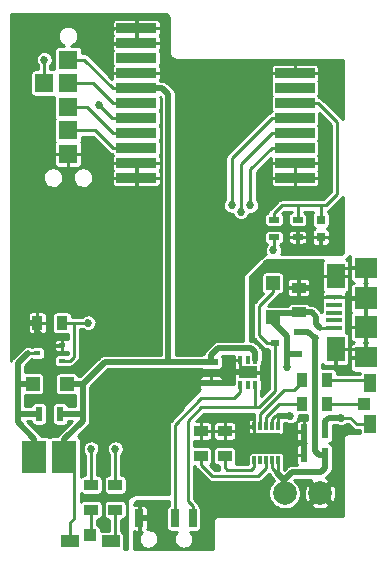
<source format=gtl>
%TF.GenerationSoftware,KiCad,Pcbnew,4.0.1-stable*%
%TF.CreationDate,2016-06-24T18:28:56+01:00*%
%TF.ProjectId,StrokeRehabilitation,5374726F6B655265686162696C697461,rev?*%
%TF.FileFunction,Copper,L1,Top,Signal*%
%FSLAX46Y46*%
G04 Gerber Fmt 4.6, Leading zero omitted, Abs format (unit mm)*
G04 Created by KiCad (PCBNEW 4.0.1-stable) date 24/06/2016 18:28:56*
%MOMM*%
G01*
G04 APERTURE LIST*
%ADD10C,0.100000*%
%ADD11R,0.600000X1.250000*%
%ADD12R,1.250000X0.600000*%
%ADD13R,1.900000X1.900000*%
%ADD14R,1.900000X1.800000*%
%ADD15R,1.600000X2.100000*%
%ADD16R,1.350000X0.400000*%
%ADD17R,1.000000X1.500000*%
%ADD18R,1.000000X1.000000*%
%ADD19R,1.200000X1.200000*%
%ADD20R,1.500000X1.000000*%
%ADD21R,0.724000X0.559000*%
%ADD22R,0.600000X0.400000*%
%ADD23R,0.900000X1.200000*%
%ADD24R,1.200000X0.900000*%
%ADD25R,0.700000X1.500000*%
%ADD26R,3.352800X0.812800*%
%ADD27R,1.600000X1.600000*%
%ADD28C,2.000000*%
%ADD29C,0.300000*%
%ADD30R,0.300000X0.738000*%
%ADD31R,2.480000X1.700000*%
%ADD32R,0.300000X0.700000*%
%ADD33R,1.600000X1.000000*%
%ADD34R,0.025400X0.025400*%
%ADD35R,2.000000X2.800000*%
%ADD36C,1.300000*%
%ADD37R,0.750000X0.800000*%
%ADD38R,0.900000X0.500000*%
%ADD39C,0.685800*%
%ADD40C,0.290000*%
%ADD41C,0.500000*%
%ADD42C,0.250000*%
G04 APERTURE END LIST*
D10*
D11*
X27104400Y10414000D03*
X25304400Y10414000D03*
X27104400Y8418400D03*
X25304400Y8418400D03*
D12*
X17416000Y16292400D03*
X17416000Y14492400D03*
D11*
X4650000Y11900000D03*
X2850000Y11900000D03*
D13*
X30505000Y21672400D03*
X30505000Y19272400D03*
D14*
X30505000Y24272400D03*
X30505000Y16672400D03*
D15*
X27955000Y23572400D03*
X27955000Y17372400D03*
D16*
X27830000Y21772400D03*
X27830000Y21122400D03*
X27830000Y20472400D03*
X27830000Y19822400D03*
X27830000Y19172400D03*
D17*
X30878000Y14500800D03*
X30878000Y11000800D03*
D18*
X30378000Y12750800D03*
D19*
X22648400Y20089200D03*
X22648400Y22989200D03*
D20*
X8950000Y1100000D03*
X5450000Y1100000D03*
D18*
X7200000Y1600000D03*
D19*
X2300000Y14450000D03*
X5200000Y14450000D03*
D21*
X22833300Y17881600D03*
X24800300Y18831600D03*
X24800300Y16931600D03*
D22*
X2700000Y17050000D03*
X4800000Y16400000D03*
X4800000Y17700000D03*
D23*
X25154400Y14782800D03*
X27254400Y14782800D03*
X25154400Y12750800D03*
X27254400Y12750800D03*
D24*
X18584400Y8348000D03*
X18584400Y10448000D03*
X16552400Y8348000D03*
X16552400Y10448000D03*
X24832800Y20489200D03*
X24832800Y22589200D03*
X7256000Y3776000D03*
X7256000Y5876000D03*
X9288000Y3776000D03*
X9288000Y5876000D03*
D23*
X4800000Y19600000D03*
X2700000Y19600000D03*
D25*
X11350000Y3050000D03*
X14350000Y3050000D03*
X15850000Y3050000D03*
D26*
X24505600Y31850000D03*
X24505600Y33120000D03*
X24505600Y34390000D03*
X24505600Y35660000D03*
X24505600Y36930000D03*
X24505600Y38200000D03*
X24505600Y39470000D03*
X24505600Y40740000D03*
X11094400Y44550000D03*
X11094400Y43280000D03*
X11094400Y42010000D03*
X11094400Y40740000D03*
X11094400Y39470000D03*
X11094400Y38200000D03*
X11094400Y36930000D03*
X11094400Y35660000D03*
X11094400Y34390000D03*
X11094400Y33120000D03*
X11094400Y31850000D03*
D27*
X5300000Y41900000D03*
X5300000Y39900000D03*
X5300000Y37900000D03*
X5300000Y35900000D03*
X5300000Y33900000D03*
D28*
X23637600Y5181600D03*
X26637600Y5181600D03*
D29*
X22539600Y9398000D03*
D30*
X23089600Y10833000D03*
X22589600Y10833000D03*
X22089600Y10833000D03*
X21589600Y10833000D03*
X21089600Y10833000D03*
X21089600Y7963000D03*
X21589600Y7963000D03*
X22089600Y7963000D03*
X22589600Y7963000D03*
X23089600Y7963000D03*
D31*
X22089600Y9398000D03*
D29*
X21639600Y9398000D03*
X20109720Y15402560D03*
D32*
X21159720Y16452560D03*
X20509720Y16452560D03*
X19859720Y16452560D03*
X19859720Y14352560D03*
X20509720Y14352560D03*
X21159720Y14352560D03*
D33*
X20509720Y15402560D03*
D34*
X20509720Y15402560D03*
X20509720Y15402560D03*
D29*
X20909720Y15402560D03*
D35*
X2460000Y8250000D03*
D36*
X2460000Y7650000D03*
X5000000Y7650000D03*
D35*
X5000000Y8250000D03*
D37*
X26700000Y28350000D03*
X26700000Y26850000D03*
D38*
X22750000Y26850000D03*
X22750000Y28350000D03*
X24750000Y28350000D03*
X24750000Y26850000D03*
D27*
X3300000Y39900000D03*
D39*
X25750000Y25799994D03*
X1400000Y19600000D03*
X15500000Y13950000D03*
X27200000Y40750000D03*
X27200000Y32500000D03*
X8500000Y33120000D03*
X7450000Y43250000D03*
X26278600Y22148800D03*
X12894800Y3606800D03*
X19150000Y29550000D03*
X7000000Y19600000D03*
X22700004Y25750000D03*
X26204400Y18289500D03*
X23816800Y15900400D03*
X24121600Y11734800D03*
X28439600Y11582400D03*
X7250000Y8950000D03*
X19950000Y29000000D03*
X20750000Y29550000D03*
X9300000Y8950000D03*
X3300000Y41900000D03*
X7950000Y38050000D03*
D40*
X5000000Y7650000D02*
X5500000Y7650000D01*
X5500000Y7650000D02*
X5850000Y7300000D01*
X5850000Y7300000D02*
X5850000Y3050000D01*
X5850000Y3050000D02*
X5450000Y2650000D01*
X5450000Y2650000D02*
X5450000Y1100000D01*
D41*
X8442400Y16292400D02*
X13800000Y16292400D01*
X13800000Y16292400D02*
X17416000Y16292400D01*
X11094400Y39470000D02*
X13270800Y39470000D01*
X13270800Y39470000D02*
X13800000Y38940800D01*
X13800000Y38940800D02*
X13800000Y16292400D01*
X6550000Y14400000D02*
X8442400Y16292400D01*
X6550000Y14400000D02*
X6500000Y14450000D01*
X6500000Y14450000D02*
X5200000Y14450000D01*
X6550000Y12000000D02*
X6550000Y14400000D01*
X6550000Y12000000D02*
X6550000Y11300000D01*
X4650000Y11900000D02*
X6450000Y11900000D01*
X6450000Y11900000D02*
X6550000Y12000000D01*
X6550000Y11300000D02*
X5000000Y9750000D01*
X5000000Y9750000D02*
X5000000Y7650000D01*
X21159720Y16452560D02*
X21159720Y17112562D01*
X18000000Y17450000D02*
X17416000Y16866000D01*
X21159720Y17112562D02*
X20822282Y17450000D01*
X20822282Y17450000D02*
X18000000Y17450000D01*
X17416000Y16866000D02*
X17416000Y16292400D01*
D40*
X11094400Y39470000D02*
X9128000Y39470000D01*
X9128000Y39470000D02*
X6698000Y41900000D01*
X6698000Y41900000D02*
X6390000Y41900000D01*
X6390000Y41900000D02*
X5300000Y41900000D01*
X5071600Y1478400D02*
X5450000Y1100000D01*
X25750000Y25799994D02*
X24950006Y25799994D01*
X24950006Y25799994D02*
X24750000Y26000000D01*
X24750000Y26000000D02*
X24750000Y26850000D01*
X26700000Y26850000D02*
X26700000Y26150000D01*
X26350000Y25800000D02*
X25750006Y25800000D01*
X26700000Y26150000D02*
X26350000Y25800000D01*
X25750006Y25800000D02*
X25750000Y25799994D01*
X4800000Y17700000D02*
X3850000Y17700000D01*
X3850000Y17700000D02*
X3800000Y17750000D01*
D41*
X2700000Y19600000D02*
X2700000Y18850000D01*
X2700000Y18850000D02*
X3800000Y17750000D01*
X2700000Y19600000D02*
X1400000Y19600000D01*
D40*
X27830000Y21772400D02*
X26655000Y21772400D01*
D41*
X17416000Y14492400D02*
X16042400Y14492400D01*
X16042400Y14492400D02*
X15500000Y13950000D01*
D40*
X24505600Y40740000D02*
X27190000Y40740000D01*
X27190000Y40740000D02*
X27200000Y40750000D01*
X26857101Y32842899D02*
X27200000Y32500000D01*
X24505600Y33120000D02*
X26580000Y33120000D01*
X26857101Y32157101D02*
X27200000Y32500000D01*
X26550000Y31850000D02*
X26857101Y32157101D01*
X24505600Y31850000D02*
X26550000Y31850000D01*
X26580000Y33120000D02*
X26857101Y32842899D01*
X8500000Y32478000D02*
X8500000Y33120000D01*
X8600000Y43250000D02*
X7450000Y43250000D01*
X11094400Y43280000D02*
X11100000Y43274400D01*
X11100000Y43274400D02*
X11100000Y43250000D01*
X11100000Y43250000D02*
X8600000Y43250000D01*
X8600000Y41268000D02*
X8600000Y43250000D01*
X8600000Y43250000D02*
X8600000Y43950000D01*
X11094400Y40740000D02*
X9128000Y40740000D01*
X9128000Y40740000D02*
X8600000Y41268000D01*
X8600000Y43950000D02*
X9200000Y44550000D01*
X9200000Y44550000D02*
X11094400Y44550000D01*
X7170000Y33120000D02*
X8500000Y33120000D01*
X8500000Y33120000D02*
X9128000Y33120000D01*
X11094400Y31850000D02*
X9128000Y31850000D01*
X9128000Y31850000D02*
X8500000Y32478000D01*
X5300000Y33900000D02*
X6390000Y33900000D01*
X6390000Y33900000D02*
X7170000Y33120000D01*
X9128000Y33120000D02*
X11094400Y33120000D01*
X17200800Y11836400D02*
X18584400Y11836400D01*
X16552400Y10448000D02*
X16552400Y11188000D01*
X16552400Y11188000D02*
X17200800Y11836400D01*
X18584400Y10448000D02*
X18584400Y11836400D01*
X18584400Y11836400D02*
X20667200Y11836400D01*
X20667200Y11836400D02*
X21089600Y11414000D01*
X21089600Y11414000D02*
X21089600Y10833000D01*
X21089600Y10833000D02*
X21089600Y10174000D01*
X21089600Y10174000D02*
X21865600Y9398000D01*
D41*
X22539600Y9398000D02*
X25253600Y9398000D01*
X25304400Y10414000D02*
X25304400Y9448800D01*
X25304400Y9448800D02*
X25304400Y8418400D01*
X25253600Y9398000D02*
X25304400Y9448800D01*
D40*
X27955000Y17372400D02*
X29805000Y17372400D01*
X30505000Y16672400D02*
X30505000Y19272400D01*
X27830000Y21772400D02*
X30405000Y21772400D01*
X30505000Y21672400D02*
X30505000Y19272400D01*
X30505000Y24272400D02*
X30505000Y21672400D01*
X30505000Y24272400D02*
X28655000Y24272400D01*
D41*
X26278600Y22148800D02*
X26655000Y21772400D01*
X25838200Y22589200D02*
X26278600Y22148800D01*
X24832800Y22589200D02*
X25838200Y22589200D01*
D40*
X19859720Y16452560D02*
X19859720Y15652560D01*
D41*
X18497200Y14492400D02*
X19407360Y15402560D01*
X17416000Y14492400D02*
X18497200Y14492400D01*
X19407360Y15402560D02*
X20109720Y15402560D01*
D40*
X19859720Y15652560D02*
X20109720Y15402560D01*
D41*
X11350000Y3050000D02*
X12338000Y3050000D01*
X12338000Y3050000D02*
X12894800Y3606800D01*
D40*
X21865600Y9398000D02*
X22089600Y9398000D01*
X30405000Y21772400D02*
X30505000Y21672400D01*
X28655000Y24272400D02*
X27955000Y23572400D01*
X29805000Y17372400D02*
X30505000Y16672400D01*
X19150000Y33540800D02*
X19150000Y30034933D01*
X22539200Y36930000D02*
X19150000Y33540800D01*
X19150000Y30034933D02*
X19150000Y29550000D01*
X24505600Y36930000D02*
X22539200Y36930000D01*
X7000000Y19600000D02*
X6515067Y19600000D01*
X6515067Y19600000D02*
X5800000Y19600000D01*
X4800000Y16400000D02*
X5450000Y16400000D01*
X5450000Y16400000D02*
X5800000Y16750000D01*
X5800000Y16750000D02*
X5800000Y19600000D01*
X5800000Y19600000D02*
X4800000Y19600000D01*
X19859720Y14352560D02*
X19859720Y13712560D01*
X19859720Y13712560D02*
X19355160Y13208000D01*
X16603200Y13208000D02*
X14350000Y10954800D01*
X19355160Y13208000D02*
X16603200Y13208000D01*
X14350000Y10954800D02*
X14350000Y3050000D01*
X11094400Y35660000D02*
X9128000Y35660000D01*
X6888000Y37900000D02*
X6390000Y37900000D01*
X6390000Y37900000D02*
X5300000Y37900000D01*
X9128000Y35660000D02*
X6888000Y37900000D01*
X11094400Y34390000D02*
X9128000Y34390000D01*
X9128000Y34390000D02*
X7618000Y35900000D01*
X7618000Y35900000D02*
X6390000Y35900000D01*
X6390000Y35900000D02*
X5300000Y35900000D01*
X27254400Y14782800D02*
X30596000Y14782800D01*
X30596000Y14782800D02*
X30878000Y14500800D01*
X27254400Y12750800D02*
X30378000Y12750800D01*
X11094400Y38200000D02*
X9128000Y38200000D01*
X9128000Y38200000D02*
X7428000Y39900000D01*
X6390000Y39900000D02*
X5300000Y39900000D01*
X7428000Y39900000D02*
X6390000Y39900000D01*
X22750000Y26850000D02*
X22750000Y25799996D01*
X22750000Y25799996D02*
X22700004Y25750000D01*
D41*
X27104400Y8418400D02*
X27104400Y7351600D01*
X27104400Y7351600D02*
X26712400Y6959600D01*
X24273240Y6959600D02*
X23613600Y6299960D01*
X26712400Y6959600D02*
X24273240Y6959600D01*
X22984800Y6908800D02*
X23004760Y6908800D01*
X23004760Y6908800D02*
X23613600Y6299960D01*
D40*
X22984800Y6908800D02*
X23089600Y7013600D01*
X23089600Y7013600D02*
X23089600Y7963000D01*
X22589600Y7963000D02*
X22589600Y7304000D01*
X22589600Y7304000D02*
X22984800Y6908800D01*
D41*
X24800300Y18831600D02*
X25662300Y18831600D01*
X25662300Y18831600D02*
X26204400Y18289500D01*
X26204400Y18289500D02*
X26204400Y8737600D01*
X26204400Y8737600D02*
X26523600Y8418400D01*
X26523600Y8418400D02*
X27104400Y8418400D01*
X23613600Y5205600D02*
X23637600Y5181600D01*
X23613600Y6299960D02*
X23613600Y5205600D01*
D40*
X23620840Y5198360D02*
X23637600Y5181600D01*
X27830000Y19172400D02*
X26655000Y19172400D01*
D41*
X23816800Y17373600D02*
X23816800Y16916400D01*
X23816800Y16916400D02*
X23816800Y15900400D01*
X24800300Y16931600D02*
X23832000Y16931600D01*
X23832000Y16931600D02*
X23816800Y16916400D01*
X22648400Y20089200D02*
X22648400Y19659600D01*
X22648400Y19659600D02*
X23816800Y18491200D01*
X23816800Y18491200D02*
X23816800Y17373600D01*
D40*
X23054800Y11734800D02*
X22851600Y11734800D01*
X22589600Y11472800D02*
X22589600Y10833000D01*
X22851600Y11734800D02*
X22589600Y11472800D01*
X23089600Y10833000D02*
X23089600Y11700000D01*
X23089600Y11700000D02*
X23054800Y11734800D01*
D41*
X24121600Y11734800D02*
X23054800Y11734800D01*
X22648400Y20089200D02*
X22980800Y20421600D01*
X22980800Y20421600D02*
X24765200Y20421600D01*
X24765200Y20421600D02*
X24832800Y20489200D01*
X26655000Y19172400D02*
X26306000Y19521400D01*
X26306000Y19521400D02*
X26306000Y20116000D01*
X26306000Y20116000D02*
X25932800Y20489200D01*
X25932800Y20489200D02*
X24832800Y20489200D01*
D40*
X28439600Y11582400D02*
X29201600Y11582400D01*
X29201600Y11582400D02*
X29760400Y11023600D01*
X29760400Y11023600D02*
X30855200Y11023600D01*
X30855200Y11023600D02*
X30878000Y11000800D01*
D41*
X27104400Y10414000D02*
X27104400Y11314000D01*
X27372800Y11582400D02*
X27954667Y11582400D01*
X27104400Y11314000D02*
X27372800Y11582400D01*
X27954667Y11582400D02*
X28439600Y11582400D01*
D40*
X2700000Y17050000D02*
X1900000Y17050000D01*
D41*
X1050000Y16200000D02*
X1050000Y14550000D01*
X1150000Y14450000D02*
X1050000Y14550000D01*
X1050000Y14550000D02*
X1050000Y11900000D01*
X2300000Y14450000D02*
X1150000Y14450000D01*
X1050000Y11900000D02*
X1050000Y11200000D01*
X2850000Y11900000D02*
X1050000Y11900000D01*
X1900000Y17050000D02*
X1050000Y16200000D01*
X2460000Y9790000D02*
X2460000Y8250000D01*
X1050000Y11200000D02*
X2460000Y9790000D01*
D40*
X22833300Y17881600D02*
X22181300Y17881600D01*
X22181300Y17881600D02*
X21480000Y18582900D01*
X21480000Y18582900D02*
X21480000Y21031200D01*
X21480000Y21031200D02*
X22648400Y22199600D01*
X22648400Y22199600D02*
X22648400Y22989200D01*
X15850000Y3050000D02*
X15850000Y4090000D01*
X15434800Y4505200D02*
X15434800Y11277600D01*
X16603200Y12446000D02*
X21124400Y12446000D01*
X15850000Y4090000D02*
X15434800Y4505200D01*
X15434800Y11277600D02*
X16603200Y12446000D01*
X21124400Y12446000D02*
X21480000Y12446000D01*
X21480000Y12446000D02*
X22833300Y13799300D01*
X22833300Y13799300D02*
X22833300Y17881600D01*
X21159720Y14352560D02*
X21159720Y12481320D01*
X21159720Y12481320D02*
X21124400Y12446000D01*
X21159720Y13071080D02*
X21159720Y14352560D01*
X9288000Y3776000D02*
X9288000Y1438000D01*
X9288000Y1438000D02*
X8950000Y1100000D01*
X7256000Y3776000D02*
X7256000Y1656000D01*
X7256000Y1656000D02*
X7200000Y1600000D01*
X25154400Y14632800D02*
X25154400Y14782800D01*
X24414400Y13892800D02*
X25154400Y14632800D01*
X23623640Y13892800D02*
X24414400Y13892800D01*
X21589600Y11858760D02*
X23623640Y13892800D01*
X21589600Y10833000D02*
X21589600Y11858760D01*
X22089600Y11492000D02*
X22089600Y10833000D01*
X22089600Y11665780D02*
X22089600Y11492000D01*
X23174620Y12750800D02*
X22089600Y11665780D01*
X25154400Y12750800D02*
X23174620Y12750800D01*
X21089600Y7963000D02*
X21089600Y7432800D01*
X21089600Y7432800D02*
X20819600Y7162800D01*
X20819600Y7162800D02*
X18787600Y7162800D01*
X18787600Y7162800D02*
X18584400Y7366000D01*
X18584400Y7366000D02*
X18584400Y8348000D01*
X16552400Y8348000D02*
X16552400Y7608000D01*
X16552400Y7608000D02*
X17505600Y6654800D01*
X17505600Y6654800D02*
X21429200Y6654800D01*
X21429200Y6654800D02*
X22089600Y7315200D01*
X22089600Y7315200D02*
X22089600Y7963000D01*
X7250000Y8950000D02*
X7250000Y5882000D01*
X7250000Y5882000D02*
X7256000Y5876000D01*
X24505600Y35660000D02*
X22539200Y35660000D01*
X22539200Y35660000D02*
X19950000Y33070800D01*
X19950000Y33070800D02*
X19950000Y29000000D01*
X20750000Y32600800D02*
X20750000Y30034933D01*
X22539200Y34390000D02*
X20750000Y32600800D01*
X24505600Y34390000D02*
X22539200Y34390000D01*
X20750000Y30034933D02*
X20750000Y29550000D01*
X9300000Y8950000D02*
X9300000Y5888000D01*
X9300000Y5888000D02*
X9288000Y5876000D01*
X23410000Y29550000D02*
X24750000Y29550000D01*
X24750000Y29550000D02*
X26700000Y29550000D01*
X24750000Y28350000D02*
X24750000Y28890000D01*
X24750000Y28890000D02*
X24750000Y29550000D01*
X26700000Y29550000D02*
X27150000Y29550000D01*
X26700000Y28350000D02*
X26700000Y29550000D01*
X27150000Y29550000D02*
X28100000Y30500000D01*
X28100000Y30500000D02*
X28100000Y36572000D01*
X22750000Y28350000D02*
X22750000Y28890000D01*
X22750000Y28890000D02*
X23410000Y29550000D01*
X28100000Y36572000D02*
X26472000Y38200000D01*
X26472000Y38200000D02*
X24505600Y38200000D01*
X3300000Y41900000D02*
X3300000Y39900000D01*
X11094400Y36930000D02*
X9070000Y36930000D01*
X9070000Y36930000D02*
X7950000Y38050000D01*
D42*
G36*
X19334720Y16566310D02*
X19428470Y16472560D01*
X19839720Y16472560D01*
X19839720Y16492560D01*
X19879720Y16492560D01*
X19879720Y16472560D01*
X19899720Y16472560D01*
X19899720Y16432560D01*
X19879720Y16432560D01*
X19879720Y16412560D01*
X19839720Y16412560D01*
X19839720Y16432560D01*
X19428470Y16432560D01*
X19334720Y16338810D01*
X19334720Y16065626D01*
X19347265Y16002560D01*
X19334720Y15939494D01*
X19334720Y15516310D01*
X19428470Y15422560D01*
X20125000Y15422560D01*
X20125000Y15382560D01*
X19428470Y15382560D01*
X19334720Y15288810D01*
X19334720Y14865626D01*
X19347178Y14802994D01*
X19332906Y14702560D01*
X19332906Y14425000D01*
X18369650Y14425000D01*
X18322250Y14472400D01*
X17436000Y14472400D01*
X17436000Y14452400D01*
X17396000Y14452400D01*
X17396000Y14472400D01*
X16509750Y14472400D01*
X16416000Y14378650D01*
X16416000Y14155466D01*
X16430411Y14083017D01*
X16458679Y14014771D01*
X16470421Y13997197D01*
X15208059Y12734835D01*
X15201396Y12727628D01*
X15150441Y12667967D01*
X15138912Y12652098D01*
X15097917Y12585200D01*
X15089012Y12567724D01*
X15058987Y12495238D01*
X15052926Y12476583D01*
X15034610Y12400291D01*
X15031541Y12380918D01*
X15030756Y12370948D01*
X13982304Y11322496D01*
X13951796Y11285354D01*
X13920941Y11248583D01*
X13919624Y11246188D01*
X13917888Y11244074D01*
X13895173Y11201712D01*
X13872050Y11159650D01*
X13871224Y11157046D01*
X13869930Y11154633D01*
X13855878Y11108671D01*
X13841363Y11062914D01*
X13841058Y11060196D01*
X13840259Y11057582D01*
X13835403Y11009780D01*
X13830051Y10962060D01*
X13830013Y10956718D01*
X13830003Y10956615D01*
X13830012Y10956519D01*
X13830000Y10954800D01*
X13830000Y5075000D01*
X10950000Y5075000D01*
X10937748Y5074398D01*
X10840203Y5064791D01*
X10816169Y5060011D01*
X10722372Y5031558D01*
X10699733Y5022180D01*
X10613290Y4975975D01*
X10592915Y4962361D01*
X10517147Y4900179D01*
X10499821Y4882853D01*
X10437639Y4807085D01*
X10424025Y4786710D01*
X10377820Y4700267D01*
X10368442Y4677628D01*
X10339989Y4583831D01*
X10335209Y4559797D01*
X10325602Y4462252D01*
X10325000Y4450000D01*
X10325000Y450000D01*
X10041601Y450000D01*
X10061896Y495022D01*
X10076814Y600000D01*
X10076814Y1600000D01*
X10072052Y1659717D01*
X10040685Y1761004D01*
X9982343Y1849543D01*
X9901643Y1918322D01*
X9808000Y1960534D01*
X9808000Y2949186D01*
X9888000Y2949186D01*
X9947717Y2953948D01*
X10049004Y2985315D01*
X10137543Y3043657D01*
X10206322Y3124357D01*
X10249896Y3221022D01*
X10264814Y3326000D01*
X10264814Y4226000D01*
X10260052Y4285717D01*
X10228685Y4387004D01*
X10170343Y4475543D01*
X10089643Y4544322D01*
X9992978Y4587896D01*
X9888000Y4602814D01*
X8688000Y4602814D01*
X8628283Y4598052D01*
X8526996Y4566685D01*
X8438457Y4508343D01*
X8369678Y4427643D01*
X8326104Y4330978D01*
X8311186Y4226000D01*
X8311186Y3326000D01*
X8315948Y3266283D01*
X8347315Y3164996D01*
X8405657Y3076457D01*
X8486357Y3007678D01*
X8583022Y2964104D01*
X8688000Y2949186D01*
X8768000Y2949186D01*
X8768000Y1976814D01*
X8200000Y1976814D01*
X8140283Y1972052D01*
X8076814Y1952397D01*
X8076814Y2100000D01*
X8072052Y2159717D01*
X8040685Y2261004D01*
X7982343Y2349543D01*
X7901643Y2418322D01*
X7804978Y2461896D01*
X7776000Y2466014D01*
X7776000Y2949186D01*
X7856000Y2949186D01*
X7915717Y2953948D01*
X8017004Y2985315D01*
X8105543Y3043657D01*
X8174322Y3124357D01*
X8217896Y3221022D01*
X8232814Y3326000D01*
X8232814Y4226000D01*
X8228052Y4285717D01*
X8196685Y4387004D01*
X8138343Y4475543D01*
X8057643Y4544322D01*
X7960978Y4587896D01*
X7856000Y4602814D01*
X6656000Y4602814D01*
X6596283Y4598052D01*
X6494996Y4566685D01*
X6406457Y4508343D01*
X6370000Y4465567D01*
X6370000Y5182007D01*
X6373657Y5176457D01*
X6454357Y5107678D01*
X6551022Y5064104D01*
X6656000Y5049186D01*
X7856000Y5049186D01*
X7915717Y5053948D01*
X8017004Y5085315D01*
X8105543Y5143657D01*
X8174322Y5224357D01*
X8217896Y5321022D01*
X8232814Y5426000D01*
X8232814Y6326000D01*
X8311186Y6326000D01*
X8311186Y5426000D01*
X8315948Y5366283D01*
X8347315Y5264996D01*
X8405657Y5176457D01*
X8486357Y5107678D01*
X8583022Y5064104D01*
X8688000Y5049186D01*
X9888000Y5049186D01*
X9947717Y5053948D01*
X10049004Y5085315D01*
X10137543Y5143657D01*
X10206322Y5224357D01*
X10249896Y5321022D01*
X10264814Y5426000D01*
X10264814Y6326000D01*
X10260052Y6385717D01*
X10228685Y6487004D01*
X10170343Y6575543D01*
X10089643Y6644322D01*
X9992978Y6687896D01*
X9888000Y6702814D01*
X9820000Y6702814D01*
X9820000Y8453807D01*
X9846077Y8478639D01*
X9927231Y8593683D01*
X9984494Y8722299D01*
X10015686Y8859588D01*
X10017931Y9020394D01*
X9990585Y9158500D01*
X9936935Y9288665D01*
X9859025Y9405930D01*
X9759821Y9505828D01*
X9643103Y9584556D01*
X9513316Y9639113D01*
X9375404Y9667422D01*
X9234620Y9668405D01*
X9096326Y9642024D01*
X8965790Y9589284D01*
X8847984Y9512194D01*
X8747395Y9413690D01*
X8667855Y9297525D01*
X8612393Y9168122D01*
X8583122Y9030411D01*
X8581156Y8889637D01*
X8606571Y8751162D01*
X8658398Y8620261D01*
X8734664Y8501920D01*
X8780000Y8454973D01*
X8780000Y6702814D01*
X8688000Y6702814D01*
X8628283Y6698052D01*
X8526996Y6666685D01*
X8438457Y6608343D01*
X8369678Y6527643D01*
X8326104Y6430978D01*
X8311186Y6326000D01*
X8232814Y6326000D01*
X8228052Y6385717D01*
X8196685Y6487004D01*
X8138343Y6575543D01*
X8057643Y6644322D01*
X7960978Y6687896D01*
X7856000Y6702814D01*
X7770000Y6702814D01*
X7770000Y8453807D01*
X7796077Y8478639D01*
X7877231Y8593683D01*
X7934494Y8722299D01*
X7965686Y8859588D01*
X7967931Y9020394D01*
X7940585Y9158500D01*
X7886935Y9288665D01*
X7809025Y9405930D01*
X7709821Y9505828D01*
X7593103Y9584556D01*
X7463316Y9639113D01*
X7325404Y9667422D01*
X7184620Y9668405D01*
X7046326Y9642024D01*
X6915790Y9589284D01*
X6797984Y9512194D01*
X6697395Y9413690D01*
X6617855Y9297525D01*
X6562393Y9168122D01*
X6533122Y9030411D01*
X6531156Y8889637D01*
X6556571Y8751162D01*
X6608398Y8620261D01*
X6684664Y8501920D01*
X6730000Y8454973D01*
X6730000Y6702814D01*
X6656000Y6702814D01*
X6596283Y6698052D01*
X6494996Y6666685D01*
X6406457Y6608343D01*
X6370000Y6565567D01*
X6370000Y6802050D01*
X6376814Y6850000D01*
X6376814Y9650000D01*
X6372052Y9709717D01*
X6340685Y9811004D01*
X6282343Y9899543D01*
X6201643Y9968322D01*
X6133102Y9999218D01*
X6991942Y10858058D01*
X7028601Y10902688D01*
X7065696Y10946896D01*
X7067279Y10949775D01*
X7069365Y10952315D01*
X7096621Y11003147D01*
X7124460Y11053786D01*
X7125456Y11056924D01*
X7127006Y11059816D01*
X7143881Y11115010D01*
X7161342Y11170055D01*
X7161708Y11173317D01*
X7162670Y11176464D01*
X7168508Y11233937D01*
X7174939Y11291274D01*
X7174984Y11297699D01*
X7174996Y11297818D01*
X7174986Y11297929D01*
X7175000Y11300000D01*
X7175000Y14141116D01*
X7863218Y14829334D01*
X16416000Y14829334D01*
X16416000Y14606150D01*
X16509750Y14512400D01*
X17396000Y14512400D01*
X17396000Y15073650D01*
X17436000Y15073650D01*
X17436000Y14512400D01*
X18322250Y14512400D01*
X18416000Y14606150D01*
X18416000Y14829334D01*
X18401589Y14901783D01*
X18373321Y14970029D01*
X18332282Y15031448D01*
X18280049Y15083681D01*
X18218629Y15124721D01*
X18150384Y15152989D01*
X18077935Y15167400D01*
X17529750Y15167400D01*
X17436000Y15073650D01*
X17396000Y15073650D01*
X17302250Y15167400D01*
X16754065Y15167400D01*
X16681616Y15152989D01*
X16613371Y15124721D01*
X16551951Y15083681D01*
X16499718Y15031448D01*
X16458679Y14970029D01*
X16430411Y14901783D01*
X16416000Y14829334D01*
X7863218Y14829334D01*
X8701284Y15667400D01*
X16604172Y15667400D01*
X16686022Y15630504D01*
X16791000Y15615586D01*
X18041000Y15615586D01*
X18100717Y15620348D01*
X18202004Y15651715D01*
X18290543Y15710057D01*
X18359322Y15790757D01*
X18402896Y15887422D01*
X18417814Y15992400D01*
X18417814Y16592400D01*
X18413052Y16652117D01*
X18381685Y16753404D01*
X18334507Y16825000D01*
X19334720Y16825000D01*
X19334720Y16566310D01*
X19334720Y16566310D01*
G37*
X19334720Y16566310D02*
X19428470Y16472560D01*
X19839720Y16472560D01*
X19839720Y16492560D01*
X19879720Y16492560D01*
X19879720Y16472560D01*
X19899720Y16472560D01*
X19899720Y16432560D01*
X19879720Y16432560D01*
X19879720Y16412560D01*
X19839720Y16412560D01*
X19839720Y16432560D01*
X19428470Y16432560D01*
X19334720Y16338810D01*
X19334720Y16065626D01*
X19347265Y16002560D01*
X19334720Y15939494D01*
X19334720Y15516310D01*
X19428470Y15422560D01*
X20125000Y15422560D01*
X20125000Y15382560D01*
X19428470Y15382560D01*
X19334720Y15288810D01*
X19334720Y14865626D01*
X19347178Y14802994D01*
X19332906Y14702560D01*
X19332906Y14425000D01*
X18369650Y14425000D01*
X18322250Y14472400D01*
X17436000Y14472400D01*
X17436000Y14452400D01*
X17396000Y14452400D01*
X17396000Y14472400D01*
X16509750Y14472400D01*
X16416000Y14378650D01*
X16416000Y14155466D01*
X16430411Y14083017D01*
X16458679Y14014771D01*
X16470421Y13997197D01*
X15208059Y12734835D01*
X15201396Y12727628D01*
X15150441Y12667967D01*
X15138912Y12652098D01*
X15097917Y12585200D01*
X15089012Y12567724D01*
X15058987Y12495238D01*
X15052926Y12476583D01*
X15034610Y12400291D01*
X15031541Y12380918D01*
X15030756Y12370948D01*
X13982304Y11322496D01*
X13951796Y11285354D01*
X13920941Y11248583D01*
X13919624Y11246188D01*
X13917888Y11244074D01*
X13895173Y11201712D01*
X13872050Y11159650D01*
X13871224Y11157046D01*
X13869930Y11154633D01*
X13855878Y11108671D01*
X13841363Y11062914D01*
X13841058Y11060196D01*
X13840259Y11057582D01*
X13835403Y11009780D01*
X13830051Y10962060D01*
X13830013Y10956718D01*
X13830003Y10956615D01*
X13830012Y10956519D01*
X13830000Y10954800D01*
X13830000Y5075000D01*
X10950000Y5075000D01*
X10937748Y5074398D01*
X10840203Y5064791D01*
X10816169Y5060011D01*
X10722372Y5031558D01*
X10699733Y5022180D01*
X10613290Y4975975D01*
X10592915Y4962361D01*
X10517147Y4900179D01*
X10499821Y4882853D01*
X10437639Y4807085D01*
X10424025Y4786710D01*
X10377820Y4700267D01*
X10368442Y4677628D01*
X10339989Y4583831D01*
X10335209Y4559797D01*
X10325602Y4462252D01*
X10325000Y4450000D01*
X10325000Y450000D01*
X10041601Y450000D01*
X10061896Y495022D01*
X10076814Y600000D01*
X10076814Y1600000D01*
X10072052Y1659717D01*
X10040685Y1761004D01*
X9982343Y1849543D01*
X9901643Y1918322D01*
X9808000Y1960534D01*
X9808000Y2949186D01*
X9888000Y2949186D01*
X9947717Y2953948D01*
X10049004Y2985315D01*
X10137543Y3043657D01*
X10206322Y3124357D01*
X10249896Y3221022D01*
X10264814Y3326000D01*
X10264814Y4226000D01*
X10260052Y4285717D01*
X10228685Y4387004D01*
X10170343Y4475543D01*
X10089643Y4544322D01*
X9992978Y4587896D01*
X9888000Y4602814D01*
X8688000Y4602814D01*
X8628283Y4598052D01*
X8526996Y4566685D01*
X8438457Y4508343D01*
X8369678Y4427643D01*
X8326104Y4330978D01*
X8311186Y4226000D01*
X8311186Y3326000D01*
X8315948Y3266283D01*
X8347315Y3164996D01*
X8405657Y3076457D01*
X8486357Y3007678D01*
X8583022Y2964104D01*
X8688000Y2949186D01*
X8768000Y2949186D01*
X8768000Y1976814D01*
X8200000Y1976814D01*
X8140283Y1972052D01*
X8076814Y1952397D01*
X8076814Y2100000D01*
X8072052Y2159717D01*
X8040685Y2261004D01*
X7982343Y2349543D01*
X7901643Y2418322D01*
X7804978Y2461896D01*
X7776000Y2466014D01*
X7776000Y2949186D01*
X7856000Y2949186D01*
X7915717Y2953948D01*
X8017004Y2985315D01*
X8105543Y3043657D01*
X8174322Y3124357D01*
X8217896Y3221022D01*
X8232814Y3326000D01*
X8232814Y4226000D01*
X8228052Y4285717D01*
X8196685Y4387004D01*
X8138343Y4475543D01*
X8057643Y4544322D01*
X7960978Y4587896D01*
X7856000Y4602814D01*
X6656000Y4602814D01*
X6596283Y4598052D01*
X6494996Y4566685D01*
X6406457Y4508343D01*
X6370000Y4465567D01*
X6370000Y5182007D01*
X6373657Y5176457D01*
X6454357Y5107678D01*
X6551022Y5064104D01*
X6656000Y5049186D01*
X7856000Y5049186D01*
X7915717Y5053948D01*
X8017004Y5085315D01*
X8105543Y5143657D01*
X8174322Y5224357D01*
X8217896Y5321022D01*
X8232814Y5426000D01*
X8232814Y6326000D01*
X8311186Y6326000D01*
X8311186Y5426000D01*
X8315948Y5366283D01*
X8347315Y5264996D01*
X8405657Y5176457D01*
X8486357Y5107678D01*
X8583022Y5064104D01*
X8688000Y5049186D01*
X9888000Y5049186D01*
X9947717Y5053948D01*
X10049004Y5085315D01*
X10137543Y5143657D01*
X10206322Y5224357D01*
X10249896Y5321022D01*
X10264814Y5426000D01*
X10264814Y6326000D01*
X10260052Y6385717D01*
X10228685Y6487004D01*
X10170343Y6575543D01*
X10089643Y6644322D01*
X9992978Y6687896D01*
X9888000Y6702814D01*
X9820000Y6702814D01*
X9820000Y8453807D01*
X9846077Y8478639D01*
X9927231Y8593683D01*
X9984494Y8722299D01*
X10015686Y8859588D01*
X10017931Y9020394D01*
X9990585Y9158500D01*
X9936935Y9288665D01*
X9859025Y9405930D01*
X9759821Y9505828D01*
X9643103Y9584556D01*
X9513316Y9639113D01*
X9375404Y9667422D01*
X9234620Y9668405D01*
X9096326Y9642024D01*
X8965790Y9589284D01*
X8847984Y9512194D01*
X8747395Y9413690D01*
X8667855Y9297525D01*
X8612393Y9168122D01*
X8583122Y9030411D01*
X8581156Y8889637D01*
X8606571Y8751162D01*
X8658398Y8620261D01*
X8734664Y8501920D01*
X8780000Y8454973D01*
X8780000Y6702814D01*
X8688000Y6702814D01*
X8628283Y6698052D01*
X8526996Y6666685D01*
X8438457Y6608343D01*
X8369678Y6527643D01*
X8326104Y6430978D01*
X8311186Y6326000D01*
X8232814Y6326000D01*
X8228052Y6385717D01*
X8196685Y6487004D01*
X8138343Y6575543D01*
X8057643Y6644322D01*
X7960978Y6687896D01*
X7856000Y6702814D01*
X7770000Y6702814D01*
X7770000Y8453807D01*
X7796077Y8478639D01*
X7877231Y8593683D01*
X7934494Y8722299D01*
X7965686Y8859588D01*
X7967931Y9020394D01*
X7940585Y9158500D01*
X7886935Y9288665D01*
X7809025Y9405930D01*
X7709821Y9505828D01*
X7593103Y9584556D01*
X7463316Y9639113D01*
X7325404Y9667422D01*
X7184620Y9668405D01*
X7046326Y9642024D01*
X6915790Y9589284D01*
X6797984Y9512194D01*
X6697395Y9413690D01*
X6617855Y9297525D01*
X6562393Y9168122D01*
X6533122Y9030411D01*
X6531156Y8889637D01*
X6556571Y8751162D01*
X6608398Y8620261D01*
X6684664Y8501920D01*
X6730000Y8454973D01*
X6730000Y6702814D01*
X6656000Y6702814D01*
X6596283Y6698052D01*
X6494996Y6666685D01*
X6406457Y6608343D01*
X6370000Y6565567D01*
X6370000Y6802050D01*
X6376814Y6850000D01*
X6376814Y9650000D01*
X6372052Y9709717D01*
X6340685Y9811004D01*
X6282343Y9899543D01*
X6201643Y9968322D01*
X6133102Y9999218D01*
X6991942Y10858058D01*
X7028601Y10902688D01*
X7065696Y10946896D01*
X7067279Y10949775D01*
X7069365Y10952315D01*
X7096621Y11003147D01*
X7124460Y11053786D01*
X7125456Y11056924D01*
X7127006Y11059816D01*
X7143881Y11115010D01*
X7161342Y11170055D01*
X7161708Y11173317D01*
X7162670Y11176464D01*
X7168508Y11233937D01*
X7174939Y11291274D01*
X7174984Y11297699D01*
X7174996Y11297818D01*
X7174986Y11297929D01*
X7175000Y11300000D01*
X7175000Y14141116D01*
X7863218Y14829334D01*
X16416000Y14829334D01*
X16416000Y14606150D01*
X16509750Y14512400D01*
X17396000Y14512400D01*
X17396000Y15073650D01*
X17436000Y15073650D01*
X17436000Y14512400D01*
X18322250Y14512400D01*
X18416000Y14606150D01*
X18416000Y14829334D01*
X18401589Y14901783D01*
X18373321Y14970029D01*
X18332282Y15031448D01*
X18280049Y15083681D01*
X18218629Y15124721D01*
X18150384Y15152989D01*
X18077935Y15167400D01*
X17529750Y15167400D01*
X17436000Y15073650D01*
X17396000Y15073650D01*
X17302250Y15167400D01*
X16754065Y15167400D01*
X16681616Y15152989D01*
X16613371Y15124721D01*
X16551951Y15083681D01*
X16499718Y15031448D01*
X16458679Y14970029D01*
X16430411Y14901783D01*
X16416000Y14829334D01*
X7863218Y14829334D01*
X8701284Y15667400D01*
X16604172Y15667400D01*
X16686022Y15630504D01*
X16791000Y15615586D01*
X18041000Y15615586D01*
X18100717Y15620348D01*
X18202004Y15651715D01*
X18290543Y15710057D01*
X18359322Y15790757D01*
X18402896Y15887422D01*
X18417814Y15992400D01*
X18417814Y16592400D01*
X18413052Y16652117D01*
X18381685Y16753404D01*
X18334507Y16825000D01*
X19334720Y16825000D01*
X19334720Y16566310D01*
G36*
X29392705Y10655904D02*
X29429848Y10625394D01*
X29466617Y10594541D01*
X29469009Y10593226D01*
X29471126Y10591487D01*
X29513527Y10568752D01*
X29555550Y10545650D01*
X29558153Y10544824D01*
X29560567Y10543530D01*
X29606558Y10529469D01*
X29652286Y10514963D01*
X29655001Y10514659D01*
X29657619Y10513858D01*
X29705464Y10508998D01*
X29753140Y10503651D01*
X29758482Y10503613D01*
X29758585Y10503603D01*
X29758681Y10503612D01*
X29760400Y10503600D01*
X30001186Y10503600D01*
X30001186Y10254400D01*
X29004893Y10254400D01*
X29003142Y10254584D01*
X29001120Y10254400D01*
X28998400Y10254400D01*
X28963237Y10250952D01*
X28915678Y10246624D01*
X28913972Y10246122D01*
X28910995Y10245830D01*
X28834146Y10222628D01*
X28831427Y10221828D01*
X28831333Y10221779D01*
X28826918Y10220446D01*
X28749374Y10179215D01*
X28681315Y10123707D01*
X28625333Y10056037D01*
X28583562Y9978782D01*
X28557591Y9894885D01*
X28548411Y9807542D01*
X28550000Y9790082D01*
X28550000Y3250000D01*
X18000000Y3250000D01*
X17957822Y3245865D01*
X17915678Y3242029D01*
X17914166Y3241584D01*
X17912595Y3241430D01*
X17872035Y3229185D01*
X17831427Y3217233D01*
X17830029Y3216502D01*
X17828518Y3216046D01*
X17791086Y3196143D01*
X17753597Y3176544D01*
X17752369Y3175557D01*
X17750974Y3174815D01*
X17718168Y3148059D01*
X17685151Y3121513D01*
X17684135Y3120302D01*
X17682915Y3119307D01*
X17655939Y3086699D01*
X17628699Y3054235D01*
X17627940Y3052854D01*
X17626933Y3051637D01*
X17606798Y3014398D01*
X17586389Y2977274D01*
X17585911Y2975767D01*
X17585162Y2974382D01*
X17572638Y2933923D01*
X17559834Y2893560D01*
X17559658Y2891995D01*
X17559191Y2890485D01*
X17554759Y2848317D01*
X17550044Y2806283D01*
X17550023Y2803254D01*
X17550011Y2803142D01*
X17550021Y2803030D01*
X17550000Y2800000D01*
X17550000Y450000D01*
X10875000Y450000D01*
X10875000Y1230632D01*
X11273915Y1230632D01*
X11303122Y1071499D01*
X11362681Y921069D01*
X11450324Y785073D01*
X11562714Y668691D01*
X11695568Y576355D01*
X11843827Y511582D01*
X12001844Y476840D01*
X12163599Y473451D01*
X12322932Y501546D01*
X12473774Y560053D01*
X12610378Y646745D01*
X12727543Y758320D01*
X12820804Y890526D01*
X12886611Y1038329D01*
X12922455Y1196100D01*
X12925036Y1380895D01*
X12893610Y1539605D01*
X12831956Y1689188D01*
X12742423Y1823947D01*
X12628419Y1938749D01*
X12494289Y2029222D01*
X12345140Y2091918D01*
X12186653Y2124451D01*
X12033625Y2125519D01*
X12060589Y2190616D01*
X12075000Y2263065D01*
X12075000Y2936250D01*
X11981250Y3030000D01*
X11370000Y3030000D01*
X11370000Y2018750D01*
X11463750Y1925000D01*
X11559039Y1925000D01*
X11464955Y1832866D01*
X11373549Y1699370D01*
X11309813Y1550662D01*
X11276174Y1392407D01*
X11273915Y1230632D01*
X10875000Y1230632D01*
X10875000Y1945880D01*
X10890617Y1939411D01*
X10963066Y1925000D01*
X11236250Y1925000D01*
X11330000Y2018750D01*
X11330000Y3030000D01*
X11310000Y3030000D01*
X11310000Y3070000D01*
X11330000Y3070000D01*
X11330000Y4081250D01*
X11370000Y4081250D01*
X11370000Y3070000D01*
X11981250Y3070000D01*
X12075000Y3163750D01*
X12075000Y3836935D01*
X12060589Y3909384D01*
X12032321Y3977629D01*
X11991281Y4039049D01*
X11939048Y4091282D01*
X11877629Y4132321D01*
X11809383Y4160589D01*
X11736934Y4175000D01*
X11463750Y4175000D01*
X11370000Y4081250D01*
X11330000Y4081250D01*
X11236250Y4175000D01*
X10963066Y4175000D01*
X10890617Y4160589D01*
X10876053Y4154557D01*
X10882798Y4223038D01*
X10904105Y4293277D01*
X10938701Y4358001D01*
X10985263Y4414737D01*
X11041999Y4461299D01*
X11106723Y4495895D01*
X11176962Y4517202D01*
X11256140Y4525000D01*
X13830000Y4525000D01*
X13830000Y4134757D01*
X13750457Y4082343D01*
X13681678Y4001643D01*
X13638104Y3904978D01*
X13623186Y3800000D01*
X13623186Y2300000D01*
X13627948Y2240283D01*
X13659315Y2138996D01*
X13717657Y2050457D01*
X13798357Y1981678D01*
X13895022Y1938104D01*
X14000000Y1923186D01*
X14557187Y1923186D01*
X14464955Y1832866D01*
X14373549Y1699370D01*
X14309813Y1550662D01*
X14276174Y1392407D01*
X14273915Y1230632D01*
X14303122Y1071499D01*
X14362681Y921069D01*
X14450324Y785073D01*
X14562714Y668691D01*
X14695568Y576355D01*
X14843827Y511582D01*
X15001844Y476840D01*
X15163599Y473451D01*
X15322932Y501546D01*
X15473774Y560053D01*
X15610378Y646745D01*
X15727543Y758320D01*
X15820804Y890526D01*
X15886611Y1038329D01*
X15922455Y1196100D01*
X15925036Y1380895D01*
X15893610Y1539605D01*
X15831956Y1689188D01*
X15742423Y1823947D01*
X15643874Y1923186D01*
X16200000Y1923186D01*
X16259717Y1927948D01*
X16361004Y1959315D01*
X16449543Y2017657D01*
X16518322Y2098357D01*
X16561896Y2195022D01*
X16576814Y2300000D01*
X16576814Y3800000D01*
X16572052Y3859717D01*
X16540685Y3961004D01*
X16482343Y4049543D01*
X16401643Y4118322D01*
X16365631Y4134555D01*
X16365308Y4137857D01*
X16361126Y4185655D01*
X16360364Y4188277D01*
X16360097Y4191002D01*
X16346193Y4237055D01*
X16332812Y4283111D01*
X16331556Y4285535D01*
X16330764Y4288157D01*
X16308183Y4330625D01*
X16286108Y4373213D01*
X16284404Y4375348D01*
X16283119Y4377764D01*
X16252732Y4415022D01*
X16222793Y4452526D01*
X16219044Y4456328D01*
X16218977Y4456410D01*
X16218902Y4456472D01*
X16217695Y4457696D01*
X15954800Y4720592D01*
X15954800Y7521186D01*
X16040500Y7521186D01*
X16041274Y7512345D01*
X16042036Y7509723D01*
X16042303Y7506998D01*
X16056193Y7460992D01*
X16069587Y7414889D01*
X16070846Y7412461D01*
X16071636Y7409843D01*
X16094177Y7367450D01*
X16116291Y7324787D01*
X16117998Y7322648D01*
X16119281Y7320236D01*
X16149645Y7283006D01*
X16179607Y7245474D01*
X16183360Y7241667D01*
X16183423Y7241590D01*
X16183494Y7241531D01*
X16184704Y7240304D01*
X17137904Y6287105D01*
X17175016Y6256621D01*
X17211817Y6225741D01*
X17214212Y6224424D01*
X17216326Y6222688D01*
X17258672Y6199982D01*
X17300750Y6176850D01*
X17303356Y6176023D01*
X17305766Y6174731D01*
X17351697Y6160688D01*
X17397486Y6146163D01*
X17400204Y6145858D01*
X17402818Y6145059D01*
X17450620Y6140203D01*
X17498340Y6134851D01*
X17503682Y6134813D01*
X17503785Y6134803D01*
X17503881Y6134812D01*
X17505600Y6134800D01*
X21429200Y6134800D01*
X21477013Y6139488D01*
X21524855Y6143674D01*
X21527477Y6144436D01*
X21530202Y6144703D01*
X21576208Y6158593D01*
X21622311Y6171987D01*
X21624739Y6173246D01*
X21627357Y6174036D01*
X21669750Y6196577D01*
X21712413Y6218691D01*
X21714552Y6220398D01*
X21716964Y6221681D01*
X21754194Y6252045D01*
X21791726Y6282007D01*
X21795533Y6285760D01*
X21795610Y6285823D01*
X21795669Y6285894D01*
X21796896Y6287104D01*
X22334000Y6824209D01*
X22372684Y6785525D01*
X22405310Y6674671D01*
X22461822Y6566573D01*
X22538255Y6471510D01*
X22631696Y6393104D01*
X22642526Y6387150D01*
X22771573Y6258103D01*
X22579192Y6069709D01*
X22426848Y5847216D01*
X22320621Y5599370D01*
X22264558Y5335611D01*
X22260793Y5065986D01*
X22309470Y4800765D01*
X22408735Y4550049D01*
X22554808Y4323389D01*
X22742123Y4129418D01*
X22963547Y3975525D01*
X23210646Y3867570D01*
X23474007Y3809666D01*
X23743599Y3804019D01*
X24009154Y3850844D01*
X24260556Y3948356D01*
X24488231Y4092843D01*
X24586922Y4186826D01*
X25819603Y4186826D01*
X25929942Y3994930D01*
X26175048Y3879674D01*
X26437929Y3814451D01*
X26708483Y3801766D01*
X26976314Y3842108D01*
X27231127Y3933926D01*
X27345258Y3994930D01*
X27455597Y4186826D01*
X26637600Y5004823D01*
X25819603Y4186826D01*
X24586922Y4186826D01*
X24683504Y4278799D01*
X24838940Y4499144D01*
X24948617Y4745483D01*
X25008358Y5008433D01*
X25009786Y5110717D01*
X25257766Y5110717D01*
X25298108Y4842886D01*
X25389926Y4588073D01*
X25450930Y4473942D01*
X25642826Y4363603D01*
X26460823Y5181600D01*
X26814377Y5181600D01*
X27632374Y4363603D01*
X27824270Y4473942D01*
X27939526Y4719048D01*
X28004749Y4981929D01*
X28017434Y5252483D01*
X27977092Y5520314D01*
X27885274Y5775127D01*
X27824270Y5889258D01*
X27632374Y5999597D01*
X26814377Y5181600D01*
X26460823Y5181600D01*
X25642826Y5999597D01*
X25450930Y5889258D01*
X25335674Y5644152D01*
X25270451Y5381271D01*
X25257766Y5110717D01*
X25009786Y5110717D01*
X25012659Y5316426D01*
X24960283Y5580942D01*
X24857527Y5830247D01*
X24708304Y6054845D01*
X24518299Y6246182D01*
X24473753Y6276229D01*
X24532124Y6334600D01*
X25910582Y6334600D01*
X25819603Y6176374D01*
X26637600Y5358377D01*
X27455597Y6176374D01*
X27345258Y6368270D01*
X27108267Y6479710D01*
X27148128Y6511531D01*
X27152704Y6516043D01*
X27152796Y6516118D01*
X27152866Y6516203D01*
X27154342Y6517658D01*
X27546342Y6909658D01*
X27583001Y6954288D01*
X27620096Y6998496D01*
X27621679Y7001375D01*
X27623765Y7003915D01*
X27651021Y7054747D01*
X27678860Y7105386D01*
X27679856Y7108524D01*
X27681406Y7111416D01*
X27698281Y7166610D01*
X27715742Y7221655D01*
X27716108Y7224917D01*
X27717070Y7228064D01*
X27722908Y7285537D01*
X27729339Y7342874D01*
X27729384Y7349299D01*
X27729396Y7349418D01*
X27729386Y7349529D01*
X27729400Y7351600D01*
X27729400Y7606572D01*
X27766296Y7688422D01*
X27781214Y7793400D01*
X27781214Y9043400D01*
X27776452Y9103117D01*
X27745085Y9204404D01*
X27686743Y9292943D01*
X27606043Y9361722D01*
X27509378Y9405296D01*
X27440587Y9415072D01*
X27464117Y9416948D01*
X27565404Y9448315D01*
X27653943Y9506657D01*
X27722722Y9587357D01*
X27766296Y9684022D01*
X27781214Y9789000D01*
X27781214Y10957400D01*
X28080904Y10957400D01*
X28087671Y10952697D01*
X28216683Y10896333D01*
X28354186Y10866100D01*
X28494943Y10863152D01*
X28633592Y10887600D01*
X28764851Y10938512D01*
X28883722Y11013950D01*
X28934600Y11062400D01*
X28986208Y11062400D01*
X29392705Y10655904D01*
X29392705Y10655904D01*
G37*
X29392705Y10655904D02*
X29429848Y10625394D01*
X29466617Y10594541D01*
X29469009Y10593226D01*
X29471126Y10591487D01*
X29513527Y10568752D01*
X29555550Y10545650D01*
X29558153Y10544824D01*
X29560567Y10543530D01*
X29606558Y10529469D01*
X29652286Y10514963D01*
X29655001Y10514659D01*
X29657619Y10513858D01*
X29705464Y10508998D01*
X29753140Y10503651D01*
X29758482Y10503613D01*
X29758585Y10503603D01*
X29758681Y10503612D01*
X29760400Y10503600D01*
X30001186Y10503600D01*
X30001186Y10254400D01*
X29004893Y10254400D01*
X29003142Y10254584D01*
X29001120Y10254400D01*
X28998400Y10254400D01*
X28963237Y10250952D01*
X28915678Y10246624D01*
X28913972Y10246122D01*
X28910995Y10245830D01*
X28834146Y10222628D01*
X28831427Y10221828D01*
X28831333Y10221779D01*
X28826918Y10220446D01*
X28749374Y10179215D01*
X28681315Y10123707D01*
X28625333Y10056037D01*
X28583562Y9978782D01*
X28557591Y9894885D01*
X28548411Y9807542D01*
X28550000Y9790082D01*
X28550000Y3250000D01*
X18000000Y3250000D01*
X17957822Y3245865D01*
X17915678Y3242029D01*
X17914166Y3241584D01*
X17912595Y3241430D01*
X17872035Y3229185D01*
X17831427Y3217233D01*
X17830029Y3216502D01*
X17828518Y3216046D01*
X17791086Y3196143D01*
X17753597Y3176544D01*
X17752369Y3175557D01*
X17750974Y3174815D01*
X17718168Y3148059D01*
X17685151Y3121513D01*
X17684135Y3120302D01*
X17682915Y3119307D01*
X17655939Y3086699D01*
X17628699Y3054235D01*
X17627940Y3052854D01*
X17626933Y3051637D01*
X17606798Y3014398D01*
X17586389Y2977274D01*
X17585911Y2975767D01*
X17585162Y2974382D01*
X17572638Y2933923D01*
X17559834Y2893560D01*
X17559658Y2891995D01*
X17559191Y2890485D01*
X17554759Y2848317D01*
X17550044Y2806283D01*
X17550023Y2803254D01*
X17550011Y2803142D01*
X17550021Y2803030D01*
X17550000Y2800000D01*
X17550000Y450000D01*
X10875000Y450000D01*
X10875000Y1230632D01*
X11273915Y1230632D01*
X11303122Y1071499D01*
X11362681Y921069D01*
X11450324Y785073D01*
X11562714Y668691D01*
X11695568Y576355D01*
X11843827Y511582D01*
X12001844Y476840D01*
X12163599Y473451D01*
X12322932Y501546D01*
X12473774Y560053D01*
X12610378Y646745D01*
X12727543Y758320D01*
X12820804Y890526D01*
X12886611Y1038329D01*
X12922455Y1196100D01*
X12925036Y1380895D01*
X12893610Y1539605D01*
X12831956Y1689188D01*
X12742423Y1823947D01*
X12628419Y1938749D01*
X12494289Y2029222D01*
X12345140Y2091918D01*
X12186653Y2124451D01*
X12033625Y2125519D01*
X12060589Y2190616D01*
X12075000Y2263065D01*
X12075000Y2936250D01*
X11981250Y3030000D01*
X11370000Y3030000D01*
X11370000Y2018750D01*
X11463750Y1925000D01*
X11559039Y1925000D01*
X11464955Y1832866D01*
X11373549Y1699370D01*
X11309813Y1550662D01*
X11276174Y1392407D01*
X11273915Y1230632D01*
X10875000Y1230632D01*
X10875000Y1945880D01*
X10890617Y1939411D01*
X10963066Y1925000D01*
X11236250Y1925000D01*
X11330000Y2018750D01*
X11330000Y3030000D01*
X11310000Y3030000D01*
X11310000Y3070000D01*
X11330000Y3070000D01*
X11330000Y4081250D01*
X11370000Y4081250D01*
X11370000Y3070000D01*
X11981250Y3070000D01*
X12075000Y3163750D01*
X12075000Y3836935D01*
X12060589Y3909384D01*
X12032321Y3977629D01*
X11991281Y4039049D01*
X11939048Y4091282D01*
X11877629Y4132321D01*
X11809383Y4160589D01*
X11736934Y4175000D01*
X11463750Y4175000D01*
X11370000Y4081250D01*
X11330000Y4081250D01*
X11236250Y4175000D01*
X10963066Y4175000D01*
X10890617Y4160589D01*
X10876053Y4154557D01*
X10882798Y4223038D01*
X10904105Y4293277D01*
X10938701Y4358001D01*
X10985263Y4414737D01*
X11041999Y4461299D01*
X11106723Y4495895D01*
X11176962Y4517202D01*
X11256140Y4525000D01*
X13830000Y4525000D01*
X13830000Y4134757D01*
X13750457Y4082343D01*
X13681678Y4001643D01*
X13638104Y3904978D01*
X13623186Y3800000D01*
X13623186Y2300000D01*
X13627948Y2240283D01*
X13659315Y2138996D01*
X13717657Y2050457D01*
X13798357Y1981678D01*
X13895022Y1938104D01*
X14000000Y1923186D01*
X14557187Y1923186D01*
X14464955Y1832866D01*
X14373549Y1699370D01*
X14309813Y1550662D01*
X14276174Y1392407D01*
X14273915Y1230632D01*
X14303122Y1071499D01*
X14362681Y921069D01*
X14450324Y785073D01*
X14562714Y668691D01*
X14695568Y576355D01*
X14843827Y511582D01*
X15001844Y476840D01*
X15163599Y473451D01*
X15322932Y501546D01*
X15473774Y560053D01*
X15610378Y646745D01*
X15727543Y758320D01*
X15820804Y890526D01*
X15886611Y1038329D01*
X15922455Y1196100D01*
X15925036Y1380895D01*
X15893610Y1539605D01*
X15831956Y1689188D01*
X15742423Y1823947D01*
X15643874Y1923186D01*
X16200000Y1923186D01*
X16259717Y1927948D01*
X16361004Y1959315D01*
X16449543Y2017657D01*
X16518322Y2098357D01*
X16561896Y2195022D01*
X16576814Y2300000D01*
X16576814Y3800000D01*
X16572052Y3859717D01*
X16540685Y3961004D01*
X16482343Y4049543D01*
X16401643Y4118322D01*
X16365631Y4134555D01*
X16365308Y4137857D01*
X16361126Y4185655D01*
X16360364Y4188277D01*
X16360097Y4191002D01*
X16346193Y4237055D01*
X16332812Y4283111D01*
X16331556Y4285535D01*
X16330764Y4288157D01*
X16308183Y4330625D01*
X16286108Y4373213D01*
X16284404Y4375348D01*
X16283119Y4377764D01*
X16252732Y4415022D01*
X16222793Y4452526D01*
X16219044Y4456328D01*
X16218977Y4456410D01*
X16218902Y4456472D01*
X16217695Y4457696D01*
X15954800Y4720592D01*
X15954800Y7521186D01*
X16040500Y7521186D01*
X16041274Y7512345D01*
X16042036Y7509723D01*
X16042303Y7506998D01*
X16056193Y7460992D01*
X16069587Y7414889D01*
X16070846Y7412461D01*
X16071636Y7409843D01*
X16094177Y7367450D01*
X16116291Y7324787D01*
X16117998Y7322648D01*
X16119281Y7320236D01*
X16149645Y7283006D01*
X16179607Y7245474D01*
X16183360Y7241667D01*
X16183423Y7241590D01*
X16183494Y7241531D01*
X16184704Y7240304D01*
X17137904Y6287105D01*
X17175016Y6256621D01*
X17211817Y6225741D01*
X17214212Y6224424D01*
X17216326Y6222688D01*
X17258672Y6199982D01*
X17300750Y6176850D01*
X17303356Y6176023D01*
X17305766Y6174731D01*
X17351697Y6160688D01*
X17397486Y6146163D01*
X17400204Y6145858D01*
X17402818Y6145059D01*
X17450620Y6140203D01*
X17498340Y6134851D01*
X17503682Y6134813D01*
X17503785Y6134803D01*
X17503881Y6134812D01*
X17505600Y6134800D01*
X21429200Y6134800D01*
X21477013Y6139488D01*
X21524855Y6143674D01*
X21527477Y6144436D01*
X21530202Y6144703D01*
X21576208Y6158593D01*
X21622311Y6171987D01*
X21624739Y6173246D01*
X21627357Y6174036D01*
X21669750Y6196577D01*
X21712413Y6218691D01*
X21714552Y6220398D01*
X21716964Y6221681D01*
X21754194Y6252045D01*
X21791726Y6282007D01*
X21795533Y6285760D01*
X21795610Y6285823D01*
X21795669Y6285894D01*
X21796896Y6287104D01*
X22334000Y6824209D01*
X22372684Y6785525D01*
X22405310Y6674671D01*
X22461822Y6566573D01*
X22538255Y6471510D01*
X22631696Y6393104D01*
X22642526Y6387150D01*
X22771573Y6258103D01*
X22579192Y6069709D01*
X22426848Y5847216D01*
X22320621Y5599370D01*
X22264558Y5335611D01*
X22260793Y5065986D01*
X22309470Y4800765D01*
X22408735Y4550049D01*
X22554808Y4323389D01*
X22742123Y4129418D01*
X22963547Y3975525D01*
X23210646Y3867570D01*
X23474007Y3809666D01*
X23743599Y3804019D01*
X24009154Y3850844D01*
X24260556Y3948356D01*
X24488231Y4092843D01*
X24586922Y4186826D01*
X25819603Y4186826D01*
X25929942Y3994930D01*
X26175048Y3879674D01*
X26437929Y3814451D01*
X26708483Y3801766D01*
X26976314Y3842108D01*
X27231127Y3933926D01*
X27345258Y3994930D01*
X27455597Y4186826D01*
X26637600Y5004823D01*
X25819603Y4186826D01*
X24586922Y4186826D01*
X24683504Y4278799D01*
X24838940Y4499144D01*
X24948617Y4745483D01*
X25008358Y5008433D01*
X25009786Y5110717D01*
X25257766Y5110717D01*
X25298108Y4842886D01*
X25389926Y4588073D01*
X25450930Y4473942D01*
X25642826Y4363603D01*
X26460823Y5181600D01*
X26814377Y5181600D01*
X27632374Y4363603D01*
X27824270Y4473942D01*
X27939526Y4719048D01*
X28004749Y4981929D01*
X28017434Y5252483D01*
X27977092Y5520314D01*
X27885274Y5775127D01*
X27824270Y5889258D01*
X27632374Y5999597D01*
X26814377Y5181600D01*
X26460823Y5181600D01*
X25642826Y5999597D01*
X25450930Y5889258D01*
X25335674Y5644152D01*
X25270451Y5381271D01*
X25257766Y5110717D01*
X25009786Y5110717D01*
X25012659Y5316426D01*
X24960283Y5580942D01*
X24857527Y5830247D01*
X24708304Y6054845D01*
X24518299Y6246182D01*
X24473753Y6276229D01*
X24532124Y6334600D01*
X25910582Y6334600D01*
X25819603Y6176374D01*
X26637600Y5358377D01*
X27455597Y6176374D01*
X27345258Y6368270D01*
X27108267Y6479710D01*
X27148128Y6511531D01*
X27152704Y6516043D01*
X27152796Y6516118D01*
X27152866Y6516203D01*
X27154342Y6517658D01*
X27546342Y6909658D01*
X27583001Y6954288D01*
X27620096Y6998496D01*
X27621679Y7001375D01*
X27623765Y7003915D01*
X27651021Y7054747D01*
X27678860Y7105386D01*
X27679856Y7108524D01*
X27681406Y7111416D01*
X27698281Y7166610D01*
X27715742Y7221655D01*
X27716108Y7224917D01*
X27717070Y7228064D01*
X27722908Y7285537D01*
X27729339Y7342874D01*
X27729384Y7349299D01*
X27729396Y7349418D01*
X27729386Y7349529D01*
X27729400Y7351600D01*
X27729400Y7606572D01*
X27766296Y7688422D01*
X27781214Y7793400D01*
X27781214Y9043400D01*
X27776452Y9103117D01*
X27745085Y9204404D01*
X27686743Y9292943D01*
X27606043Y9361722D01*
X27509378Y9405296D01*
X27440587Y9415072D01*
X27464117Y9416948D01*
X27565404Y9448315D01*
X27653943Y9506657D01*
X27722722Y9587357D01*
X27766296Y9684022D01*
X27781214Y9789000D01*
X27781214Y10957400D01*
X28080904Y10957400D01*
X28087671Y10952697D01*
X28216683Y10896333D01*
X28354186Y10866100D01*
X28494943Y10863152D01*
X28633592Y10887600D01*
X28764851Y10938512D01*
X28883722Y11013950D01*
X28934600Y11062400D01*
X28986208Y11062400D01*
X29392705Y10655904D01*
G36*
X21075003Y11913740D02*
X21069651Y11866020D01*
X21069613Y11860678D01*
X21069603Y11860575D01*
X21069612Y11860479D01*
X21069600Y11858760D01*
X21069600Y11577000D01*
X21069598Y11577000D01*
X21069598Y11483252D01*
X20975850Y11577000D01*
X20902665Y11577000D01*
X20830216Y11562589D01*
X20761971Y11534321D01*
X20700551Y11493281D01*
X20648318Y11441048D01*
X20607279Y11379629D01*
X20579011Y11311383D01*
X20564600Y11238934D01*
X20564600Y10946750D01*
X20658350Y10853000D01*
X21062786Y10853000D01*
X21062786Y10813000D01*
X20658350Y10813000D01*
X20564600Y10719250D01*
X20564600Y10427066D01*
X20579011Y10354617D01*
X20607279Y10286371D01*
X20648318Y10224952D01*
X20700551Y10172719D01*
X20761971Y10131679D01*
X20830216Y10103411D01*
X20902665Y10089000D01*
X20975850Y10089000D01*
X21069600Y10182750D01*
X21069600Y10397657D01*
X21098915Y10302996D01*
X21109600Y10286781D01*
X21109600Y10182750D01*
X21203350Y10089000D01*
X21276535Y10089000D01*
X21339167Y10101458D01*
X21439600Y10087186D01*
X21739600Y10087186D01*
X21799317Y10091948D01*
X21833600Y10102565D01*
X21834622Y10102104D01*
X21939600Y10087186D01*
X22239600Y10087186D01*
X22299317Y10091948D01*
X22333600Y10102565D01*
X22334622Y10102104D01*
X22439600Y10087186D01*
X22739600Y10087186D01*
X22799317Y10091948D01*
X22833600Y10102565D01*
X22834622Y10102104D01*
X22939600Y10087186D01*
X23239600Y10087186D01*
X23299317Y10091948D01*
X23400604Y10123315D01*
X23489143Y10181657D01*
X23557922Y10262357D01*
X23575003Y10300250D01*
X24629400Y10300250D01*
X24629400Y9752065D01*
X24643811Y9679616D01*
X24672079Y9611371D01*
X24713119Y9549951D01*
X24765352Y9497718D01*
X24826771Y9456679D01*
X24895017Y9428411D01*
X24956406Y9416200D01*
X24895017Y9403989D01*
X24826771Y9375721D01*
X24765352Y9334682D01*
X24713119Y9282449D01*
X24672079Y9221029D01*
X24643811Y9152784D01*
X24629400Y9080335D01*
X24629400Y8532150D01*
X24723150Y8438400D01*
X25284400Y8438400D01*
X25284400Y9324650D01*
X25192850Y9416200D01*
X25284400Y9507750D01*
X25284400Y10394000D01*
X24723150Y10394000D01*
X24629400Y10300250D01*
X23575003Y10300250D01*
X23601496Y10359022D01*
X23616414Y10464000D01*
X23616414Y11109800D01*
X23762904Y11109800D01*
X23769671Y11105097D01*
X23898683Y11048733D01*
X24036186Y11018500D01*
X24176943Y11015552D01*
X24315592Y11040000D01*
X24408237Y11075935D01*
X24629400Y11075935D01*
X24629400Y10527750D01*
X24723150Y10434000D01*
X25284400Y10434000D01*
X25284400Y11320250D01*
X25190650Y11414000D01*
X24967466Y11414000D01*
X24895017Y11399589D01*
X24826771Y11371321D01*
X24765352Y11330282D01*
X24713119Y11278049D01*
X24672079Y11216629D01*
X24643811Y11148384D01*
X24629400Y11075935D01*
X24408237Y11075935D01*
X24446851Y11090912D01*
X24565722Y11166350D01*
X24667677Y11263439D01*
X24748831Y11378483D01*
X24806094Y11507099D01*
X24837286Y11644388D01*
X24839095Y11773986D01*
X25579400Y11773986D01*
X25579400Y11414000D01*
X25418150Y11414000D01*
X25324400Y11320250D01*
X25324400Y10434000D01*
X25344400Y10434000D01*
X25344400Y10394000D01*
X25324400Y10394000D01*
X25324400Y9507750D01*
X25415950Y9416200D01*
X25324400Y9324650D01*
X25324400Y8438400D01*
X25344400Y8438400D01*
X25344400Y8398400D01*
X25324400Y8398400D01*
X25324400Y8378400D01*
X25284400Y8378400D01*
X25284400Y8398400D01*
X24723150Y8398400D01*
X24629400Y8304650D01*
X24629400Y7756465D01*
X24643811Y7684016D01*
X24672079Y7615771D01*
X24692907Y7584600D01*
X24273240Y7584600D01*
X24215772Y7578965D01*
X24158270Y7573934D01*
X24155117Y7573018D01*
X24151844Y7572697D01*
X24096590Y7556015D01*
X24041135Y7539904D01*
X24038214Y7538390D01*
X24035071Y7537441D01*
X23984096Y7510337D01*
X23932841Y7483769D01*
X23930275Y7481721D01*
X23927370Y7480176D01*
X23882598Y7443660D01*
X23837512Y7407669D01*
X23832936Y7403157D01*
X23832844Y7403082D01*
X23832774Y7402997D01*
X23831298Y7401542D01*
X23613600Y7183844D01*
X23609600Y7187844D01*
X23609600Y7546050D01*
X23616414Y7594000D01*
X23616414Y8332000D01*
X23611652Y8391717D01*
X23580285Y8493004D01*
X23521943Y8581543D01*
X23441243Y8650322D01*
X23344578Y8693896D01*
X23239600Y8708814D01*
X22939600Y8708814D01*
X22879883Y8704052D01*
X22845600Y8693435D01*
X22844578Y8693896D01*
X22739600Y8708814D01*
X22439600Y8708814D01*
X22379883Y8704052D01*
X22345600Y8693435D01*
X22344578Y8693896D01*
X22239600Y8708814D01*
X21939600Y8708814D01*
X21879883Y8704052D01*
X21845600Y8693435D01*
X21844578Y8693896D01*
X21739600Y8708814D01*
X21439600Y8708814D01*
X21379883Y8704052D01*
X21345600Y8693435D01*
X21344578Y8693896D01*
X21239600Y8708814D01*
X20939600Y8708814D01*
X20879883Y8704052D01*
X20778596Y8672685D01*
X20690057Y8614343D01*
X20621278Y8533643D01*
X20577704Y8436978D01*
X20562786Y8332000D01*
X20562786Y7682800D01*
X19491168Y7682800D01*
X19502722Y7696357D01*
X19546296Y7793022D01*
X19561214Y7898000D01*
X19561214Y8798000D01*
X19556452Y8857717D01*
X19525085Y8959004D01*
X19466743Y9047543D01*
X19386043Y9116322D01*
X19289378Y9159896D01*
X19184400Y9174814D01*
X17984400Y9174814D01*
X17924683Y9170052D01*
X17823396Y9138685D01*
X17734857Y9080343D01*
X17666078Y8999643D01*
X17622504Y8902978D01*
X17607586Y8798000D01*
X17607586Y7898000D01*
X17612348Y7838283D01*
X17643715Y7736996D01*
X17702057Y7648457D01*
X17782757Y7579678D01*
X17879422Y7536104D01*
X17984400Y7521186D01*
X18064400Y7521186D01*
X18064400Y7366000D01*
X18069088Y7318187D01*
X18073274Y7270345D01*
X18074036Y7267723D01*
X18074303Y7264998D01*
X18088193Y7218992D01*
X18101032Y7174800D01*
X17720991Y7174800D01*
X17328518Y7567274D01*
X17401943Y7615657D01*
X17470722Y7696357D01*
X17514296Y7793022D01*
X17529214Y7898000D01*
X17529214Y8798000D01*
X17524452Y8857717D01*
X17493085Y8959004D01*
X17434743Y9047543D01*
X17354043Y9116322D01*
X17257378Y9159896D01*
X17152400Y9174814D01*
X15954800Y9174814D01*
X15954800Y9623000D01*
X16438650Y9623000D01*
X16532400Y9716750D01*
X16532400Y10428000D01*
X16572400Y10428000D01*
X16572400Y9716750D01*
X16666150Y9623000D01*
X17189335Y9623000D01*
X17261784Y9637411D01*
X17330029Y9665679D01*
X17391449Y9706719D01*
X17443682Y9758952D01*
X17484721Y9820371D01*
X17512989Y9888617D01*
X17527400Y9961066D01*
X17527400Y10334250D01*
X17609400Y10334250D01*
X17609400Y9961066D01*
X17623811Y9888617D01*
X17652079Y9820371D01*
X17693118Y9758952D01*
X17745351Y9706719D01*
X17806771Y9665679D01*
X17875016Y9637411D01*
X17947465Y9623000D01*
X18470650Y9623000D01*
X18564400Y9716750D01*
X18564400Y10428000D01*
X18604400Y10428000D01*
X18604400Y9716750D01*
X18698150Y9623000D01*
X19221335Y9623000D01*
X19293784Y9637411D01*
X19362029Y9665679D01*
X19423449Y9706719D01*
X19475682Y9758952D01*
X19516721Y9820371D01*
X19544989Y9888617D01*
X19559400Y9961066D01*
X19559400Y10334250D01*
X19465650Y10428000D01*
X18604400Y10428000D01*
X18564400Y10428000D01*
X17703150Y10428000D01*
X17609400Y10334250D01*
X17527400Y10334250D01*
X17433650Y10428000D01*
X16572400Y10428000D01*
X16532400Y10428000D01*
X16512400Y10428000D01*
X16512400Y10468000D01*
X16532400Y10468000D01*
X16532400Y11179250D01*
X16572400Y11179250D01*
X16572400Y10468000D01*
X17433650Y10468000D01*
X17527400Y10561750D01*
X17527400Y10934934D01*
X17609400Y10934934D01*
X17609400Y10561750D01*
X17703150Y10468000D01*
X18564400Y10468000D01*
X18564400Y11179250D01*
X18604400Y11179250D01*
X18604400Y10468000D01*
X19465650Y10468000D01*
X19559400Y10561750D01*
X19559400Y10934934D01*
X19544989Y11007383D01*
X19516721Y11075629D01*
X19475682Y11137048D01*
X19423449Y11189281D01*
X19362029Y11230321D01*
X19293784Y11258589D01*
X19221335Y11273000D01*
X18698150Y11273000D01*
X18604400Y11179250D01*
X18564400Y11179250D01*
X18470650Y11273000D01*
X17947465Y11273000D01*
X17875016Y11258589D01*
X17806771Y11230321D01*
X17745351Y11189281D01*
X17693118Y11137048D01*
X17652079Y11075629D01*
X17623811Y11007383D01*
X17609400Y10934934D01*
X17527400Y10934934D01*
X17512989Y11007383D01*
X17484721Y11075629D01*
X17443682Y11137048D01*
X17391449Y11189281D01*
X17330029Y11230321D01*
X17261784Y11258589D01*
X17189335Y11273000D01*
X16666150Y11273000D01*
X16572400Y11179250D01*
X16532400Y11179250D01*
X16438650Y11273000D01*
X16165592Y11273000D01*
X16818591Y11926000D01*
X21076249Y11926000D01*
X21075003Y11913740D01*
X21075003Y11913740D01*
G37*
X21075003Y11913740D02*
X21069651Y11866020D01*
X21069613Y11860678D01*
X21069603Y11860575D01*
X21069612Y11860479D01*
X21069600Y11858760D01*
X21069600Y11577000D01*
X21069598Y11577000D01*
X21069598Y11483252D01*
X20975850Y11577000D01*
X20902665Y11577000D01*
X20830216Y11562589D01*
X20761971Y11534321D01*
X20700551Y11493281D01*
X20648318Y11441048D01*
X20607279Y11379629D01*
X20579011Y11311383D01*
X20564600Y11238934D01*
X20564600Y10946750D01*
X20658350Y10853000D01*
X21062786Y10853000D01*
X21062786Y10813000D01*
X20658350Y10813000D01*
X20564600Y10719250D01*
X20564600Y10427066D01*
X20579011Y10354617D01*
X20607279Y10286371D01*
X20648318Y10224952D01*
X20700551Y10172719D01*
X20761971Y10131679D01*
X20830216Y10103411D01*
X20902665Y10089000D01*
X20975850Y10089000D01*
X21069600Y10182750D01*
X21069600Y10397657D01*
X21098915Y10302996D01*
X21109600Y10286781D01*
X21109600Y10182750D01*
X21203350Y10089000D01*
X21276535Y10089000D01*
X21339167Y10101458D01*
X21439600Y10087186D01*
X21739600Y10087186D01*
X21799317Y10091948D01*
X21833600Y10102565D01*
X21834622Y10102104D01*
X21939600Y10087186D01*
X22239600Y10087186D01*
X22299317Y10091948D01*
X22333600Y10102565D01*
X22334622Y10102104D01*
X22439600Y10087186D01*
X22739600Y10087186D01*
X22799317Y10091948D01*
X22833600Y10102565D01*
X22834622Y10102104D01*
X22939600Y10087186D01*
X23239600Y10087186D01*
X23299317Y10091948D01*
X23400604Y10123315D01*
X23489143Y10181657D01*
X23557922Y10262357D01*
X23575003Y10300250D01*
X24629400Y10300250D01*
X24629400Y9752065D01*
X24643811Y9679616D01*
X24672079Y9611371D01*
X24713119Y9549951D01*
X24765352Y9497718D01*
X24826771Y9456679D01*
X24895017Y9428411D01*
X24956406Y9416200D01*
X24895017Y9403989D01*
X24826771Y9375721D01*
X24765352Y9334682D01*
X24713119Y9282449D01*
X24672079Y9221029D01*
X24643811Y9152784D01*
X24629400Y9080335D01*
X24629400Y8532150D01*
X24723150Y8438400D01*
X25284400Y8438400D01*
X25284400Y9324650D01*
X25192850Y9416200D01*
X25284400Y9507750D01*
X25284400Y10394000D01*
X24723150Y10394000D01*
X24629400Y10300250D01*
X23575003Y10300250D01*
X23601496Y10359022D01*
X23616414Y10464000D01*
X23616414Y11109800D01*
X23762904Y11109800D01*
X23769671Y11105097D01*
X23898683Y11048733D01*
X24036186Y11018500D01*
X24176943Y11015552D01*
X24315592Y11040000D01*
X24408237Y11075935D01*
X24629400Y11075935D01*
X24629400Y10527750D01*
X24723150Y10434000D01*
X25284400Y10434000D01*
X25284400Y11320250D01*
X25190650Y11414000D01*
X24967466Y11414000D01*
X24895017Y11399589D01*
X24826771Y11371321D01*
X24765352Y11330282D01*
X24713119Y11278049D01*
X24672079Y11216629D01*
X24643811Y11148384D01*
X24629400Y11075935D01*
X24408237Y11075935D01*
X24446851Y11090912D01*
X24565722Y11166350D01*
X24667677Y11263439D01*
X24748831Y11378483D01*
X24806094Y11507099D01*
X24837286Y11644388D01*
X24839095Y11773986D01*
X25579400Y11773986D01*
X25579400Y11414000D01*
X25418150Y11414000D01*
X25324400Y11320250D01*
X25324400Y10434000D01*
X25344400Y10434000D01*
X25344400Y10394000D01*
X25324400Y10394000D01*
X25324400Y9507750D01*
X25415950Y9416200D01*
X25324400Y9324650D01*
X25324400Y8438400D01*
X25344400Y8438400D01*
X25344400Y8398400D01*
X25324400Y8398400D01*
X25324400Y8378400D01*
X25284400Y8378400D01*
X25284400Y8398400D01*
X24723150Y8398400D01*
X24629400Y8304650D01*
X24629400Y7756465D01*
X24643811Y7684016D01*
X24672079Y7615771D01*
X24692907Y7584600D01*
X24273240Y7584600D01*
X24215772Y7578965D01*
X24158270Y7573934D01*
X24155117Y7573018D01*
X24151844Y7572697D01*
X24096590Y7556015D01*
X24041135Y7539904D01*
X24038214Y7538390D01*
X24035071Y7537441D01*
X23984096Y7510337D01*
X23932841Y7483769D01*
X23930275Y7481721D01*
X23927370Y7480176D01*
X23882598Y7443660D01*
X23837512Y7407669D01*
X23832936Y7403157D01*
X23832844Y7403082D01*
X23832774Y7402997D01*
X23831298Y7401542D01*
X23613600Y7183844D01*
X23609600Y7187844D01*
X23609600Y7546050D01*
X23616414Y7594000D01*
X23616414Y8332000D01*
X23611652Y8391717D01*
X23580285Y8493004D01*
X23521943Y8581543D01*
X23441243Y8650322D01*
X23344578Y8693896D01*
X23239600Y8708814D01*
X22939600Y8708814D01*
X22879883Y8704052D01*
X22845600Y8693435D01*
X22844578Y8693896D01*
X22739600Y8708814D01*
X22439600Y8708814D01*
X22379883Y8704052D01*
X22345600Y8693435D01*
X22344578Y8693896D01*
X22239600Y8708814D01*
X21939600Y8708814D01*
X21879883Y8704052D01*
X21845600Y8693435D01*
X21844578Y8693896D01*
X21739600Y8708814D01*
X21439600Y8708814D01*
X21379883Y8704052D01*
X21345600Y8693435D01*
X21344578Y8693896D01*
X21239600Y8708814D01*
X20939600Y8708814D01*
X20879883Y8704052D01*
X20778596Y8672685D01*
X20690057Y8614343D01*
X20621278Y8533643D01*
X20577704Y8436978D01*
X20562786Y8332000D01*
X20562786Y7682800D01*
X19491168Y7682800D01*
X19502722Y7696357D01*
X19546296Y7793022D01*
X19561214Y7898000D01*
X19561214Y8798000D01*
X19556452Y8857717D01*
X19525085Y8959004D01*
X19466743Y9047543D01*
X19386043Y9116322D01*
X19289378Y9159896D01*
X19184400Y9174814D01*
X17984400Y9174814D01*
X17924683Y9170052D01*
X17823396Y9138685D01*
X17734857Y9080343D01*
X17666078Y8999643D01*
X17622504Y8902978D01*
X17607586Y8798000D01*
X17607586Y7898000D01*
X17612348Y7838283D01*
X17643715Y7736996D01*
X17702057Y7648457D01*
X17782757Y7579678D01*
X17879422Y7536104D01*
X17984400Y7521186D01*
X18064400Y7521186D01*
X18064400Y7366000D01*
X18069088Y7318187D01*
X18073274Y7270345D01*
X18074036Y7267723D01*
X18074303Y7264998D01*
X18088193Y7218992D01*
X18101032Y7174800D01*
X17720991Y7174800D01*
X17328518Y7567274D01*
X17401943Y7615657D01*
X17470722Y7696357D01*
X17514296Y7793022D01*
X17529214Y7898000D01*
X17529214Y8798000D01*
X17524452Y8857717D01*
X17493085Y8959004D01*
X17434743Y9047543D01*
X17354043Y9116322D01*
X17257378Y9159896D01*
X17152400Y9174814D01*
X15954800Y9174814D01*
X15954800Y9623000D01*
X16438650Y9623000D01*
X16532400Y9716750D01*
X16532400Y10428000D01*
X16572400Y10428000D01*
X16572400Y9716750D01*
X16666150Y9623000D01*
X17189335Y9623000D01*
X17261784Y9637411D01*
X17330029Y9665679D01*
X17391449Y9706719D01*
X17443682Y9758952D01*
X17484721Y9820371D01*
X17512989Y9888617D01*
X17527400Y9961066D01*
X17527400Y10334250D01*
X17609400Y10334250D01*
X17609400Y9961066D01*
X17623811Y9888617D01*
X17652079Y9820371D01*
X17693118Y9758952D01*
X17745351Y9706719D01*
X17806771Y9665679D01*
X17875016Y9637411D01*
X17947465Y9623000D01*
X18470650Y9623000D01*
X18564400Y9716750D01*
X18564400Y10428000D01*
X18604400Y10428000D01*
X18604400Y9716750D01*
X18698150Y9623000D01*
X19221335Y9623000D01*
X19293784Y9637411D01*
X19362029Y9665679D01*
X19423449Y9706719D01*
X19475682Y9758952D01*
X19516721Y9820371D01*
X19544989Y9888617D01*
X19559400Y9961066D01*
X19559400Y10334250D01*
X19465650Y10428000D01*
X18604400Y10428000D01*
X18564400Y10428000D01*
X17703150Y10428000D01*
X17609400Y10334250D01*
X17527400Y10334250D01*
X17433650Y10428000D01*
X16572400Y10428000D01*
X16532400Y10428000D01*
X16512400Y10428000D01*
X16512400Y10468000D01*
X16532400Y10468000D01*
X16532400Y11179250D01*
X16572400Y11179250D01*
X16572400Y10468000D01*
X17433650Y10468000D01*
X17527400Y10561750D01*
X17527400Y10934934D01*
X17609400Y10934934D01*
X17609400Y10561750D01*
X17703150Y10468000D01*
X18564400Y10468000D01*
X18564400Y11179250D01*
X18604400Y11179250D01*
X18604400Y10468000D01*
X19465650Y10468000D01*
X19559400Y10561750D01*
X19559400Y10934934D01*
X19544989Y11007383D01*
X19516721Y11075629D01*
X19475682Y11137048D01*
X19423449Y11189281D01*
X19362029Y11230321D01*
X19293784Y11258589D01*
X19221335Y11273000D01*
X18698150Y11273000D01*
X18604400Y11179250D01*
X18564400Y11179250D01*
X18470650Y11273000D01*
X17947465Y11273000D01*
X17875016Y11258589D01*
X17806771Y11230321D01*
X17745351Y11189281D01*
X17693118Y11137048D01*
X17652079Y11075629D01*
X17623811Y11007383D01*
X17609400Y10934934D01*
X17527400Y10934934D01*
X17512989Y11007383D01*
X17484721Y11075629D01*
X17443682Y11137048D01*
X17391449Y11189281D01*
X17330029Y11230321D01*
X17261784Y11258589D01*
X17189335Y11273000D01*
X16666150Y11273000D01*
X16572400Y11179250D01*
X16532400Y11179250D01*
X16438650Y11273000D01*
X16165592Y11273000D01*
X16818591Y11926000D01*
X21076249Y11926000D01*
X21075003Y11913740D01*
G36*
X487748Y45725602D02*
X500000Y45725000D01*
X13493860Y45725000D01*
X13573038Y45717202D01*
X13643277Y45695895D01*
X13708001Y45661299D01*
X13764737Y45614737D01*
X13811299Y45558001D01*
X13845895Y45493277D01*
X13867202Y45423038D01*
X13875000Y45343860D01*
X13875000Y42500000D01*
X13875602Y42487748D01*
X13885209Y42390203D01*
X13889989Y42366169D01*
X13918442Y42272372D01*
X13927820Y42249733D01*
X13974025Y42163290D01*
X13987639Y42142915D01*
X14049821Y42067147D01*
X14067147Y42049821D01*
X14142915Y41987639D01*
X14163290Y41974025D01*
X14249733Y41927820D01*
X14272372Y41918442D01*
X14366169Y41889989D01*
X14390203Y41885209D01*
X14487748Y41875602D01*
X14500000Y41875000D01*
X28500000Y41875000D01*
X28512252Y41875602D01*
X28548400Y41879162D01*
X28548400Y36831500D01*
X28536109Y36855212D01*
X28534403Y36857349D01*
X28533119Y36859764D01*
X28502737Y36897016D01*
X28472793Y36934526D01*
X28469043Y36938328D01*
X28468977Y36938410D01*
X28468902Y36938472D01*
X28467696Y36939695D01*
X26839696Y38567696D01*
X26802554Y38598204D01*
X26765783Y38629059D01*
X26763388Y38630376D01*
X26761274Y38632112D01*
X26718912Y38654827D01*
X26676850Y38677950D01*
X26674246Y38678776D01*
X26671833Y38680070D01*
X26625871Y38694122D01*
X26580114Y38708637D01*
X26577396Y38708942D01*
X26574782Y38709741D01*
X26539430Y38713332D01*
X26522685Y38767404D01*
X26477796Y38835527D01*
X26500322Y38861957D01*
X26543896Y38958622D01*
X26558814Y39063600D01*
X26558814Y39876400D01*
X26554052Y39936117D01*
X26522685Y40037404D01*
X26479196Y40103403D01*
X26514321Y40155971D01*
X26542589Y40224216D01*
X26557000Y40296665D01*
X26557000Y40626250D01*
X26463250Y40720000D01*
X24525600Y40720000D01*
X24525600Y40700000D01*
X24485600Y40700000D01*
X24485600Y40720000D01*
X22547950Y40720000D01*
X22454200Y40626250D01*
X22454200Y40296665D01*
X22468611Y40224216D01*
X22496879Y40155971D01*
X22532218Y40103082D01*
X22510878Y40078043D01*
X22467304Y39981378D01*
X22452386Y39876400D01*
X22452386Y39063600D01*
X22457148Y39003883D01*
X22488515Y38902596D01*
X22533404Y38834473D01*
X22510878Y38808043D01*
X22467304Y38711378D01*
X22452386Y38606400D01*
X22452386Y37793600D01*
X22457148Y37733883D01*
X22488515Y37632596D01*
X22533404Y37564473D01*
X22510878Y37538043D01*
X22468162Y37443281D01*
X22443546Y37441127D01*
X22440919Y37440364D01*
X22438198Y37440097D01*
X22392221Y37426216D01*
X22346089Y37412813D01*
X22343661Y37411554D01*
X22341043Y37410764D01*
X22298630Y37388212D01*
X22255988Y37366109D01*
X22253851Y37364403D01*
X22251436Y37363119D01*
X22214184Y37332737D01*
X22176674Y37302793D01*
X22172872Y37299043D01*
X22172790Y37298977D01*
X22172728Y37298902D01*
X22171505Y37297696D01*
X18782304Y33908496D01*
X18751796Y33871354D01*
X18720941Y33834583D01*
X18719624Y33832188D01*
X18717888Y33830074D01*
X18695173Y33787712D01*
X18672050Y33745650D01*
X18671224Y33743046D01*
X18669930Y33740633D01*
X18655878Y33694671D01*
X18641363Y33648914D01*
X18641058Y33646196D01*
X18640259Y33643582D01*
X18635403Y33595780D01*
X18630051Y33548060D01*
X18630013Y33542718D01*
X18630003Y33542615D01*
X18630012Y33542519D01*
X18630000Y33540800D01*
X18630000Y30045619D01*
X18597395Y30013690D01*
X18517855Y29897525D01*
X18462393Y29768122D01*
X18433122Y29630411D01*
X18431156Y29489637D01*
X18456571Y29351162D01*
X18508398Y29220261D01*
X18584664Y29101920D01*
X18682463Y29000646D01*
X18798071Y28920297D01*
X18927083Y28863933D01*
X19064586Y28833700D01*
X19205343Y28830752D01*
X19249705Y28838574D01*
X19256571Y28801162D01*
X19308398Y28670261D01*
X19384664Y28551920D01*
X19482463Y28450646D01*
X19598071Y28370297D01*
X19727083Y28313933D01*
X19864586Y28283700D01*
X20005343Y28280752D01*
X20143992Y28305200D01*
X20275251Y28356112D01*
X20394122Y28431550D01*
X20496077Y28528639D01*
X20577231Y28643683D01*
X20634494Y28772299D01*
X20649212Y28837080D01*
X20664586Y28833700D01*
X20805343Y28830752D01*
X20943992Y28855200D01*
X21075251Y28906112D01*
X21194122Y28981550D01*
X21296077Y29078639D01*
X21377231Y29193683D01*
X21434494Y29322299D01*
X21465686Y29459588D01*
X21467931Y29620394D01*
X21440585Y29758500D01*
X21386935Y29888665D01*
X21309025Y30005930D01*
X21270000Y30045228D01*
X21270000Y31736250D01*
X22454200Y31736250D01*
X22454200Y31406665D01*
X22468611Y31334216D01*
X22496879Y31265971D01*
X22537919Y31204551D01*
X22590152Y31152318D01*
X22651571Y31111279D01*
X22719817Y31083011D01*
X22792266Y31068600D01*
X24391850Y31068600D01*
X24485600Y31162350D01*
X24485600Y31830000D01*
X24525600Y31830000D01*
X24525600Y31162350D01*
X24619350Y31068600D01*
X26218934Y31068600D01*
X26291383Y31083011D01*
X26359629Y31111279D01*
X26421048Y31152318D01*
X26473281Y31204551D01*
X26514321Y31265971D01*
X26542589Y31334216D01*
X26557000Y31406665D01*
X26557000Y31736250D01*
X26463250Y31830000D01*
X24525600Y31830000D01*
X24485600Y31830000D01*
X22547950Y31830000D01*
X22454200Y31736250D01*
X21270000Y31736250D01*
X21270000Y32385408D01*
X21890841Y33006250D01*
X22454200Y33006250D01*
X22454200Y32676665D01*
X22468611Y32604216D01*
X22496879Y32535971D01*
X22530937Y32485000D01*
X22496879Y32434029D01*
X22468611Y32365784D01*
X22454200Y32293335D01*
X22454200Y31963750D01*
X22547950Y31870000D01*
X24485600Y31870000D01*
X24485600Y33100000D01*
X24525600Y33100000D01*
X24525600Y31870000D01*
X26463250Y31870000D01*
X26557000Y31963750D01*
X26557000Y32293335D01*
X26542589Y32365784D01*
X26514321Y32434029D01*
X26480263Y32485000D01*
X26514321Y32535971D01*
X26542589Y32604216D01*
X26557000Y32676665D01*
X26557000Y33006250D01*
X26463250Y33100000D01*
X24525600Y33100000D01*
X24485600Y33100000D01*
X22547950Y33100000D01*
X22454200Y33006250D01*
X21890841Y33006250D01*
X22455758Y33571167D01*
X22454200Y33563335D01*
X22454200Y33233750D01*
X22547950Y33140000D01*
X24485600Y33140000D01*
X24485600Y33160000D01*
X24525600Y33160000D01*
X24525600Y33140000D01*
X26463250Y33140000D01*
X26557000Y33233750D01*
X26557000Y33563335D01*
X26542589Y33635784D01*
X26514321Y33704029D01*
X26478982Y33756918D01*
X26500322Y33781957D01*
X26543896Y33878622D01*
X26558814Y33983600D01*
X26558814Y34796400D01*
X26554052Y34856117D01*
X26522685Y34957404D01*
X26477796Y35025527D01*
X26500322Y35051957D01*
X26543896Y35148622D01*
X26558814Y35253600D01*
X26558814Y36066400D01*
X26554052Y36126117D01*
X26522685Y36227404D01*
X26477796Y36295527D01*
X26500322Y36321957D01*
X26543896Y36418622D01*
X26558814Y36523600D01*
X26558814Y37336400D01*
X26555227Y37381381D01*
X27580000Y36356609D01*
X27580000Y30715391D01*
X26934608Y30070000D01*
X23410000Y30070000D01*
X23362237Y30065317D01*
X23314345Y30061127D01*
X23311718Y30060364D01*
X23308998Y30060097D01*
X23263033Y30046219D01*
X23216889Y30032813D01*
X23214461Y30031554D01*
X23211843Y30030764D01*
X23169430Y30008212D01*
X23126788Y29986109D01*
X23124651Y29984403D01*
X23122236Y29983119D01*
X23084984Y29952737D01*
X23047474Y29922793D01*
X23043672Y29919043D01*
X23043590Y29918977D01*
X23043528Y29918902D01*
X23042305Y29917696D01*
X22382304Y29257696D01*
X22351796Y29220554D01*
X22320941Y29183783D01*
X22319624Y29181388D01*
X22317888Y29179274D01*
X22295173Y29136912D01*
X22272050Y29094850D01*
X22271224Y29092246D01*
X22269930Y29089833D01*
X22255878Y29043871D01*
X22241363Y28998114D01*
X22241058Y28995396D01*
X22240259Y28992782D01*
X22238084Y28971371D01*
X22138996Y28940685D01*
X22050457Y28882343D01*
X21981678Y28801643D01*
X21938104Y28704978D01*
X21923186Y28600000D01*
X21923186Y28100000D01*
X21927948Y28040283D01*
X21959315Y27938996D01*
X22017657Y27850457D01*
X22098357Y27781678D01*
X22195022Y27738104D01*
X22300000Y27723186D01*
X23200000Y27723186D01*
X23259717Y27727948D01*
X23361004Y27759315D01*
X23449543Y27817657D01*
X23518322Y27898357D01*
X23561896Y27995022D01*
X23576814Y28100000D01*
X23576814Y28600000D01*
X23572052Y28659717D01*
X23540685Y28761004D01*
X23482343Y28849543D01*
X23462147Y28866756D01*
X23625391Y29030000D01*
X24230000Y29030000D01*
X24230000Y28968868D01*
X24138996Y28940685D01*
X24050457Y28882343D01*
X23981678Y28801643D01*
X23938104Y28704978D01*
X23923186Y28600000D01*
X23923186Y28100000D01*
X23927948Y28040283D01*
X23959315Y27938996D01*
X24017657Y27850457D01*
X24098357Y27781678D01*
X24195022Y27738104D01*
X24300000Y27723186D01*
X25200000Y27723186D01*
X25259717Y27727948D01*
X25361004Y27759315D01*
X25449543Y27817657D01*
X25518322Y27898357D01*
X25561896Y27995022D01*
X25576814Y28100000D01*
X25576814Y28600000D01*
X25572052Y28659717D01*
X25540685Y28761004D01*
X25482343Y28849543D01*
X25401643Y28918322D01*
X25304978Y28961896D01*
X25270000Y28966867D01*
X25270000Y29030000D01*
X26073460Y29030000D01*
X26006678Y28951643D01*
X25963104Y28854978D01*
X25948186Y28750000D01*
X25948186Y27950000D01*
X25952948Y27890283D01*
X25984315Y27788996D01*
X26042657Y27700457D01*
X26123357Y27631678D01*
X26191917Y27600773D01*
X26147371Y27582321D01*
X26085951Y27541281D01*
X26033718Y27489048D01*
X25992679Y27427629D01*
X25964411Y27359383D01*
X25950000Y27286934D01*
X25950000Y26963750D01*
X26043750Y26870000D01*
X26680000Y26870000D01*
X26680000Y26890000D01*
X26720000Y26890000D01*
X26720000Y26870000D01*
X27356250Y26870000D01*
X27450000Y26963750D01*
X27450000Y27286934D01*
X27435589Y27359383D01*
X27407321Y27427629D01*
X27366282Y27489048D01*
X27314049Y27541281D01*
X27252629Y27582321D01*
X27208227Y27600713D01*
X27236004Y27609315D01*
X27324543Y27667657D01*
X27393322Y27748357D01*
X27436896Y27845022D01*
X27451814Y27950000D01*
X27451814Y28750000D01*
X27447052Y28809717D01*
X27415685Y28911004D01*
X27357343Y28999543D01*
X27294558Y29053053D01*
X27297008Y29053793D01*
X27343111Y29067187D01*
X27345539Y29068446D01*
X27348157Y29069236D01*
X27390550Y29091777D01*
X27433213Y29113891D01*
X27435352Y29115598D01*
X27437764Y29116881D01*
X27474994Y29147245D01*
X27512526Y29177207D01*
X27516333Y29180960D01*
X27516410Y29181023D01*
X27516469Y29181094D01*
X27517696Y29182304D01*
X28467696Y30132305D01*
X28498184Y30169421D01*
X28529059Y30206217D01*
X28530376Y30208612D01*
X28532112Y30210726D01*
X28548400Y30241103D01*
X28548400Y25755600D01*
X28552535Y25713422D01*
X28556371Y25671278D01*
X28556816Y25669766D01*
X28556970Y25668195D01*
X28569215Y25627635D01*
X28575336Y25606839D01*
X28575000Y25600000D01*
X28575000Y25556140D01*
X28572966Y25535488D01*
X28568732Y25521529D01*
X28561857Y25508667D01*
X28552605Y25497395D01*
X28541333Y25488143D01*
X28528471Y25481268D01*
X28514512Y25477034D01*
X28493860Y25475000D01*
X23363439Y25475000D01*
X23384498Y25522299D01*
X23415690Y25659588D01*
X23417935Y25820394D01*
X23390589Y25958500D01*
X23336939Y26088665D01*
X23270000Y26189417D01*
X23270000Y26231132D01*
X23361004Y26259315D01*
X23449543Y26317657D01*
X23518322Y26398357D01*
X23561896Y26495022D01*
X23576814Y26600000D01*
X23576814Y26736250D01*
X23925000Y26736250D01*
X23925000Y26563066D01*
X23939411Y26490617D01*
X23967679Y26422371D01*
X24008718Y26360952D01*
X24060951Y26308719D01*
X24122371Y26267679D01*
X24190616Y26239411D01*
X24263065Y26225000D01*
X24636250Y26225000D01*
X24730000Y26318750D01*
X24730000Y26830000D01*
X24770000Y26830000D01*
X24770000Y26318750D01*
X24863750Y26225000D01*
X25236935Y26225000D01*
X25309384Y26239411D01*
X25377629Y26267679D01*
X25439049Y26308719D01*
X25491282Y26360952D01*
X25532321Y26422371D01*
X25560589Y26490617D01*
X25575000Y26563066D01*
X25575000Y26736250D01*
X25950000Y26736250D01*
X25950000Y26413066D01*
X25964411Y26340617D01*
X25992679Y26272371D01*
X26033718Y26210952D01*
X26085951Y26158719D01*
X26147371Y26117679D01*
X26215616Y26089411D01*
X26288065Y26075000D01*
X26586250Y26075000D01*
X26680000Y26168750D01*
X26680000Y26830000D01*
X26720000Y26830000D01*
X26720000Y26168750D01*
X26813750Y26075000D01*
X27111935Y26075000D01*
X27184384Y26089411D01*
X27252629Y26117679D01*
X27314049Y26158719D01*
X27366282Y26210952D01*
X27407321Y26272371D01*
X27435589Y26340617D01*
X27450000Y26413066D01*
X27450000Y26736250D01*
X27356250Y26830000D01*
X26720000Y26830000D01*
X26680000Y26830000D01*
X26043750Y26830000D01*
X25950000Y26736250D01*
X25575000Y26736250D01*
X25481250Y26830000D01*
X24770000Y26830000D01*
X24730000Y26830000D01*
X24018750Y26830000D01*
X23925000Y26736250D01*
X23576814Y26736250D01*
X23576814Y27100000D01*
X23573869Y27136934D01*
X23925000Y27136934D01*
X23925000Y26963750D01*
X24018750Y26870000D01*
X24730000Y26870000D01*
X24730000Y27381250D01*
X24770000Y27381250D01*
X24770000Y26870000D01*
X25481250Y26870000D01*
X25575000Y26963750D01*
X25575000Y27136934D01*
X25560589Y27209383D01*
X25532321Y27277629D01*
X25491282Y27339048D01*
X25439049Y27391281D01*
X25377629Y27432321D01*
X25309384Y27460589D01*
X25236935Y27475000D01*
X24863750Y27475000D01*
X24770000Y27381250D01*
X24730000Y27381250D01*
X24636250Y27475000D01*
X24263065Y27475000D01*
X24190616Y27460589D01*
X24122371Y27432321D01*
X24060951Y27391281D01*
X24008718Y27339048D01*
X23967679Y27277629D01*
X23939411Y27209383D01*
X23925000Y27136934D01*
X23573869Y27136934D01*
X23572052Y27159717D01*
X23540685Y27261004D01*
X23482343Y27349543D01*
X23401643Y27418322D01*
X23304978Y27461896D01*
X23200000Y27476814D01*
X22300000Y27476814D01*
X22240283Y27472052D01*
X22138996Y27440685D01*
X22050457Y27382343D01*
X21981678Y27301643D01*
X21938104Y27204978D01*
X21923186Y27100000D01*
X21923186Y26600000D01*
X21927948Y26540283D01*
X21959315Y26438996D01*
X22017657Y26350457D01*
X22098357Y26281678D01*
X22179483Y26245109D01*
X22147399Y26213690D01*
X22067859Y26097525D01*
X22012397Y25968122D01*
X21983126Y25830411D01*
X21981160Y25689637D01*
X22006575Y25551162D01*
X22051308Y25438180D01*
X22029479Y25431558D01*
X22006840Y25422180D01*
X21920397Y25375975D01*
X21900023Y25362361D01*
X21824254Y25300179D01*
X21815165Y25291941D01*
X20308059Y23784835D01*
X20301396Y23777628D01*
X20250441Y23717967D01*
X20238912Y23702098D01*
X20197917Y23635200D01*
X20189012Y23617724D01*
X20158987Y23545238D01*
X20152926Y23526583D01*
X20134610Y23450291D01*
X20131541Y23430918D01*
X20125385Y23352701D01*
X20125000Y23342893D01*
X20125000Y18075000D01*
X18000000Y18075000D01*
X17942581Y18069370D01*
X17885030Y18064335D01*
X17881872Y18063417D01*
X17878604Y18063097D01*
X17823391Y18046427D01*
X17767895Y18030304D01*
X17764974Y18028790D01*
X17761831Y18027841D01*
X17710856Y18000737D01*
X17659601Y17974169D01*
X17657035Y17972121D01*
X17654130Y17970576D01*
X17609358Y17934060D01*
X17564272Y17898069D01*
X17559696Y17893557D01*
X17559604Y17893482D01*
X17559534Y17893397D01*
X17558058Y17891942D01*
X16974058Y17307942D01*
X16937399Y17263312D01*
X16900304Y17219104D01*
X16898721Y17216225D01*
X16896635Y17213685D01*
X16869379Y17162853D01*
X16841540Y17112214D01*
X16840544Y17109076D01*
X16838994Y17106184D01*
X16822119Y17050990D01*
X16804658Y16995945D01*
X16804292Y16992683D01*
X16803330Y16989536D01*
X16801266Y16969214D01*
X16791000Y16969214D01*
X16731283Y16964452D01*
X16629996Y16933085D01*
X16606193Y16917400D01*
X14425000Y16917400D01*
X14425000Y38940800D01*
X14419370Y38998219D01*
X14414335Y39055770D01*
X14413417Y39058928D01*
X14413097Y39062196D01*
X14396427Y39117409D01*
X14380304Y39172905D01*
X14378790Y39175826D01*
X14377841Y39178969D01*
X14350737Y39229944D01*
X14324169Y39281199D01*
X14322121Y39283765D01*
X14320576Y39286670D01*
X14284060Y39331442D01*
X14248069Y39376528D01*
X14243557Y39381104D01*
X14243482Y39381196D01*
X14243397Y39381266D01*
X14241942Y39382742D01*
X13712742Y39911942D01*
X13668112Y39948601D01*
X13623904Y39985696D01*
X13621025Y39987279D01*
X13618485Y39989365D01*
X13567653Y40016621D01*
X13517014Y40044460D01*
X13513876Y40045456D01*
X13510984Y40047006D01*
X13455790Y40063881D01*
X13400745Y40081342D01*
X13397483Y40081708D01*
X13394336Y40082670D01*
X13336863Y40088508D01*
X13279526Y40094939D01*
X13273101Y40094984D01*
X13272982Y40094996D01*
X13272871Y40094986D01*
X13270800Y40095000D01*
X13073533Y40095000D01*
X13067996Y40103403D01*
X13103121Y40155971D01*
X13131389Y40224216D01*
X13145800Y40296665D01*
X13145800Y40626250D01*
X13052050Y40720000D01*
X11114400Y40720000D01*
X11114400Y40700000D01*
X11074400Y40700000D01*
X11074400Y40720000D01*
X9136750Y40720000D01*
X9043000Y40626250D01*
X9043000Y40296665D01*
X9044558Y40288833D01*
X7065696Y42267696D01*
X7028554Y42298204D01*
X6991783Y42329059D01*
X6989388Y42330376D01*
X6987274Y42332112D01*
X6944912Y42354827D01*
X6902850Y42377950D01*
X6900246Y42378776D01*
X6897833Y42380070D01*
X6851871Y42394122D01*
X6806114Y42408637D01*
X6803396Y42408942D01*
X6800782Y42409741D01*
X6752980Y42414597D01*
X6736904Y42416400D01*
X9041186Y42416400D01*
X9041186Y41603600D01*
X9045948Y41543883D01*
X9077315Y41442596D01*
X9120804Y41376597D01*
X9085679Y41324029D01*
X9057411Y41255784D01*
X9043000Y41183335D01*
X9043000Y40853750D01*
X9136750Y40760000D01*
X11074400Y40760000D01*
X11074400Y40780000D01*
X11114400Y40780000D01*
X11114400Y40760000D01*
X13052050Y40760000D01*
X13145800Y40853750D01*
X13145800Y41183335D01*
X22454200Y41183335D01*
X22454200Y40853750D01*
X22547950Y40760000D01*
X24485600Y40760000D01*
X24485600Y41427650D01*
X24525600Y41427650D01*
X24525600Y40760000D01*
X26463250Y40760000D01*
X26557000Y40853750D01*
X26557000Y41183335D01*
X26542589Y41255784D01*
X26514321Y41324029D01*
X26473281Y41385449D01*
X26421048Y41437682D01*
X26359629Y41478721D01*
X26291383Y41506989D01*
X26218934Y41521400D01*
X24619350Y41521400D01*
X24525600Y41427650D01*
X24485600Y41427650D01*
X24391850Y41521400D01*
X22792266Y41521400D01*
X22719817Y41506989D01*
X22651571Y41478721D01*
X22590152Y41437682D01*
X22537919Y41385449D01*
X22496879Y41324029D01*
X22468611Y41255784D01*
X22454200Y41183335D01*
X13145800Y41183335D01*
X13131389Y41255784D01*
X13103121Y41324029D01*
X13067782Y41376918D01*
X13089122Y41401957D01*
X13132696Y41498622D01*
X13147614Y41603600D01*
X13147614Y42416400D01*
X13142852Y42476117D01*
X13111485Y42577404D01*
X13067996Y42643403D01*
X13103121Y42695971D01*
X13131389Y42764216D01*
X13145800Y42836665D01*
X13145800Y43166250D01*
X13052050Y43260000D01*
X11114400Y43260000D01*
X11114400Y43240000D01*
X11074400Y43240000D01*
X11074400Y43260000D01*
X9136750Y43260000D01*
X9043000Y43166250D01*
X9043000Y42836665D01*
X9057411Y42764216D01*
X9085679Y42695971D01*
X9121018Y42643082D01*
X9099678Y42618043D01*
X9056104Y42521378D01*
X9041186Y42416400D01*
X6736904Y42416400D01*
X6705260Y42419949D01*
X6699918Y42419987D01*
X6699815Y42419997D01*
X6699719Y42419988D01*
X6698000Y42420000D01*
X6476814Y42420000D01*
X6476814Y42700000D01*
X6472052Y42759717D01*
X6440685Y42861004D01*
X6382343Y42949543D01*
X6301643Y43018322D01*
X6204978Y43061896D01*
X6100000Y43076814D01*
X5597440Y43076814D01*
X5696427Y43115208D01*
X5841311Y43207154D01*
X5965576Y43325490D01*
X6064490Y43465710D01*
X6134284Y43622471D01*
X6172301Y43789803D01*
X6175038Y43985798D01*
X6141708Y44154127D01*
X6076318Y44312775D01*
X5994282Y44436250D01*
X9043000Y44436250D01*
X9043000Y44106665D01*
X9057411Y44034216D01*
X9085679Y43965971D01*
X9119737Y43915000D01*
X9085679Y43864029D01*
X9057411Y43795784D01*
X9043000Y43723335D01*
X9043000Y43393750D01*
X9136750Y43300000D01*
X11074400Y43300000D01*
X11074400Y44530000D01*
X11114400Y44530000D01*
X11114400Y43300000D01*
X13052050Y43300000D01*
X13145800Y43393750D01*
X13145800Y43723335D01*
X13131389Y43795784D01*
X13103121Y43864029D01*
X13069063Y43915000D01*
X13103121Y43965971D01*
X13131389Y44034216D01*
X13145800Y44106665D01*
X13145800Y44436250D01*
X13052050Y44530000D01*
X11114400Y44530000D01*
X11074400Y44530000D01*
X9136750Y44530000D01*
X9043000Y44436250D01*
X5994282Y44436250D01*
X5981358Y44455702D01*
X5860445Y44577461D01*
X5718185Y44673417D01*
X5559997Y44739913D01*
X5391905Y44774417D01*
X5220313Y44775615D01*
X5051756Y44743461D01*
X4892654Y44679180D01*
X4749069Y44585220D01*
X4626468Y44465161D01*
X4529521Y44323574D01*
X4461922Y44165854D01*
X4426245Y43998007D01*
X4423850Y43826428D01*
X4454826Y43657650D01*
X4517995Y43498104D01*
X4610950Y43353866D01*
X4730151Y43230430D01*
X4871057Y43132497D01*
X4998512Y43076814D01*
X4500000Y43076814D01*
X4440283Y43072052D01*
X4338996Y43040685D01*
X4250457Y42982343D01*
X4181678Y42901643D01*
X4138104Y42804978D01*
X4123186Y42700000D01*
X4123186Y41100000D01*
X4125322Y41073216D01*
X4100000Y41076814D01*
X3820000Y41076814D01*
X3820000Y41403807D01*
X3846077Y41428639D01*
X3927231Y41543683D01*
X3984494Y41672299D01*
X4015686Y41809588D01*
X4017931Y41970394D01*
X3990585Y42108500D01*
X3936935Y42238665D01*
X3859025Y42355930D01*
X3759821Y42455828D01*
X3643103Y42534556D01*
X3513316Y42589113D01*
X3375404Y42617422D01*
X3234620Y42618405D01*
X3096326Y42592024D01*
X2965790Y42539284D01*
X2847984Y42462194D01*
X2747395Y42363690D01*
X2667855Y42247525D01*
X2612393Y42118122D01*
X2583122Y41980411D01*
X2581156Y41839637D01*
X2606571Y41701162D01*
X2658398Y41570261D01*
X2734664Y41451920D01*
X2780000Y41404973D01*
X2780000Y41076814D01*
X2500000Y41076814D01*
X2440283Y41072052D01*
X2338996Y41040685D01*
X2250457Y40982343D01*
X2181678Y40901643D01*
X2138104Y40804978D01*
X2123186Y40700000D01*
X2123186Y39100000D01*
X2127948Y39040283D01*
X2159315Y38938996D01*
X2217657Y38850457D01*
X2298357Y38781678D01*
X2395022Y38738104D01*
X2500000Y38723186D01*
X4100000Y38723186D01*
X4126784Y38725322D01*
X4123186Y38700000D01*
X4123186Y37100000D01*
X4127948Y37040283D01*
X4159315Y36938996D01*
X4182947Y36903132D01*
X4181678Y36901643D01*
X4138104Y36804978D01*
X4123186Y36700000D01*
X4123186Y35100000D01*
X4127948Y35040283D01*
X4159315Y34938996D01*
X4183827Y34901797D01*
X4167679Y34877629D01*
X4139411Y34809383D01*
X4125000Y34736934D01*
X4125000Y34013750D01*
X4218750Y33920000D01*
X5280000Y33920000D01*
X5280000Y33940000D01*
X5320000Y33940000D01*
X5320000Y33920000D01*
X6381250Y33920000D01*
X6475000Y34013750D01*
X6475000Y34736934D01*
X6460589Y34809383D01*
X6432321Y34877629D01*
X6418382Y34898490D01*
X6461896Y34995022D01*
X6476814Y35100000D01*
X6476814Y35380000D01*
X7402608Y35380000D01*
X8760304Y34022305D01*
X8797416Y33991821D01*
X8834217Y33960941D01*
X8836612Y33959624D01*
X8838726Y33957888D01*
X8881072Y33935182D01*
X8923150Y33912050D01*
X8925756Y33911223D01*
X8928166Y33909931D01*
X8974097Y33895888D01*
X9019886Y33881363D01*
X9022604Y33881058D01*
X9025218Y33880259D01*
X9060570Y33876668D01*
X9077315Y33822596D01*
X9120804Y33756597D01*
X9085679Y33704029D01*
X9057411Y33635784D01*
X9043000Y33563335D01*
X9043000Y33233750D01*
X9136750Y33140000D01*
X11074400Y33140000D01*
X11074400Y33160000D01*
X11114400Y33160000D01*
X11114400Y33140000D01*
X13052050Y33140000D01*
X13145800Y33233750D01*
X13145800Y33563335D01*
X13131389Y33635784D01*
X13103121Y33704029D01*
X13067782Y33756918D01*
X13089122Y33781957D01*
X13132696Y33878622D01*
X13147614Y33983600D01*
X13147614Y34796400D01*
X13142852Y34856117D01*
X13111485Y34957404D01*
X13066596Y35025527D01*
X13089122Y35051957D01*
X13132696Y35148622D01*
X13147614Y35253600D01*
X13147614Y36066400D01*
X13142852Y36126117D01*
X13111485Y36227404D01*
X13066596Y36295527D01*
X13089122Y36321957D01*
X13132696Y36418622D01*
X13147614Y36523600D01*
X13147614Y37336400D01*
X13142852Y37396117D01*
X13111485Y37497404D01*
X13066596Y37565527D01*
X13089122Y37591957D01*
X13132696Y37688622D01*
X13147614Y37793600D01*
X13147614Y38606400D01*
X13142852Y38666117D01*
X13121342Y38735574D01*
X13175000Y38681916D01*
X13175000Y16917400D01*
X8442400Y16917400D01*
X8384981Y16911770D01*
X8327430Y16906735D01*
X8324272Y16905817D01*
X8321004Y16905497D01*
X8265791Y16888827D01*
X8210295Y16872704D01*
X8207374Y16871190D01*
X8204231Y16870241D01*
X8153256Y16843137D01*
X8102001Y16816569D01*
X8099435Y16814521D01*
X8096530Y16812976D01*
X8051758Y16776460D01*
X8006672Y16740469D01*
X8002096Y16735957D01*
X8002004Y16735882D01*
X8001934Y16735797D01*
X8000458Y16734342D01*
X6341116Y15075000D01*
X6174820Y15075000D01*
X6172052Y15109717D01*
X6140685Y15211004D01*
X6082343Y15299543D01*
X6001643Y15368322D01*
X5904978Y15411896D01*
X5800000Y15426814D01*
X4600000Y15426814D01*
X4540283Y15422052D01*
X4438996Y15390685D01*
X4350457Y15332343D01*
X4281678Y15251643D01*
X4238104Y15154978D01*
X4223186Y15050000D01*
X4223186Y13850000D01*
X4227948Y13790283D01*
X4259315Y13688996D01*
X4317657Y13600457D01*
X4398357Y13531678D01*
X4495022Y13488104D01*
X4600000Y13473186D01*
X5800000Y13473186D01*
X5859717Y13477948D01*
X5925000Y13498165D01*
X5925000Y12525000D01*
X5326814Y12525000D01*
X5322052Y12584717D01*
X5290685Y12686004D01*
X5232343Y12774543D01*
X5151643Y12843322D01*
X5054978Y12886896D01*
X4950000Y12901814D01*
X4350000Y12901814D01*
X4290283Y12897052D01*
X4188996Y12865685D01*
X4100457Y12807343D01*
X4031678Y12726643D01*
X3988104Y12629978D01*
X3973186Y12525000D01*
X3973186Y11275000D01*
X3977948Y11215283D01*
X4009315Y11113996D01*
X4067657Y11025457D01*
X4148357Y10956678D01*
X4245022Y10913104D01*
X4350000Y10898186D01*
X4950000Y10898186D01*
X5009717Y10902948D01*
X5111004Y10934315D01*
X5199543Y10992657D01*
X5268322Y11073357D01*
X5311896Y11170022D01*
X5326814Y11275000D01*
X5641116Y11275000D01*
X4558058Y10191942D01*
X4521399Y10147312D01*
X4484304Y10103104D01*
X4482721Y10100225D01*
X4480635Y10097685D01*
X4453379Y10046853D01*
X4442363Y10026814D01*
X4000000Y10026814D01*
X3940283Y10022052D01*
X3838996Y9990685D01*
X3750457Y9932343D01*
X3730850Y9909338D01*
X3661643Y9968322D01*
X3564978Y10011896D01*
X3460000Y10026814D01*
X3038250Y10026814D01*
X3037841Y10028169D01*
X3010737Y10079144D01*
X2984169Y10130399D01*
X2982121Y10132965D01*
X2980576Y10135870D01*
X2944060Y10180642D01*
X2908069Y10225728D01*
X2903557Y10230304D01*
X2903482Y10230396D01*
X2903397Y10230466D01*
X2901942Y10231942D01*
X1858884Y11275000D01*
X2173186Y11275000D01*
X2177948Y11215283D01*
X2209315Y11113996D01*
X2267657Y11025457D01*
X2348357Y10956678D01*
X2445022Y10913104D01*
X2550000Y10898186D01*
X3150000Y10898186D01*
X3209717Y10902948D01*
X3311004Y10934315D01*
X3399543Y10992657D01*
X3468322Y11073357D01*
X3511896Y11170022D01*
X3526814Y11275000D01*
X3526814Y12525000D01*
X3522052Y12584717D01*
X3490685Y12686004D01*
X3432343Y12774543D01*
X3351643Y12843322D01*
X3254978Y12886896D01*
X3150000Y12901814D01*
X2550000Y12901814D01*
X2490283Y12897052D01*
X2388996Y12865685D01*
X2300457Y12807343D01*
X2231678Y12726643D01*
X2188104Y12629978D01*
X2173186Y12525000D01*
X1675000Y12525000D01*
X1675000Y13476739D01*
X1700000Y13473186D01*
X2900000Y13473186D01*
X2959717Y13477948D01*
X3061004Y13509315D01*
X3149543Y13567657D01*
X3218322Y13648357D01*
X3261896Y13745022D01*
X3276814Y13850000D01*
X3276814Y15050000D01*
X3272052Y15109717D01*
X3240685Y15211004D01*
X3182343Y15299543D01*
X3101643Y15368322D01*
X3004978Y15411896D01*
X2900000Y15426814D01*
X1700000Y15426814D01*
X1675000Y15424820D01*
X1675000Y15941116D01*
X2244680Y16510797D01*
X2295022Y16488104D01*
X2400000Y16473186D01*
X3000000Y16473186D01*
X3059717Y16477948D01*
X3161004Y16509315D01*
X3249543Y16567657D01*
X3318322Y16648357D01*
X3361896Y16745022D01*
X3376814Y16850000D01*
X3376814Y17250000D01*
X3372052Y17309717D01*
X3340685Y17411004D01*
X3282343Y17499543D01*
X3201643Y17568322D01*
X3161872Y17586250D01*
X4125000Y17586250D01*
X4125000Y17463066D01*
X4139411Y17390617D01*
X4167679Y17322371D01*
X4208718Y17260952D01*
X4260951Y17208719D01*
X4322371Y17167679D01*
X4390616Y17139411D01*
X4463065Y17125000D01*
X4686250Y17125000D01*
X4780000Y17218750D01*
X4780000Y17680000D01*
X4218750Y17680000D01*
X4125000Y17586250D01*
X3161872Y17586250D01*
X3104978Y17611896D01*
X3000000Y17626814D01*
X2400000Y17626814D01*
X2340283Y17622052D01*
X2238996Y17590685D01*
X2224837Y17581355D01*
X2144207Y17625316D01*
X2027811Y17661793D01*
X1906545Y17674966D01*
X1785030Y17664335D01*
X1667895Y17630304D01*
X1559601Y17574169D01*
X1464272Y17498069D01*
X1458059Y17491942D01*
X608058Y16641942D01*
X571399Y16597312D01*
X534304Y16553104D01*
X532721Y16550225D01*
X530635Y16547685D01*
X503379Y16496853D01*
X475540Y16446214D01*
X474544Y16443076D01*
X472994Y16440184D01*
X456119Y16384990D01*
X450000Y16365700D01*
X450000Y17936934D01*
X4125000Y17936934D01*
X4125000Y17813750D01*
X4218750Y17720000D01*
X4780000Y17720000D01*
X4780000Y18181250D01*
X4686250Y18275000D01*
X4463065Y18275000D01*
X4390616Y18260589D01*
X4322371Y18232321D01*
X4260951Y18191281D01*
X4208718Y18139048D01*
X4167679Y18077629D01*
X4139411Y18009383D01*
X4125000Y17936934D01*
X450000Y17936934D01*
X450000Y19486250D01*
X1875000Y19486250D01*
X1875000Y18963065D01*
X1889411Y18890616D01*
X1917679Y18822371D01*
X1958719Y18760951D01*
X2010952Y18708718D01*
X2072371Y18667679D01*
X2140617Y18639411D01*
X2213066Y18625000D01*
X2586250Y18625000D01*
X2680000Y18718750D01*
X2680000Y19580000D01*
X2720000Y19580000D01*
X2720000Y18718750D01*
X2813750Y18625000D01*
X3186934Y18625000D01*
X3259383Y18639411D01*
X3327629Y18667679D01*
X3389048Y18708718D01*
X3441281Y18760951D01*
X3482321Y18822371D01*
X3510589Y18890616D01*
X3525000Y18963065D01*
X3525000Y19486250D01*
X3431250Y19580000D01*
X2720000Y19580000D01*
X2680000Y19580000D01*
X1968750Y19580000D01*
X1875000Y19486250D01*
X450000Y19486250D01*
X450000Y20236935D01*
X1875000Y20236935D01*
X1875000Y19713750D01*
X1968750Y19620000D01*
X2680000Y19620000D01*
X2680000Y20481250D01*
X2720000Y20481250D01*
X2720000Y19620000D01*
X3431250Y19620000D01*
X3525000Y19713750D01*
X3525000Y20200000D01*
X3973186Y20200000D01*
X3973186Y19000000D01*
X3977948Y18940283D01*
X4009315Y18838996D01*
X4067657Y18750457D01*
X4148357Y18681678D01*
X4245022Y18638104D01*
X4350000Y18623186D01*
X5250000Y18623186D01*
X5280000Y18625578D01*
X5280000Y18230737D01*
X5277629Y18232321D01*
X5209384Y18260589D01*
X5136935Y18275000D01*
X4913750Y18275000D01*
X4820000Y18181250D01*
X4820000Y17720000D01*
X4840000Y17720000D01*
X4840000Y17680000D01*
X4820000Y17680000D01*
X4820000Y17218750D01*
X4913750Y17125000D01*
X5136935Y17125000D01*
X5209384Y17139411D01*
X5277629Y17167679D01*
X5280000Y17169263D01*
X5280000Y16965391D01*
X5254280Y16939672D01*
X5204978Y16961896D01*
X5100000Y16976814D01*
X4500000Y16976814D01*
X4440283Y16972052D01*
X4338996Y16940685D01*
X4250457Y16882343D01*
X4181678Y16801643D01*
X4138104Y16704978D01*
X4123186Y16600000D01*
X4123186Y16200000D01*
X4127948Y16140283D01*
X4159315Y16038996D01*
X4217657Y15950457D01*
X4298357Y15881678D01*
X4395022Y15838104D01*
X4500000Y15823186D01*
X5100000Y15823186D01*
X5159717Y15827948D01*
X5261004Y15859315D01*
X5292395Y15880000D01*
X5450000Y15880000D01*
X5497813Y15884688D01*
X5545655Y15888874D01*
X5548277Y15889636D01*
X5551002Y15889903D01*
X5597008Y15903793D01*
X5643111Y15917187D01*
X5645539Y15918446D01*
X5648157Y15919236D01*
X5690550Y15941777D01*
X5733213Y15963891D01*
X5735352Y15965598D01*
X5737764Y15966881D01*
X5774994Y15997245D01*
X5812526Y16027207D01*
X5816333Y16030960D01*
X5816410Y16031023D01*
X5816469Y16031094D01*
X5817696Y16032304D01*
X6167696Y16382305D01*
X6198184Y16419421D01*
X6229059Y16456217D01*
X6230376Y16458612D01*
X6232112Y16460726D01*
X6254827Y16503088D01*
X6277950Y16545150D01*
X6278776Y16547754D01*
X6280070Y16550167D01*
X6294118Y16596116D01*
X6308637Y16641886D01*
X6308942Y16644606D01*
X6309741Y16647219D01*
X6314596Y16695015D01*
X6319949Y16742740D01*
X6319987Y16748082D01*
X6319997Y16748185D01*
X6319988Y16748281D01*
X6320000Y16750000D01*
X6320000Y19080000D01*
X6504116Y19080000D01*
X6532463Y19050646D01*
X6648071Y18970297D01*
X6777083Y18913933D01*
X6914586Y18883700D01*
X7055343Y18880752D01*
X7193992Y18905200D01*
X7325251Y18956112D01*
X7444122Y19031550D01*
X7546077Y19128639D01*
X7627231Y19243683D01*
X7684494Y19372299D01*
X7715686Y19509588D01*
X7717931Y19670394D01*
X7690585Y19808500D01*
X7636935Y19938665D01*
X7559025Y20055930D01*
X7459821Y20155828D01*
X7343103Y20234556D01*
X7213316Y20289113D01*
X7075404Y20317422D01*
X6934620Y20318405D01*
X6796326Y20292024D01*
X6665790Y20239284D01*
X6547984Y20162194D01*
X6504897Y20120000D01*
X5626814Y20120000D01*
X5626814Y20200000D01*
X5622052Y20259717D01*
X5590685Y20361004D01*
X5532343Y20449543D01*
X5451643Y20518322D01*
X5354978Y20561896D01*
X5250000Y20576814D01*
X4350000Y20576814D01*
X4290283Y20572052D01*
X4188996Y20540685D01*
X4100457Y20482343D01*
X4031678Y20401643D01*
X3988104Y20304978D01*
X3973186Y20200000D01*
X3525000Y20200000D01*
X3525000Y20236935D01*
X3510589Y20309384D01*
X3482321Y20377629D01*
X3441281Y20439049D01*
X3389048Y20491282D01*
X3327629Y20532321D01*
X3259383Y20560589D01*
X3186934Y20575000D01*
X2813750Y20575000D01*
X2720000Y20481250D01*
X2680000Y20481250D01*
X2586250Y20575000D01*
X2213066Y20575000D01*
X2140617Y20560589D01*
X2072371Y20532321D01*
X2010952Y20491282D01*
X1958719Y20439049D01*
X1917679Y20377629D01*
X1889411Y20309384D01*
X1875000Y20236935D01*
X450000Y20236935D01*
X450000Y31826428D01*
X3153850Y31826428D01*
X3184826Y31657650D01*
X3247995Y31498104D01*
X3340950Y31353866D01*
X3460151Y31230430D01*
X3601057Y31132497D01*
X3758302Y31063799D01*
X3925895Y31026951D01*
X4097454Y31023357D01*
X4266443Y31053155D01*
X4426427Y31115208D01*
X4571311Y31207154D01*
X4695576Y31325490D01*
X4794490Y31465710D01*
X4864284Y31622471D01*
X4902301Y31789803D01*
X4902812Y31826428D01*
X5693850Y31826428D01*
X5724826Y31657650D01*
X5787995Y31498104D01*
X5880950Y31353866D01*
X6000151Y31230430D01*
X6141057Y31132497D01*
X6298302Y31063799D01*
X6465895Y31026951D01*
X6637454Y31023357D01*
X6806443Y31053155D01*
X6966427Y31115208D01*
X7111311Y31207154D01*
X7235576Y31325490D01*
X7334490Y31465710D01*
X7404284Y31622471D01*
X7430134Y31736250D01*
X9043000Y31736250D01*
X9043000Y31406665D01*
X9057411Y31334216D01*
X9085679Y31265971D01*
X9126719Y31204551D01*
X9178952Y31152318D01*
X9240371Y31111279D01*
X9308617Y31083011D01*
X9381066Y31068600D01*
X10980650Y31068600D01*
X11074400Y31162350D01*
X11074400Y31830000D01*
X11114400Y31830000D01*
X11114400Y31162350D01*
X11208150Y31068600D01*
X12807734Y31068600D01*
X12880183Y31083011D01*
X12948429Y31111279D01*
X13009848Y31152318D01*
X13062081Y31204551D01*
X13103121Y31265971D01*
X13131389Y31334216D01*
X13145800Y31406665D01*
X13145800Y31736250D01*
X13052050Y31830000D01*
X11114400Y31830000D01*
X11074400Y31830000D01*
X9136750Y31830000D01*
X9043000Y31736250D01*
X7430134Y31736250D01*
X7442301Y31789803D01*
X7445038Y31985798D01*
X7411708Y32154127D01*
X7346318Y32312775D01*
X7251358Y32455702D01*
X7130445Y32577461D01*
X6988185Y32673417D01*
X6829997Y32739913D01*
X6661905Y32774417D01*
X6490313Y32775615D01*
X6321756Y32743461D01*
X6162654Y32679180D01*
X6019069Y32585220D01*
X5896468Y32465161D01*
X5799521Y32323574D01*
X5731922Y32165854D01*
X5696245Y31998007D01*
X5693850Y31826428D01*
X4902812Y31826428D01*
X4905038Y31985798D01*
X4871708Y32154127D01*
X4806318Y32312775D01*
X4711358Y32455702D01*
X4590445Y32577461D01*
X4448185Y32673417D01*
X4289997Y32739913D01*
X4121905Y32774417D01*
X3950313Y32775615D01*
X3781756Y32743461D01*
X3622654Y32679180D01*
X3479069Y32585220D01*
X3356468Y32465161D01*
X3259521Y32323574D01*
X3191922Y32165854D01*
X3156245Y31998007D01*
X3153850Y31826428D01*
X450000Y31826428D01*
X450000Y33786250D01*
X4125000Y33786250D01*
X4125000Y33063066D01*
X4139411Y32990617D01*
X4167679Y32922371D01*
X4208718Y32860952D01*
X4260951Y32808719D01*
X4322371Y32767679D01*
X4390616Y32739411D01*
X4463065Y32725000D01*
X5186250Y32725000D01*
X5280000Y32818750D01*
X5280000Y33880000D01*
X5320000Y33880000D01*
X5320000Y32818750D01*
X5413750Y32725000D01*
X6136935Y32725000D01*
X6209384Y32739411D01*
X6277629Y32767679D01*
X6339049Y32808719D01*
X6391282Y32860952D01*
X6432321Y32922371D01*
X6460589Y32990617D01*
X6463698Y33006250D01*
X9043000Y33006250D01*
X9043000Y32676665D01*
X9057411Y32604216D01*
X9085679Y32535971D01*
X9119737Y32485000D01*
X9085679Y32434029D01*
X9057411Y32365784D01*
X9043000Y32293335D01*
X9043000Y31963750D01*
X9136750Y31870000D01*
X11074400Y31870000D01*
X11074400Y33100000D01*
X11114400Y33100000D01*
X11114400Y31870000D01*
X13052050Y31870000D01*
X13145800Y31963750D01*
X13145800Y32293335D01*
X13131389Y32365784D01*
X13103121Y32434029D01*
X13069063Y32485000D01*
X13103121Y32535971D01*
X13131389Y32604216D01*
X13145800Y32676665D01*
X13145800Y33006250D01*
X13052050Y33100000D01*
X11114400Y33100000D01*
X11074400Y33100000D01*
X9136750Y33100000D01*
X9043000Y33006250D01*
X6463698Y33006250D01*
X6475000Y33063066D01*
X6475000Y33786250D01*
X6381250Y33880000D01*
X5320000Y33880000D01*
X5280000Y33880000D01*
X4218750Y33880000D01*
X4125000Y33786250D01*
X450000Y33786250D01*
X450000Y44993335D01*
X9043000Y44993335D01*
X9043000Y44663750D01*
X9136750Y44570000D01*
X11074400Y44570000D01*
X11074400Y45237650D01*
X11114400Y45237650D01*
X11114400Y44570000D01*
X13052050Y44570000D01*
X13145800Y44663750D01*
X13145800Y44993335D01*
X13131389Y45065784D01*
X13103121Y45134029D01*
X13062081Y45195449D01*
X13009848Y45247682D01*
X12948429Y45288721D01*
X12880183Y45316989D01*
X12807734Y45331400D01*
X11208150Y45331400D01*
X11114400Y45237650D01*
X11074400Y45237650D01*
X10980650Y45331400D01*
X9381066Y45331400D01*
X9308617Y45316989D01*
X9240371Y45288721D01*
X9178952Y45247682D01*
X9126719Y45195449D01*
X9085679Y45134029D01*
X9057411Y45065784D01*
X9043000Y44993335D01*
X450000Y44993335D01*
X450000Y45729320D01*
X487748Y45725602D01*
X487748Y45725602D01*
G37*
X487748Y45725602D02*
X500000Y45725000D01*
X13493860Y45725000D01*
X13573038Y45717202D01*
X13643277Y45695895D01*
X13708001Y45661299D01*
X13764737Y45614737D01*
X13811299Y45558001D01*
X13845895Y45493277D01*
X13867202Y45423038D01*
X13875000Y45343860D01*
X13875000Y42500000D01*
X13875602Y42487748D01*
X13885209Y42390203D01*
X13889989Y42366169D01*
X13918442Y42272372D01*
X13927820Y42249733D01*
X13974025Y42163290D01*
X13987639Y42142915D01*
X14049821Y42067147D01*
X14067147Y42049821D01*
X14142915Y41987639D01*
X14163290Y41974025D01*
X14249733Y41927820D01*
X14272372Y41918442D01*
X14366169Y41889989D01*
X14390203Y41885209D01*
X14487748Y41875602D01*
X14500000Y41875000D01*
X28500000Y41875000D01*
X28512252Y41875602D01*
X28548400Y41879162D01*
X28548400Y36831500D01*
X28536109Y36855212D01*
X28534403Y36857349D01*
X28533119Y36859764D01*
X28502737Y36897016D01*
X28472793Y36934526D01*
X28469043Y36938328D01*
X28468977Y36938410D01*
X28468902Y36938472D01*
X28467696Y36939695D01*
X26839696Y38567696D01*
X26802554Y38598204D01*
X26765783Y38629059D01*
X26763388Y38630376D01*
X26761274Y38632112D01*
X26718912Y38654827D01*
X26676850Y38677950D01*
X26674246Y38678776D01*
X26671833Y38680070D01*
X26625871Y38694122D01*
X26580114Y38708637D01*
X26577396Y38708942D01*
X26574782Y38709741D01*
X26539430Y38713332D01*
X26522685Y38767404D01*
X26477796Y38835527D01*
X26500322Y38861957D01*
X26543896Y38958622D01*
X26558814Y39063600D01*
X26558814Y39876400D01*
X26554052Y39936117D01*
X26522685Y40037404D01*
X26479196Y40103403D01*
X26514321Y40155971D01*
X26542589Y40224216D01*
X26557000Y40296665D01*
X26557000Y40626250D01*
X26463250Y40720000D01*
X24525600Y40720000D01*
X24525600Y40700000D01*
X24485600Y40700000D01*
X24485600Y40720000D01*
X22547950Y40720000D01*
X22454200Y40626250D01*
X22454200Y40296665D01*
X22468611Y40224216D01*
X22496879Y40155971D01*
X22532218Y40103082D01*
X22510878Y40078043D01*
X22467304Y39981378D01*
X22452386Y39876400D01*
X22452386Y39063600D01*
X22457148Y39003883D01*
X22488515Y38902596D01*
X22533404Y38834473D01*
X22510878Y38808043D01*
X22467304Y38711378D01*
X22452386Y38606400D01*
X22452386Y37793600D01*
X22457148Y37733883D01*
X22488515Y37632596D01*
X22533404Y37564473D01*
X22510878Y37538043D01*
X22468162Y37443281D01*
X22443546Y37441127D01*
X22440919Y37440364D01*
X22438198Y37440097D01*
X22392221Y37426216D01*
X22346089Y37412813D01*
X22343661Y37411554D01*
X22341043Y37410764D01*
X22298630Y37388212D01*
X22255988Y37366109D01*
X22253851Y37364403D01*
X22251436Y37363119D01*
X22214184Y37332737D01*
X22176674Y37302793D01*
X22172872Y37299043D01*
X22172790Y37298977D01*
X22172728Y37298902D01*
X22171505Y37297696D01*
X18782304Y33908496D01*
X18751796Y33871354D01*
X18720941Y33834583D01*
X18719624Y33832188D01*
X18717888Y33830074D01*
X18695173Y33787712D01*
X18672050Y33745650D01*
X18671224Y33743046D01*
X18669930Y33740633D01*
X18655878Y33694671D01*
X18641363Y33648914D01*
X18641058Y33646196D01*
X18640259Y33643582D01*
X18635403Y33595780D01*
X18630051Y33548060D01*
X18630013Y33542718D01*
X18630003Y33542615D01*
X18630012Y33542519D01*
X18630000Y33540800D01*
X18630000Y30045619D01*
X18597395Y30013690D01*
X18517855Y29897525D01*
X18462393Y29768122D01*
X18433122Y29630411D01*
X18431156Y29489637D01*
X18456571Y29351162D01*
X18508398Y29220261D01*
X18584664Y29101920D01*
X18682463Y29000646D01*
X18798071Y28920297D01*
X18927083Y28863933D01*
X19064586Y28833700D01*
X19205343Y28830752D01*
X19249705Y28838574D01*
X19256571Y28801162D01*
X19308398Y28670261D01*
X19384664Y28551920D01*
X19482463Y28450646D01*
X19598071Y28370297D01*
X19727083Y28313933D01*
X19864586Y28283700D01*
X20005343Y28280752D01*
X20143992Y28305200D01*
X20275251Y28356112D01*
X20394122Y28431550D01*
X20496077Y28528639D01*
X20577231Y28643683D01*
X20634494Y28772299D01*
X20649212Y28837080D01*
X20664586Y28833700D01*
X20805343Y28830752D01*
X20943992Y28855200D01*
X21075251Y28906112D01*
X21194122Y28981550D01*
X21296077Y29078639D01*
X21377231Y29193683D01*
X21434494Y29322299D01*
X21465686Y29459588D01*
X21467931Y29620394D01*
X21440585Y29758500D01*
X21386935Y29888665D01*
X21309025Y30005930D01*
X21270000Y30045228D01*
X21270000Y31736250D01*
X22454200Y31736250D01*
X22454200Y31406665D01*
X22468611Y31334216D01*
X22496879Y31265971D01*
X22537919Y31204551D01*
X22590152Y31152318D01*
X22651571Y31111279D01*
X22719817Y31083011D01*
X22792266Y31068600D01*
X24391850Y31068600D01*
X24485600Y31162350D01*
X24485600Y31830000D01*
X24525600Y31830000D01*
X24525600Y31162350D01*
X24619350Y31068600D01*
X26218934Y31068600D01*
X26291383Y31083011D01*
X26359629Y31111279D01*
X26421048Y31152318D01*
X26473281Y31204551D01*
X26514321Y31265971D01*
X26542589Y31334216D01*
X26557000Y31406665D01*
X26557000Y31736250D01*
X26463250Y31830000D01*
X24525600Y31830000D01*
X24485600Y31830000D01*
X22547950Y31830000D01*
X22454200Y31736250D01*
X21270000Y31736250D01*
X21270000Y32385408D01*
X21890841Y33006250D01*
X22454200Y33006250D01*
X22454200Y32676665D01*
X22468611Y32604216D01*
X22496879Y32535971D01*
X22530937Y32485000D01*
X22496879Y32434029D01*
X22468611Y32365784D01*
X22454200Y32293335D01*
X22454200Y31963750D01*
X22547950Y31870000D01*
X24485600Y31870000D01*
X24485600Y33100000D01*
X24525600Y33100000D01*
X24525600Y31870000D01*
X26463250Y31870000D01*
X26557000Y31963750D01*
X26557000Y32293335D01*
X26542589Y32365784D01*
X26514321Y32434029D01*
X26480263Y32485000D01*
X26514321Y32535971D01*
X26542589Y32604216D01*
X26557000Y32676665D01*
X26557000Y33006250D01*
X26463250Y33100000D01*
X24525600Y33100000D01*
X24485600Y33100000D01*
X22547950Y33100000D01*
X22454200Y33006250D01*
X21890841Y33006250D01*
X22455758Y33571167D01*
X22454200Y33563335D01*
X22454200Y33233750D01*
X22547950Y33140000D01*
X24485600Y33140000D01*
X24485600Y33160000D01*
X24525600Y33160000D01*
X24525600Y33140000D01*
X26463250Y33140000D01*
X26557000Y33233750D01*
X26557000Y33563335D01*
X26542589Y33635784D01*
X26514321Y33704029D01*
X26478982Y33756918D01*
X26500322Y33781957D01*
X26543896Y33878622D01*
X26558814Y33983600D01*
X26558814Y34796400D01*
X26554052Y34856117D01*
X26522685Y34957404D01*
X26477796Y35025527D01*
X26500322Y35051957D01*
X26543896Y35148622D01*
X26558814Y35253600D01*
X26558814Y36066400D01*
X26554052Y36126117D01*
X26522685Y36227404D01*
X26477796Y36295527D01*
X26500322Y36321957D01*
X26543896Y36418622D01*
X26558814Y36523600D01*
X26558814Y37336400D01*
X26555227Y37381381D01*
X27580000Y36356609D01*
X27580000Y30715391D01*
X26934608Y30070000D01*
X23410000Y30070000D01*
X23362237Y30065317D01*
X23314345Y30061127D01*
X23311718Y30060364D01*
X23308998Y30060097D01*
X23263033Y30046219D01*
X23216889Y30032813D01*
X23214461Y30031554D01*
X23211843Y30030764D01*
X23169430Y30008212D01*
X23126788Y29986109D01*
X23124651Y29984403D01*
X23122236Y29983119D01*
X23084984Y29952737D01*
X23047474Y29922793D01*
X23043672Y29919043D01*
X23043590Y29918977D01*
X23043528Y29918902D01*
X23042305Y29917696D01*
X22382304Y29257696D01*
X22351796Y29220554D01*
X22320941Y29183783D01*
X22319624Y29181388D01*
X22317888Y29179274D01*
X22295173Y29136912D01*
X22272050Y29094850D01*
X22271224Y29092246D01*
X22269930Y29089833D01*
X22255878Y29043871D01*
X22241363Y28998114D01*
X22241058Y28995396D01*
X22240259Y28992782D01*
X22238084Y28971371D01*
X22138996Y28940685D01*
X22050457Y28882343D01*
X21981678Y28801643D01*
X21938104Y28704978D01*
X21923186Y28600000D01*
X21923186Y28100000D01*
X21927948Y28040283D01*
X21959315Y27938996D01*
X22017657Y27850457D01*
X22098357Y27781678D01*
X22195022Y27738104D01*
X22300000Y27723186D01*
X23200000Y27723186D01*
X23259717Y27727948D01*
X23361004Y27759315D01*
X23449543Y27817657D01*
X23518322Y27898357D01*
X23561896Y27995022D01*
X23576814Y28100000D01*
X23576814Y28600000D01*
X23572052Y28659717D01*
X23540685Y28761004D01*
X23482343Y28849543D01*
X23462147Y28866756D01*
X23625391Y29030000D01*
X24230000Y29030000D01*
X24230000Y28968868D01*
X24138996Y28940685D01*
X24050457Y28882343D01*
X23981678Y28801643D01*
X23938104Y28704978D01*
X23923186Y28600000D01*
X23923186Y28100000D01*
X23927948Y28040283D01*
X23959315Y27938996D01*
X24017657Y27850457D01*
X24098357Y27781678D01*
X24195022Y27738104D01*
X24300000Y27723186D01*
X25200000Y27723186D01*
X25259717Y27727948D01*
X25361004Y27759315D01*
X25449543Y27817657D01*
X25518322Y27898357D01*
X25561896Y27995022D01*
X25576814Y28100000D01*
X25576814Y28600000D01*
X25572052Y28659717D01*
X25540685Y28761004D01*
X25482343Y28849543D01*
X25401643Y28918322D01*
X25304978Y28961896D01*
X25270000Y28966867D01*
X25270000Y29030000D01*
X26073460Y29030000D01*
X26006678Y28951643D01*
X25963104Y28854978D01*
X25948186Y28750000D01*
X25948186Y27950000D01*
X25952948Y27890283D01*
X25984315Y27788996D01*
X26042657Y27700457D01*
X26123357Y27631678D01*
X26191917Y27600773D01*
X26147371Y27582321D01*
X26085951Y27541281D01*
X26033718Y27489048D01*
X25992679Y27427629D01*
X25964411Y27359383D01*
X25950000Y27286934D01*
X25950000Y26963750D01*
X26043750Y26870000D01*
X26680000Y26870000D01*
X26680000Y26890000D01*
X26720000Y26890000D01*
X26720000Y26870000D01*
X27356250Y26870000D01*
X27450000Y26963750D01*
X27450000Y27286934D01*
X27435589Y27359383D01*
X27407321Y27427629D01*
X27366282Y27489048D01*
X27314049Y27541281D01*
X27252629Y27582321D01*
X27208227Y27600713D01*
X27236004Y27609315D01*
X27324543Y27667657D01*
X27393322Y27748357D01*
X27436896Y27845022D01*
X27451814Y27950000D01*
X27451814Y28750000D01*
X27447052Y28809717D01*
X27415685Y28911004D01*
X27357343Y28999543D01*
X27294558Y29053053D01*
X27297008Y29053793D01*
X27343111Y29067187D01*
X27345539Y29068446D01*
X27348157Y29069236D01*
X27390550Y29091777D01*
X27433213Y29113891D01*
X27435352Y29115598D01*
X27437764Y29116881D01*
X27474994Y29147245D01*
X27512526Y29177207D01*
X27516333Y29180960D01*
X27516410Y29181023D01*
X27516469Y29181094D01*
X27517696Y29182304D01*
X28467696Y30132305D01*
X28498184Y30169421D01*
X28529059Y30206217D01*
X28530376Y30208612D01*
X28532112Y30210726D01*
X28548400Y30241103D01*
X28548400Y25755600D01*
X28552535Y25713422D01*
X28556371Y25671278D01*
X28556816Y25669766D01*
X28556970Y25668195D01*
X28569215Y25627635D01*
X28575336Y25606839D01*
X28575000Y25600000D01*
X28575000Y25556140D01*
X28572966Y25535488D01*
X28568732Y25521529D01*
X28561857Y25508667D01*
X28552605Y25497395D01*
X28541333Y25488143D01*
X28528471Y25481268D01*
X28514512Y25477034D01*
X28493860Y25475000D01*
X23363439Y25475000D01*
X23384498Y25522299D01*
X23415690Y25659588D01*
X23417935Y25820394D01*
X23390589Y25958500D01*
X23336939Y26088665D01*
X23270000Y26189417D01*
X23270000Y26231132D01*
X23361004Y26259315D01*
X23449543Y26317657D01*
X23518322Y26398357D01*
X23561896Y26495022D01*
X23576814Y26600000D01*
X23576814Y26736250D01*
X23925000Y26736250D01*
X23925000Y26563066D01*
X23939411Y26490617D01*
X23967679Y26422371D01*
X24008718Y26360952D01*
X24060951Y26308719D01*
X24122371Y26267679D01*
X24190616Y26239411D01*
X24263065Y26225000D01*
X24636250Y26225000D01*
X24730000Y26318750D01*
X24730000Y26830000D01*
X24770000Y26830000D01*
X24770000Y26318750D01*
X24863750Y26225000D01*
X25236935Y26225000D01*
X25309384Y26239411D01*
X25377629Y26267679D01*
X25439049Y26308719D01*
X25491282Y26360952D01*
X25532321Y26422371D01*
X25560589Y26490617D01*
X25575000Y26563066D01*
X25575000Y26736250D01*
X25950000Y26736250D01*
X25950000Y26413066D01*
X25964411Y26340617D01*
X25992679Y26272371D01*
X26033718Y26210952D01*
X26085951Y26158719D01*
X26147371Y26117679D01*
X26215616Y26089411D01*
X26288065Y26075000D01*
X26586250Y26075000D01*
X26680000Y26168750D01*
X26680000Y26830000D01*
X26720000Y26830000D01*
X26720000Y26168750D01*
X26813750Y26075000D01*
X27111935Y26075000D01*
X27184384Y26089411D01*
X27252629Y26117679D01*
X27314049Y26158719D01*
X27366282Y26210952D01*
X27407321Y26272371D01*
X27435589Y26340617D01*
X27450000Y26413066D01*
X27450000Y26736250D01*
X27356250Y26830000D01*
X26720000Y26830000D01*
X26680000Y26830000D01*
X26043750Y26830000D01*
X25950000Y26736250D01*
X25575000Y26736250D01*
X25481250Y26830000D01*
X24770000Y26830000D01*
X24730000Y26830000D01*
X24018750Y26830000D01*
X23925000Y26736250D01*
X23576814Y26736250D01*
X23576814Y27100000D01*
X23573869Y27136934D01*
X23925000Y27136934D01*
X23925000Y26963750D01*
X24018750Y26870000D01*
X24730000Y26870000D01*
X24730000Y27381250D01*
X24770000Y27381250D01*
X24770000Y26870000D01*
X25481250Y26870000D01*
X25575000Y26963750D01*
X25575000Y27136934D01*
X25560589Y27209383D01*
X25532321Y27277629D01*
X25491282Y27339048D01*
X25439049Y27391281D01*
X25377629Y27432321D01*
X25309384Y27460589D01*
X25236935Y27475000D01*
X24863750Y27475000D01*
X24770000Y27381250D01*
X24730000Y27381250D01*
X24636250Y27475000D01*
X24263065Y27475000D01*
X24190616Y27460589D01*
X24122371Y27432321D01*
X24060951Y27391281D01*
X24008718Y27339048D01*
X23967679Y27277629D01*
X23939411Y27209383D01*
X23925000Y27136934D01*
X23573869Y27136934D01*
X23572052Y27159717D01*
X23540685Y27261004D01*
X23482343Y27349543D01*
X23401643Y27418322D01*
X23304978Y27461896D01*
X23200000Y27476814D01*
X22300000Y27476814D01*
X22240283Y27472052D01*
X22138996Y27440685D01*
X22050457Y27382343D01*
X21981678Y27301643D01*
X21938104Y27204978D01*
X21923186Y27100000D01*
X21923186Y26600000D01*
X21927948Y26540283D01*
X21959315Y26438996D01*
X22017657Y26350457D01*
X22098357Y26281678D01*
X22179483Y26245109D01*
X22147399Y26213690D01*
X22067859Y26097525D01*
X22012397Y25968122D01*
X21983126Y25830411D01*
X21981160Y25689637D01*
X22006575Y25551162D01*
X22051308Y25438180D01*
X22029479Y25431558D01*
X22006840Y25422180D01*
X21920397Y25375975D01*
X21900023Y25362361D01*
X21824254Y25300179D01*
X21815165Y25291941D01*
X20308059Y23784835D01*
X20301396Y23777628D01*
X20250441Y23717967D01*
X20238912Y23702098D01*
X20197917Y23635200D01*
X20189012Y23617724D01*
X20158987Y23545238D01*
X20152926Y23526583D01*
X20134610Y23450291D01*
X20131541Y23430918D01*
X20125385Y23352701D01*
X20125000Y23342893D01*
X20125000Y18075000D01*
X18000000Y18075000D01*
X17942581Y18069370D01*
X17885030Y18064335D01*
X17881872Y18063417D01*
X17878604Y18063097D01*
X17823391Y18046427D01*
X17767895Y18030304D01*
X17764974Y18028790D01*
X17761831Y18027841D01*
X17710856Y18000737D01*
X17659601Y17974169D01*
X17657035Y17972121D01*
X17654130Y17970576D01*
X17609358Y17934060D01*
X17564272Y17898069D01*
X17559696Y17893557D01*
X17559604Y17893482D01*
X17559534Y17893397D01*
X17558058Y17891942D01*
X16974058Y17307942D01*
X16937399Y17263312D01*
X16900304Y17219104D01*
X16898721Y17216225D01*
X16896635Y17213685D01*
X16869379Y17162853D01*
X16841540Y17112214D01*
X16840544Y17109076D01*
X16838994Y17106184D01*
X16822119Y17050990D01*
X16804658Y16995945D01*
X16804292Y16992683D01*
X16803330Y16989536D01*
X16801266Y16969214D01*
X16791000Y16969214D01*
X16731283Y16964452D01*
X16629996Y16933085D01*
X16606193Y16917400D01*
X14425000Y16917400D01*
X14425000Y38940800D01*
X14419370Y38998219D01*
X14414335Y39055770D01*
X14413417Y39058928D01*
X14413097Y39062196D01*
X14396427Y39117409D01*
X14380304Y39172905D01*
X14378790Y39175826D01*
X14377841Y39178969D01*
X14350737Y39229944D01*
X14324169Y39281199D01*
X14322121Y39283765D01*
X14320576Y39286670D01*
X14284060Y39331442D01*
X14248069Y39376528D01*
X14243557Y39381104D01*
X14243482Y39381196D01*
X14243397Y39381266D01*
X14241942Y39382742D01*
X13712742Y39911942D01*
X13668112Y39948601D01*
X13623904Y39985696D01*
X13621025Y39987279D01*
X13618485Y39989365D01*
X13567653Y40016621D01*
X13517014Y40044460D01*
X13513876Y40045456D01*
X13510984Y40047006D01*
X13455790Y40063881D01*
X13400745Y40081342D01*
X13397483Y40081708D01*
X13394336Y40082670D01*
X13336863Y40088508D01*
X13279526Y40094939D01*
X13273101Y40094984D01*
X13272982Y40094996D01*
X13272871Y40094986D01*
X13270800Y40095000D01*
X13073533Y40095000D01*
X13067996Y40103403D01*
X13103121Y40155971D01*
X13131389Y40224216D01*
X13145800Y40296665D01*
X13145800Y40626250D01*
X13052050Y40720000D01*
X11114400Y40720000D01*
X11114400Y40700000D01*
X11074400Y40700000D01*
X11074400Y40720000D01*
X9136750Y40720000D01*
X9043000Y40626250D01*
X9043000Y40296665D01*
X9044558Y40288833D01*
X7065696Y42267696D01*
X7028554Y42298204D01*
X6991783Y42329059D01*
X6989388Y42330376D01*
X6987274Y42332112D01*
X6944912Y42354827D01*
X6902850Y42377950D01*
X6900246Y42378776D01*
X6897833Y42380070D01*
X6851871Y42394122D01*
X6806114Y42408637D01*
X6803396Y42408942D01*
X6800782Y42409741D01*
X6752980Y42414597D01*
X6736904Y42416400D01*
X9041186Y42416400D01*
X9041186Y41603600D01*
X9045948Y41543883D01*
X9077315Y41442596D01*
X9120804Y41376597D01*
X9085679Y41324029D01*
X9057411Y41255784D01*
X9043000Y41183335D01*
X9043000Y40853750D01*
X9136750Y40760000D01*
X11074400Y40760000D01*
X11074400Y40780000D01*
X11114400Y40780000D01*
X11114400Y40760000D01*
X13052050Y40760000D01*
X13145800Y40853750D01*
X13145800Y41183335D01*
X22454200Y41183335D01*
X22454200Y40853750D01*
X22547950Y40760000D01*
X24485600Y40760000D01*
X24485600Y41427650D01*
X24525600Y41427650D01*
X24525600Y40760000D01*
X26463250Y40760000D01*
X26557000Y40853750D01*
X26557000Y41183335D01*
X26542589Y41255784D01*
X26514321Y41324029D01*
X26473281Y41385449D01*
X26421048Y41437682D01*
X26359629Y41478721D01*
X26291383Y41506989D01*
X26218934Y41521400D01*
X24619350Y41521400D01*
X24525600Y41427650D01*
X24485600Y41427650D01*
X24391850Y41521400D01*
X22792266Y41521400D01*
X22719817Y41506989D01*
X22651571Y41478721D01*
X22590152Y41437682D01*
X22537919Y41385449D01*
X22496879Y41324029D01*
X22468611Y41255784D01*
X22454200Y41183335D01*
X13145800Y41183335D01*
X13131389Y41255784D01*
X13103121Y41324029D01*
X13067782Y41376918D01*
X13089122Y41401957D01*
X13132696Y41498622D01*
X13147614Y41603600D01*
X13147614Y42416400D01*
X13142852Y42476117D01*
X13111485Y42577404D01*
X13067996Y42643403D01*
X13103121Y42695971D01*
X13131389Y42764216D01*
X13145800Y42836665D01*
X13145800Y43166250D01*
X13052050Y43260000D01*
X11114400Y43260000D01*
X11114400Y43240000D01*
X11074400Y43240000D01*
X11074400Y43260000D01*
X9136750Y43260000D01*
X9043000Y43166250D01*
X9043000Y42836665D01*
X9057411Y42764216D01*
X9085679Y42695971D01*
X9121018Y42643082D01*
X9099678Y42618043D01*
X9056104Y42521378D01*
X9041186Y42416400D01*
X6736904Y42416400D01*
X6705260Y42419949D01*
X6699918Y42419987D01*
X6699815Y42419997D01*
X6699719Y42419988D01*
X6698000Y42420000D01*
X6476814Y42420000D01*
X6476814Y42700000D01*
X6472052Y42759717D01*
X6440685Y42861004D01*
X6382343Y42949543D01*
X6301643Y43018322D01*
X6204978Y43061896D01*
X6100000Y43076814D01*
X5597440Y43076814D01*
X5696427Y43115208D01*
X5841311Y43207154D01*
X5965576Y43325490D01*
X6064490Y43465710D01*
X6134284Y43622471D01*
X6172301Y43789803D01*
X6175038Y43985798D01*
X6141708Y44154127D01*
X6076318Y44312775D01*
X5994282Y44436250D01*
X9043000Y44436250D01*
X9043000Y44106665D01*
X9057411Y44034216D01*
X9085679Y43965971D01*
X9119737Y43915000D01*
X9085679Y43864029D01*
X9057411Y43795784D01*
X9043000Y43723335D01*
X9043000Y43393750D01*
X9136750Y43300000D01*
X11074400Y43300000D01*
X11074400Y44530000D01*
X11114400Y44530000D01*
X11114400Y43300000D01*
X13052050Y43300000D01*
X13145800Y43393750D01*
X13145800Y43723335D01*
X13131389Y43795784D01*
X13103121Y43864029D01*
X13069063Y43915000D01*
X13103121Y43965971D01*
X13131389Y44034216D01*
X13145800Y44106665D01*
X13145800Y44436250D01*
X13052050Y44530000D01*
X11114400Y44530000D01*
X11074400Y44530000D01*
X9136750Y44530000D01*
X9043000Y44436250D01*
X5994282Y44436250D01*
X5981358Y44455702D01*
X5860445Y44577461D01*
X5718185Y44673417D01*
X5559997Y44739913D01*
X5391905Y44774417D01*
X5220313Y44775615D01*
X5051756Y44743461D01*
X4892654Y44679180D01*
X4749069Y44585220D01*
X4626468Y44465161D01*
X4529521Y44323574D01*
X4461922Y44165854D01*
X4426245Y43998007D01*
X4423850Y43826428D01*
X4454826Y43657650D01*
X4517995Y43498104D01*
X4610950Y43353866D01*
X4730151Y43230430D01*
X4871057Y43132497D01*
X4998512Y43076814D01*
X4500000Y43076814D01*
X4440283Y43072052D01*
X4338996Y43040685D01*
X4250457Y42982343D01*
X4181678Y42901643D01*
X4138104Y42804978D01*
X4123186Y42700000D01*
X4123186Y41100000D01*
X4125322Y41073216D01*
X4100000Y41076814D01*
X3820000Y41076814D01*
X3820000Y41403807D01*
X3846077Y41428639D01*
X3927231Y41543683D01*
X3984494Y41672299D01*
X4015686Y41809588D01*
X4017931Y41970394D01*
X3990585Y42108500D01*
X3936935Y42238665D01*
X3859025Y42355930D01*
X3759821Y42455828D01*
X3643103Y42534556D01*
X3513316Y42589113D01*
X3375404Y42617422D01*
X3234620Y42618405D01*
X3096326Y42592024D01*
X2965790Y42539284D01*
X2847984Y42462194D01*
X2747395Y42363690D01*
X2667855Y42247525D01*
X2612393Y42118122D01*
X2583122Y41980411D01*
X2581156Y41839637D01*
X2606571Y41701162D01*
X2658398Y41570261D01*
X2734664Y41451920D01*
X2780000Y41404973D01*
X2780000Y41076814D01*
X2500000Y41076814D01*
X2440283Y41072052D01*
X2338996Y41040685D01*
X2250457Y40982343D01*
X2181678Y40901643D01*
X2138104Y40804978D01*
X2123186Y40700000D01*
X2123186Y39100000D01*
X2127948Y39040283D01*
X2159315Y38938996D01*
X2217657Y38850457D01*
X2298357Y38781678D01*
X2395022Y38738104D01*
X2500000Y38723186D01*
X4100000Y38723186D01*
X4126784Y38725322D01*
X4123186Y38700000D01*
X4123186Y37100000D01*
X4127948Y37040283D01*
X4159315Y36938996D01*
X4182947Y36903132D01*
X4181678Y36901643D01*
X4138104Y36804978D01*
X4123186Y36700000D01*
X4123186Y35100000D01*
X4127948Y35040283D01*
X4159315Y34938996D01*
X4183827Y34901797D01*
X4167679Y34877629D01*
X4139411Y34809383D01*
X4125000Y34736934D01*
X4125000Y34013750D01*
X4218750Y33920000D01*
X5280000Y33920000D01*
X5280000Y33940000D01*
X5320000Y33940000D01*
X5320000Y33920000D01*
X6381250Y33920000D01*
X6475000Y34013750D01*
X6475000Y34736934D01*
X6460589Y34809383D01*
X6432321Y34877629D01*
X6418382Y34898490D01*
X6461896Y34995022D01*
X6476814Y35100000D01*
X6476814Y35380000D01*
X7402608Y35380000D01*
X8760304Y34022305D01*
X8797416Y33991821D01*
X8834217Y33960941D01*
X8836612Y33959624D01*
X8838726Y33957888D01*
X8881072Y33935182D01*
X8923150Y33912050D01*
X8925756Y33911223D01*
X8928166Y33909931D01*
X8974097Y33895888D01*
X9019886Y33881363D01*
X9022604Y33881058D01*
X9025218Y33880259D01*
X9060570Y33876668D01*
X9077315Y33822596D01*
X9120804Y33756597D01*
X9085679Y33704029D01*
X9057411Y33635784D01*
X9043000Y33563335D01*
X9043000Y33233750D01*
X9136750Y33140000D01*
X11074400Y33140000D01*
X11074400Y33160000D01*
X11114400Y33160000D01*
X11114400Y33140000D01*
X13052050Y33140000D01*
X13145800Y33233750D01*
X13145800Y33563335D01*
X13131389Y33635784D01*
X13103121Y33704029D01*
X13067782Y33756918D01*
X13089122Y33781957D01*
X13132696Y33878622D01*
X13147614Y33983600D01*
X13147614Y34796400D01*
X13142852Y34856117D01*
X13111485Y34957404D01*
X13066596Y35025527D01*
X13089122Y35051957D01*
X13132696Y35148622D01*
X13147614Y35253600D01*
X13147614Y36066400D01*
X13142852Y36126117D01*
X13111485Y36227404D01*
X13066596Y36295527D01*
X13089122Y36321957D01*
X13132696Y36418622D01*
X13147614Y36523600D01*
X13147614Y37336400D01*
X13142852Y37396117D01*
X13111485Y37497404D01*
X13066596Y37565527D01*
X13089122Y37591957D01*
X13132696Y37688622D01*
X13147614Y37793600D01*
X13147614Y38606400D01*
X13142852Y38666117D01*
X13121342Y38735574D01*
X13175000Y38681916D01*
X13175000Y16917400D01*
X8442400Y16917400D01*
X8384981Y16911770D01*
X8327430Y16906735D01*
X8324272Y16905817D01*
X8321004Y16905497D01*
X8265791Y16888827D01*
X8210295Y16872704D01*
X8207374Y16871190D01*
X8204231Y16870241D01*
X8153256Y16843137D01*
X8102001Y16816569D01*
X8099435Y16814521D01*
X8096530Y16812976D01*
X8051758Y16776460D01*
X8006672Y16740469D01*
X8002096Y16735957D01*
X8002004Y16735882D01*
X8001934Y16735797D01*
X8000458Y16734342D01*
X6341116Y15075000D01*
X6174820Y15075000D01*
X6172052Y15109717D01*
X6140685Y15211004D01*
X6082343Y15299543D01*
X6001643Y15368322D01*
X5904978Y15411896D01*
X5800000Y15426814D01*
X4600000Y15426814D01*
X4540283Y15422052D01*
X4438996Y15390685D01*
X4350457Y15332343D01*
X4281678Y15251643D01*
X4238104Y15154978D01*
X4223186Y15050000D01*
X4223186Y13850000D01*
X4227948Y13790283D01*
X4259315Y13688996D01*
X4317657Y13600457D01*
X4398357Y13531678D01*
X4495022Y13488104D01*
X4600000Y13473186D01*
X5800000Y13473186D01*
X5859717Y13477948D01*
X5925000Y13498165D01*
X5925000Y12525000D01*
X5326814Y12525000D01*
X5322052Y12584717D01*
X5290685Y12686004D01*
X5232343Y12774543D01*
X5151643Y12843322D01*
X5054978Y12886896D01*
X4950000Y12901814D01*
X4350000Y12901814D01*
X4290283Y12897052D01*
X4188996Y12865685D01*
X4100457Y12807343D01*
X4031678Y12726643D01*
X3988104Y12629978D01*
X3973186Y12525000D01*
X3973186Y11275000D01*
X3977948Y11215283D01*
X4009315Y11113996D01*
X4067657Y11025457D01*
X4148357Y10956678D01*
X4245022Y10913104D01*
X4350000Y10898186D01*
X4950000Y10898186D01*
X5009717Y10902948D01*
X5111004Y10934315D01*
X5199543Y10992657D01*
X5268322Y11073357D01*
X5311896Y11170022D01*
X5326814Y11275000D01*
X5641116Y11275000D01*
X4558058Y10191942D01*
X4521399Y10147312D01*
X4484304Y10103104D01*
X4482721Y10100225D01*
X4480635Y10097685D01*
X4453379Y10046853D01*
X4442363Y10026814D01*
X4000000Y10026814D01*
X3940283Y10022052D01*
X3838996Y9990685D01*
X3750457Y9932343D01*
X3730850Y9909338D01*
X3661643Y9968322D01*
X3564978Y10011896D01*
X3460000Y10026814D01*
X3038250Y10026814D01*
X3037841Y10028169D01*
X3010737Y10079144D01*
X2984169Y10130399D01*
X2982121Y10132965D01*
X2980576Y10135870D01*
X2944060Y10180642D01*
X2908069Y10225728D01*
X2903557Y10230304D01*
X2903482Y10230396D01*
X2903397Y10230466D01*
X2901942Y10231942D01*
X1858884Y11275000D01*
X2173186Y11275000D01*
X2177948Y11215283D01*
X2209315Y11113996D01*
X2267657Y11025457D01*
X2348357Y10956678D01*
X2445022Y10913104D01*
X2550000Y10898186D01*
X3150000Y10898186D01*
X3209717Y10902948D01*
X3311004Y10934315D01*
X3399543Y10992657D01*
X3468322Y11073357D01*
X3511896Y11170022D01*
X3526814Y11275000D01*
X3526814Y12525000D01*
X3522052Y12584717D01*
X3490685Y12686004D01*
X3432343Y12774543D01*
X3351643Y12843322D01*
X3254978Y12886896D01*
X3150000Y12901814D01*
X2550000Y12901814D01*
X2490283Y12897052D01*
X2388996Y12865685D01*
X2300457Y12807343D01*
X2231678Y12726643D01*
X2188104Y12629978D01*
X2173186Y12525000D01*
X1675000Y12525000D01*
X1675000Y13476739D01*
X1700000Y13473186D01*
X2900000Y13473186D01*
X2959717Y13477948D01*
X3061004Y13509315D01*
X3149543Y13567657D01*
X3218322Y13648357D01*
X3261896Y13745022D01*
X3276814Y13850000D01*
X3276814Y15050000D01*
X3272052Y15109717D01*
X3240685Y15211004D01*
X3182343Y15299543D01*
X3101643Y15368322D01*
X3004978Y15411896D01*
X2900000Y15426814D01*
X1700000Y15426814D01*
X1675000Y15424820D01*
X1675000Y15941116D01*
X2244680Y16510797D01*
X2295022Y16488104D01*
X2400000Y16473186D01*
X3000000Y16473186D01*
X3059717Y16477948D01*
X3161004Y16509315D01*
X3249543Y16567657D01*
X3318322Y16648357D01*
X3361896Y16745022D01*
X3376814Y16850000D01*
X3376814Y17250000D01*
X3372052Y17309717D01*
X3340685Y17411004D01*
X3282343Y17499543D01*
X3201643Y17568322D01*
X3161872Y17586250D01*
X4125000Y17586250D01*
X4125000Y17463066D01*
X4139411Y17390617D01*
X4167679Y17322371D01*
X4208718Y17260952D01*
X4260951Y17208719D01*
X4322371Y17167679D01*
X4390616Y17139411D01*
X4463065Y17125000D01*
X4686250Y17125000D01*
X4780000Y17218750D01*
X4780000Y17680000D01*
X4218750Y17680000D01*
X4125000Y17586250D01*
X3161872Y17586250D01*
X3104978Y17611896D01*
X3000000Y17626814D01*
X2400000Y17626814D01*
X2340283Y17622052D01*
X2238996Y17590685D01*
X2224837Y17581355D01*
X2144207Y17625316D01*
X2027811Y17661793D01*
X1906545Y17674966D01*
X1785030Y17664335D01*
X1667895Y17630304D01*
X1559601Y17574169D01*
X1464272Y17498069D01*
X1458059Y17491942D01*
X608058Y16641942D01*
X571399Y16597312D01*
X534304Y16553104D01*
X532721Y16550225D01*
X530635Y16547685D01*
X503379Y16496853D01*
X475540Y16446214D01*
X474544Y16443076D01*
X472994Y16440184D01*
X456119Y16384990D01*
X450000Y16365700D01*
X450000Y17936934D01*
X4125000Y17936934D01*
X4125000Y17813750D01*
X4218750Y17720000D01*
X4780000Y17720000D01*
X4780000Y18181250D01*
X4686250Y18275000D01*
X4463065Y18275000D01*
X4390616Y18260589D01*
X4322371Y18232321D01*
X4260951Y18191281D01*
X4208718Y18139048D01*
X4167679Y18077629D01*
X4139411Y18009383D01*
X4125000Y17936934D01*
X450000Y17936934D01*
X450000Y19486250D01*
X1875000Y19486250D01*
X1875000Y18963065D01*
X1889411Y18890616D01*
X1917679Y18822371D01*
X1958719Y18760951D01*
X2010952Y18708718D01*
X2072371Y18667679D01*
X2140617Y18639411D01*
X2213066Y18625000D01*
X2586250Y18625000D01*
X2680000Y18718750D01*
X2680000Y19580000D01*
X2720000Y19580000D01*
X2720000Y18718750D01*
X2813750Y18625000D01*
X3186934Y18625000D01*
X3259383Y18639411D01*
X3327629Y18667679D01*
X3389048Y18708718D01*
X3441281Y18760951D01*
X3482321Y18822371D01*
X3510589Y18890616D01*
X3525000Y18963065D01*
X3525000Y19486250D01*
X3431250Y19580000D01*
X2720000Y19580000D01*
X2680000Y19580000D01*
X1968750Y19580000D01*
X1875000Y19486250D01*
X450000Y19486250D01*
X450000Y20236935D01*
X1875000Y20236935D01*
X1875000Y19713750D01*
X1968750Y19620000D01*
X2680000Y19620000D01*
X2680000Y20481250D01*
X2720000Y20481250D01*
X2720000Y19620000D01*
X3431250Y19620000D01*
X3525000Y19713750D01*
X3525000Y20200000D01*
X3973186Y20200000D01*
X3973186Y19000000D01*
X3977948Y18940283D01*
X4009315Y18838996D01*
X4067657Y18750457D01*
X4148357Y18681678D01*
X4245022Y18638104D01*
X4350000Y18623186D01*
X5250000Y18623186D01*
X5280000Y18625578D01*
X5280000Y18230737D01*
X5277629Y18232321D01*
X5209384Y18260589D01*
X5136935Y18275000D01*
X4913750Y18275000D01*
X4820000Y18181250D01*
X4820000Y17720000D01*
X4840000Y17720000D01*
X4840000Y17680000D01*
X4820000Y17680000D01*
X4820000Y17218750D01*
X4913750Y17125000D01*
X5136935Y17125000D01*
X5209384Y17139411D01*
X5277629Y17167679D01*
X5280000Y17169263D01*
X5280000Y16965391D01*
X5254280Y16939672D01*
X5204978Y16961896D01*
X5100000Y16976814D01*
X4500000Y16976814D01*
X4440283Y16972052D01*
X4338996Y16940685D01*
X4250457Y16882343D01*
X4181678Y16801643D01*
X4138104Y16704978D01*
X4123186Y16600000D01*
X4123186Y16200000D01*
X4127948Y16140283D01*
X4159315Y16038996D01*
X4217657Y15950457D01*
X4298357Y15881678D01*
X4395022Y15838104D01*
X4500000Y15823186D01*
X5100000Y15823186D01*
X5159717Y15827948D01*
X5261004Y15859315D01*
X5292395Y15880000D01*
X5450000Y15880000D01*
X5497813Y15884688D01*
X5545655Y15888874D01*
X5548277Y15889636D01*
X5551002Y15889903D01*
X5597008Y15903793D01*
X5643111Y15917187D01*
X5645539Y15918446D01*
X5648157Y15919236D01*
X5690550Y15941777D01*
X5733213Y15963891D01*
X5735352Y15965598D01*
X5737764Y15966881D01*
X5774994Y15997245D01*
X5812526Y16027207D01*
X5816333Y16030960D01*
X5816410Y16031023D01*
X5816469Y16031094D01*
X5817696Y16032304D01*
X6167696Y16382305D01*
X6198184Y16419421D01*
X6229059Y16456217D01*
X6230376Y16458612D01*
X6232112Y16460726D01*
X6254827Y16503088D01*
X6277950Y16545150D01*
X6278776Y16547754D01*
X6280070Y16550167D01*
X6294118Y16596116D01*
X6308637Y16641886D01*
X6308942Y16644606D01*
X6309741Y16647219D01*
X6314596Y16695015D01*
X6319949Y16742740D01*
X6319987Y16748082D01*
X6319997Y16748185D01*
X6319988Y16748281D01*
X6320000Y16750000D01*
X6320000Y19080000D01*
X6504116Y19080000D01*
X6532463Y19050646D01*
X6648071Y18970297D01*
X6777083Y18913933D01*
X6914586Y18883700D01*
X7055343Y18880752D01*
X7193992Y18905200D01*
X7325251Y18956112D01*
X7444122Y19031550D01*
X7546077Y19128639D01*
X7627231Y19243683D01*
X7684494Y19372299D01*
X7715686Y19509588D01*
X7717931Y19670394D01*
X7690585Y19808500D01*
X7636935Y19938665D01*
X7559025Y20055930D01*
X7459821Y20155828D01*
X7343103Y20234556D01*
X7213316Y20289113D01*
X7075404Y20317422D01*
X6934620Y20318405D01*
X6796326Y20292024D01*
X6665790Y20239284D01*
X6547984Y20162194D01*
X6504897Y20120000D01*
X5626814Y20120000D01*
X5626814Y20200000D01*
X5622052Y20259717D01*
X5590685Y20361004D01*
X5532343Y20449543D01*
X5451643Y20518322D01*
X5354978Y20561896D01*
X5250000Y20576814D01*
X4350000Y20576814D01*
X4290283Y20572052D01*
X4188996Y20540685D01*
X4100457Y20482343D01*
X4031678Y20401643D01*
X3988104Y20304978D01*
X3973186Y20200000D01*
X3525000Y20200000D01*
X3525000Y20236935D01*
X3510589Y20309384D01*
X3482321Y20377629D01*
X3441281Y20439049D01*
X3389048Y20491282D01*
X3327629Y20532321D01*
X3259383Y20560589D01*
X3186934Y20575000D01*
X2813750Y20575000D01*
X2720000Y20481250D01*
X2680000Y20481250D01*
X2586250Y20575000D01*
X2213066Y20575000D01*
X2140617Y20560589D01*
X2072371Y20532321D01*
X2010952Y20491282D01*
X1958719Y20439049D01*
X1917679Y20377629D01*
X1889411Y20309384D01*
X1875000Y20236935D01*
X450000Y20236935D01*
X450000Y31826428D01*
X3153850Y31826428D01*
X3184826Y31657650D01*
X3247995Y31498104D01*
X3340950Y31353866D01*
X3460151Y31230430D01*
X3601057Y31132497D01*
X3758302Y31063799D01*
X3925895Y31026951D01*
X4097454Y31023357D01*
X4266443Y31053155D01*
X4426427Y31115208D01*
X4571311Y31207154D01*
X4695576Y31325490D01*
X4794490Y31465710D01*
X4864284Y31622471D01*
X4902301Y31789803D01*
X4902812Y31826428D01*
X5693850Y31826428D01*
X5724826Y31657650D01*
X5787995Y31498104D01*
X5880950Y31353866D01*
X6000151Y31230430D01*
X6141057Y31132497D01*
X6298302Y31063799D01*
X6465895Y31026951D01*
X6637454Y31023357D01*
X6806443Y31053155D01*
X6966427Y31115208D01*
X7111311Y31207154D01*
X7235576Y31325490D01*
X7334490Y31465710D01*
X7404284Y31622471D01*
X7430134Y31736250D01*
X9043000Y31736250D01*
X9043000Y31406665D01*
X9057411Y31334216D01*
X9085679Y31265971D01*
X9126719Y31204551D01*
X9178952Y31152318D01*
X9240371Y31111279D01*
X9308617Y31083011D01*
X9381066Y31068600D01*
X10980650Y31068600D01*
X11074400Y31162350D01*
X11074400Y31830000D01*
X11114400Y31830000D01*
X11114400Y31162350D01*
X11208150Y31068600D01*
X12807734Y31068600D01*
X12880183Y31083011D01*
X12948429Y31111279D01*
X13009848Y31152318D01*
X13062081Y31204551D01*
X13103121Y31265971D01*
X13131389Y31334216D01*
X13145800Y31406665D01*
X13145800Y31736250D01*
X13052050Y31830000D01*
X11114400Y31830000D01*
X11074400Y31830000D01*
X9136750Y31830000D01*
X9043000Y31736250D01*
X7430134Y31736250D01*
X7442301Y31789803D01*
X7445038Y31985798D01*
X7411708Y32154127D01*
X7346318Y32312775D01*
X7251358Y32455702D01*
X7130445Y32577461D01*
X6988185Y32673417D01*
X6829997Y32739913D01*
X6661905Y32774417D01*
X6490313Y32775615D01*
X6321756Y32743461D01*
X6162654Y32679180D01*
X6019069Y32585220D01*
X5896468Y32465161D01*
X5799521Y32323574D01*
X5731922Y32165854D01*
X5696245Y31998007D01*
X5693850Y31826428D01*
X4902812Y31826428D01*
X4905038Y31985798D01*
X4871708Y32154127D01*
X4806318Y32312775D01*
X4711358Y32455702D01*
X4590445Y32577461D01*
X4448185Y32673417D01*
X4289997Y32739913D01*
X4121905Y32774417D01*
X3950313Y32775615D01*
X3781756Y32743461D01*
X3622654Y32679180D01*
X3479069Y32585220D01*
X3356468Y32465161D01*
X3259521Y32323574D01*
X3191922Y32165854D01*
X3156245Y31998007D01*
X3153850Y31826428D01*
X450000Y31826428D01*
X450000Y33786250D01*
X4125000Y33786250D01*
X4125000Y33063066D01*
X4139411Y32990617D01*
X4167679Y32922371D01*
X4208718Y32860952D01*
X4260951Y32808719D01*
X4322371Y32767679D01*
X4390616Y32739411D01*
X4463065Y32725000D01*
X5186250Y32725000D01*
X5280000Y32818750D01*
X5280000Y33880000D01*
X5320000Y33880000D01*
X5320000Y32818750D01*
X5413750Y32725000D01*
X6136935Y32725000D01*
X6209384Y32739411D01*
X6277629Y32767679D01*
X6339049Y32808719D01*
X6391282Y32860952D01*
X6432321Y32922371D01*
X6460589Y32990617D01*
X6463698Y33006250D01*
X9043000Y33006250D01*
X9043000Y32676665D01*
X9057411Y32604216D01*
X9085679Y32535971D01*
X9119737Y32485000D01*
X9085679Y32434029D01*
X9057411Y32365784D01*
X9043000Y32293335D01*
X9043000Y31963750D01*
X9136750Y31870000D01*
X11074400Y31870000D01*
X11074400Y33100000D01*
X11114400Y33100000D01*
X11114400Y31870000D01*
X13052050Y31870000D01*
X13145800Y31963750D01*
X13145800Y32293335D01*
X13131389Y32365784D01*
X13103121Y32434029D01*
X13069063Y32485000D01*
X13103121Y32535971D01*
X13131389Y32604216D01*
X13145800Y32676665D01*
X13145800Y33006250D01*
X13052050Y33100000D01*
X11114400Y33100000D01*
X11074400Y33100000D01*
X9136750Y33100000D01*
X9043000Y33006250D01*
X6463698Y33006250D01*
X6475000Y33063066D01*
X6475000Y33786250D01*
X6381250Y33880000D01*
X5320000Y33880000D01*
X5280000Y33880000D01*
X4218750Y33880000D01*
X4125000Y33786250D01*
X450000Y33786250D01*
X450000Y44993335D01*
X9043000Y44993335D01*
X9043000Y44663750D01*
X9136750Y44570000D01*
X11074400Y44570000D01*
X11074400Y45237650D01*
X11114400Y45237650D01*
X11114400Y44570000D01*
X13052050Y44570000D01*
X13145800Y44663750D01*
X13145800Y44993335D01*
X13131389Y45065784D01*
X13103121Y45134029D01*
X13062081Y45195449D01*
X13009848Y45247682D01*
X12948429Y45288721D01*
X12880183Y45316989D01*
X12807734Y45331400D01*
X11208150Y45331400D01*
X11114400Y45237650D01*
X11074400Y45237650D01*
X10980650Y45331400D01*
X9381066Y45331400D01*
X9308617Y45316989D01*
X9240371Y45288721D01*
X9178952Y45247682D01*
X9126719Y45195449D01*
X9085679Y45134029D01*
X9057411Y45065784D01*
X9043000Y44993335D01*
X450000Y44993335D01*
X450000Y45729320D01*
X487748Y45725602D01*
G36*
X29194411Y25281783D02*
X29180000Y25209334D01*
X29180000Y24386150D01*
X29273750Y24292400D01*
X30485000Y24292400D01*
X30485000Y24312400D01*
X30525000Y24312400D01*
X30525000Y24292400D01*
X30545000Y24292400D01*
X30545000Y24252400D01*
X30525000Y24252400D01*
X30525000Y23091150D01*
X30618750Y22997400D01*
X30525000Y22903650D01*
X30525000Y21692400D01*
X30545000Y21692400D01*
X30545000Y21652400D01*
X30525000Y21652400D01*
X30525000Y19292400D01*
X30545000Y19292400D01*
X30545000Y19252400D01*
X30525000Y19252400D01*
X30525000Y18041150D01*
X30618750Y17947400D01*
X30525000Y17853650D01*
X30525000Y16692400D01*
X30545000Y16692400D01*
X30545000Y16652400D01*
X30525000Y16652400D01*
X30525000Y16632400D01*
X30485000Y16632400D01*
X30485000Y16652400D01*
X29273750Y16652400D01*
X29180000Y16558650D01*
X29180000Y15735466D01*
X29194411Y15663017D01*
X29222679Y15594771D01*
X29263718Y15533352D01*
X29315951Y15481119D01*
X29377371Y15440079D01*
X29445616Y15411811D01*
X29518065Y15397400D01*
X30034866Y15397400D01*
X30016104Y15355778D01*
X30008576Y15302800D01*
X28081214Y15302800D01*
X28081214Y15382800D01*
X28076452Y15442517D01*
X28045085Y15543804D01*
X27986743Y15632343D01*
X27906043Y15701122D01*
X27809378Y15744696D01*
X27704400Y15759614D01*
X26829400Y15759614D01*
X26829400Y16134712D01*
X26863718Y16083352D01*
X26915951Y16031119D01*
X26977371Y15990079D01*
X27045616Y15961811D01*
X27118065Y15947400D01*
X27841250Y15947400D01*
X27935000Y16041150D01*
X27935000Y17352400D01*
X27975000Y17352400D01*
X27975000Y16041150D01*
X28068750Y15947400D01*
X28791935Y15947400D01*
X28864384Y15961811D01*
X28932629Y15990079D01*
X28994049Y16031119D01*
X29046282Y16083352D01*
X29087321Y16144771D01*
X29115589Y16213017D01*
X29130000Y16285466D01*
X29130000Y17258650D01*
X29036250Y17352400D01*
X27975000Y17352400D01*
X27935000Y17352400D01*
X27915000Y17352400D01*
X27915000Y17392400D01*
X27935000Y17392400D01*
X27935000Y17412400D01*
X27975000Y17412400D01*
X27975000Y17392400D01*
X29036250Y17392400D01*
X29130000Y17486150D01*
X29130000Y18459334D01*
X29115589Y18531783D01*
X29087321Y18600029D01*
X29046282Y18661448D01*
X28994049Y18713681D01*
X28932629Y18754721D01*
X28864384Y18782989D01*
X28831761Y18789478D01*
X28866896Y18867422D01*
X28881814Y18972400D01*
X28881814Y19158650D01*
X29180000Y19158650D01*
X29180000Y18285466D01*
X29194411Y18213017D01*
X29222679Y18144771D01*
X29263718Y18083352D01*
X29315951Y18031119D01*
X29377371Y17990079D01*
X29445616Y17961811D01*
X29518065Y17947400D01*
X29445616Y17932989D01*
X29377371Y17904721D01*
X29315951Y17863681D01*
X29263718Y17811448D01*
X29222679Y17750029D01*
X29194411Y17681783D01*
X29180000Y17609334D01*
X29180000Y16786150D01*
X29273750Y16692400D01*
X30485000Y16692400D01*
X30485000Y17853650D01*
X30391250Y17947400D01*
X30485000Y18041150D01*
X30485000Y19252400D01*
X29273750Y19252400D01*
X29180000Y19158650D01*
X28881814Y19158650D01*
X28881814Y19372400D01*
X28877052Y19432117D01*
X28857257Y19496038D01*
X28866896Y19517422D01*
X28881814Y19622400D01*
X28881814Y20022400D01*
X28877052Y20082117D01*
X28857257Y20146038D01*
X28866896Y20167422D01*
X28881814Y20272400D01*
X28881814Y20672400D01*
X28877052Y20732117D01*
X28857257Y20796038D01*
X28866896Y20817422D01*
X28881814Y20922400D01*
X28881814Y21322400D01*
X28877052Y21382117D01*
X28857813Y21444243D01*
X28865589Y21463017D01*
X28880000Y21535466D01*
X28880000Y21558650D01*
X29180000Y21558650D01*
X29180000Y20685466D01*
X29194411Y20613017D01*
X29222679Y20544771D01*
X29263718Y20483352D01*
X29274670Y20472400D01*
X29263718Y20461448D01*
X29222679Y20400029D01*
X29194411Y20331783D01*
X29180000Y20259334D01*
X29180000Y19386150D01*
X29273750Y19292400D01*
X30485000Y19292400D01*
X30485000Y21652400D01*
X29273750Y21652400D01*
X29180000Y21558650D01*
X28880000Y21558650D01*
X28880000Y21658650D01*
X28786250Y21752400D01*
X27850000Y21752400D01*
X27850000Y21732400D01*
X27810000Y21732400D01*
X27810000Y21752400D01*
X26873750Y21752400D01*
X26780000Y21658650D01*
X26780000Y21535466D01*
X26794411Y21463017D01*
X26801478Y21445955D01*
X26793104Y21427378D01*
X26778186Y21322400D01*
X26778186Y20922400D01*
X26782948Y20862683D01*
X26802743Y20798762D01*
X26793104Y20777378D01*
X26778186Y20672400D01*
X26778186Y20521517D01*
X26754069Y20551728D01*
X26749560Y20556300D01*
X26749482Y20556396D01*
X26749393Y20556470D01*
X26747942Y20557941D01*
X26374742Y20931142D01*
X26330112Y20967801D01*
X26285904Y21004896D01*
X26283025Y21006479D01*
X26280485Y21008565D01*
X26229653Y21035821D01*
X26179014Y21063660D01*
X26175876Y21064656D01*
X26172984Y21066206D01*
X26117790Y21083081D01*
X26062745Y21100542D01*
X26059483Y21100908D01*
X26056336Y21101870D01*
X25998863Y21107708D01*
X25941526Y21114139D01*
X25935101Y21114184D01*
X25934982Y21114196D01*
X25934871Y21114186D01*
X25932800Y21114200D01*
X25764262Y21114200D01*
X25715143Y21188743D01*
X25634443Y21257522D01*
X25537778Y21301096D01*
X25432800Y21316014D01*
X24232800Y21316014D01*
X24173083Y21311252D01*
X24071796Y21279885D01*
X23983257Y21221543D01*
X23914478Y21140843D01*
X23871996Y21046600D01*
X23363352Y21046600D01*
X23353378Y21051096D01*
X23248400Y21066014D01*
X22250206Y21066014D01*
X23016095Y21831904D01*
X23046579Y21869016D01*
X23077459Y21905817D01*
X23078776Y21908212D01*
X23080512Y21910326D01*
X23103227Y21952688D01*
X23126350Y21994750D01*
X23127176Y21997354D01*
X23128470Y21999767D01*
X23132328Y22012386D01*
X23248400Y22012386D01*
X23308117Y22017148D01*
X23409404Y22048515D01*
X23497943Y22106857D01*
X23566722Y22187557D01*
X23610296Y22284222D01*
X23625214Y22389200D01*
X23625214Y22475450D01*
X23857800Y22475450D01*
X23857800Y22102266D01*
X23872211Y22029817D01*
X23900479Y21961571D01*
X23941518Y21900152D01*
X23993751Y21847919D01*
X24055171Y21806879D01*
X24123416Y21778611D01*
X24195865Y21764200D01*
X24719050Y21764200D01*
X24812800Y21857950D01*
X24812800Y22569200D01*
X24852800Y22569200D01*
X24852800Y21857950D01*
X24946550Y21764200D01*
X25469735Y21764200D01*
X25542184Y21778611D01*
X25610429Y21806879D01*
X25671849Y21847919D01*
X25724082Y21900152D01*
X25765121Y21961571D01*
X25793389Y22029817D01*
X25807800Y22102266D01*
X25807800Y22475450D01*
X25714050Y22569200D01*
X24852800Y22569200D01*
X24812800Y22569200D01*
X23951550Y22569200D01*
X23857800Y22475450D01*
X23625214Y22475450D01*
X23625214Y23076134D01*
X23857800Y23076134D01*
X23857800Y22702950D01*
X23951550Y22609200D01*
X24812800Y22609200D01*
X24812800Y23320450D01*
X24852800Y23320450D01*
X24852800Y22609200D01*
X25714050Y22609200D01*
X25807800Y22702950D01*
X25807800Y23076134D01*
X25793389Y23148583D01*
X25765121Y23216829D01*
X25724082Y23278248D01*
X25671849Y23330481D01*
X25610429Y23371521D01*
X25542184Y23399789D01*
X25469735Y23414200D01*
X24946550Y23414200D01*
X24852800Y23320450D01*
X24812800Y23320450D01*
X24719050Y23414200D01*
X24195865Y23414200D01*
X24123416Y23399789D01*
X24055171Y23371521D01*
X23993751Y23330481D01*
X23941518Y23278248D01*
X23900479Y23216829D01*
X23872211Y23148583D01*
X23857800Y23076134D01*
X23625214Y23076134D01*
X23625214Y23458650D01*
X26780000Y23458650D01*
X26780000Y22485466D01*
X26794411Y22413017D01*
X26822679Y22344771D01*
X26863718Y22283352D01*
X26899670Y22247400D01*
X26863718Y22211448D01*
X26822679Y22150029D01*
X26794411Y22081783D01*
X26780000Y22009334D01*
X26780000Y21886150D01*
X26873750Y21792400D01*
X27810000Y21792400D01*
X27810000Y21812400D01*
X27850000Y21812400D01*
X27850000Y21792400D01*
X28786250Y21792400D01*
X28880000Y21886150D01*
X28880000Y22009334D01*
X28865589Y22081783D01*
X28837321Y22150029D01*
X28833547Y22155677D01*
X28864384Y22161811D01*
X28932629Y22190079D01*
X28994049Y22231119D01*
X29046282Y22283352D01*
X29087321Y22344771D01*
X29115589Y22413017D01*
X29130000Y22485466D01*
X29130000Y23458650D01*
X29036250Y23552400D01*
X27975000Y23552400D01*
X27975000Y23532400D01*
X27935000Y23532400D01*
X27935000Y23552400D01*
X26873750Y23552400D01*
X26780000Y23458650D01*
X23625214Y23458650D01*
X23625214Y23589200D01*
X23620452Y23648917D01*
X23589085Y23750204D01*
X23530743Y23838743D01*
X23450043Y23907522D01*
X23353378Y23951096D01*
X23248400Y23966014D01*
X22048400Y23966014D01*
X21988683Y23961252D01*
X21887396Y23929885D01*
X21798857Y23871543D01*
X21730078Y23790843D01*
X21686504Y23694178D01*
X21671586Y23589200D01*
X21671586Y22389200D01*
X21676348Y22329483D01*
X21707715Y22228196D01*
X21766057Y22139657D01*
X21813031Y22099622D01*
X21112304Y21398896D01*
X21081796Y21361754D01*
X21050941Y21324983D01*
X21049624Y21322588D01*
X21047888Y21320474D01*
X21025173Y21278112D01*
X21002050Y21236050D01*
X21001224Y21233446D01*
X20999930Y21231033D01*
X20985878Y21185071D01*
X20971363Y21139314D01*
X20971058Y21136596D01*
X20970259Y21133982D01*
X20965403Y21086180D01*
X20960051Y21038460D01*
X20960013Y21033118D01*
X20960003Y21033015D01*
X20960012Y21032919D01*
X20960000Y21031200D01*
X20960000Y18582900D01*
X20964688Y18535087D01*
X20968874Y18487245D01*
X20969636Y18484623D01*
X20969903Y18481898D01*
X20983793Y18435892D01*
X20997187Y18389789D01*
X20998446Y18387361D01*
X20999236Y18384743D01*
X21021777Y18342350D01*
X21043891Y18299687D01*
X21045598Y18297548D01*
X21046881Y18295136D01*
X21077245Y18257906D01*
X21107207Y18220374D01*
X21110960Y18216567D01*
X21111023Y18216490D01*
X21111094Y18216431D01*
X21112304Y18215204D01*
X21813604Y17513904D01*
X21850746Y17483396D01*
X21887517Y17452541D01*
X21889912Y17451224D01*
X21892026Y17449488D01*
X21934388Y17426773D01*
X21976450Y17403650D01*
X21979054Y17402824D01*
X21981467Y17401530D01*
X22027416Y17387482D01*
X22073186Y17372963D01*
X22075906Y17372658D01*
X22078519Y17371859D01*
X22126315Y17367004D01*
X22174040Y17361651D01*
X22179382Y17361613D01*
X22179485Y17361603D01*
X22179581Y17361612D01*
X22181300Y17361600D01*
X22182998Y17361600D01*
X22188957Y17352557D01*
X22269657Y17283778D01*
X22313300Y17264105D01*
X22313300Y14014691D01*
X21679720Y13381112D01*
X21679720Y13954610D01*
X21686534Y14002560D01*
X21686534Y14702560D01*
X21681772Y14762277D01*
X21671050Y14796900D01*
X21684720Y14865626D01*
X21684720Y15288810D01*
X21590970Y15382560D01*
X20817320Y15382560D01*
X20803670Y15396210D01*
X20675000Y15396210D01*
X20675000Y15408910D01*
X20803670Y15408910D01*
X20817320Y15422560D01*
X21590970Y15422560D01*
X21684720Y15516310D01*
X21684720Y15939494D01*
X21672262Y16002126D01*
X21686534Y16102560D01*
X21686534Y16119679D01*
X21734180Y16206346D01*
X21771062Y16322615D01*
X21784659Y16443834D01*
X21784720Y16452560D01*
X21784720Y17112562D01*
X21779081Y17170075D01*
X21774054Y17227532D01*
X21773138Y17230685D01*
X21772817Y17233958D01*
X21756135Y17289212D01*
X21740024Y17344667D01*
X21738510Y17347588D01*
X21737561Y17350731D01*
X21710457Y17401706D01*
X21683889Y17452961D01*
X21681841Y17455527D01*
X21680296Y17458432D01*
X21643800Y17503180D01*
X21607789Y17548291D01*
X21603279Y17552863D01*
X21603202Y17552958D01*
X21603114Y17553031D01*
X21601661Y17554504D01*
X21264224Y17891942D01*
X21219594Y17928601D01*
X21175386Y17965696D01*
X21172507Y17967279D01*
X21169967Y17969365D01*
X21119135Y17996621D01*
X21068496Y18024460D01*
X21065358Y18025456D01*
X21062466Y18027006D01*
X21007272Y18043881D01*
X20952227Y18061342D01*
X20948965Y18061708D01*
X20945818Y18062670D01*
X20888345Y18068508D01*
X20831008Y18074939D01*
X20824583Y18074984D01*
X20824464Y18074996D01*
X20824353Y18074986D01*
X20822282Y18075000D01*
X20675000Y18075000D01*
X20675000Y23337977D01*
X20679999Y23401499D01*
X20693721Y23458653D01*
X20716218Y23512966D01*
X20746931Y23563084D01*
X20788314Y23611538D01*
X21987598Y24810822D01*
X22049103Y24861298D01*
X22113830Y24895895D01*
X22184069Y24917202D01*
X22263247Y24925000D01*
X26932891Y24925000D01*
X26915951Y24913681D01*
X26863718Y24861448D01*
X26822679Y24800029D01*
X26794411Y24731783D01*
X26780000Y24659334D01*
X26780000Y23686150D01*
X26873750Y23592400D01*
X27935000Y23592400D01*
X27935000Y23612400D01*
X27975000Y23612400D01*
X27975000Y23592400D01*
X29036250Y23592400D01*
X29130000Y23686150D01*
X29130000Y24158650D01*
X29180000Y24158650D01*
X29180000Y23335466D01*
X29194411Y23263017D01*
X29222679Y23194771D01*
X29263718Y23133352D01*
X29315951Y23081119D01*
X29377371Y23040079D01*
X29445616Y23011811D01*
X29518065Y22997400D01*
X29445616Y22982989D01*
X29377371Y22954721D01*
X29315951Y22913681D01*
X29263718Y22861448D01*
X29222679Y22800029D01*
X29194411Y22731783D01*
X29180000Y22659334D01*
X29180000Y21786150D01*
X29273750Y21692400D01*
X30485000Y21692400D01*
X30485000Y22903650D01*
X30391250Y22997400D01*
X30485000Y23091150D01*
X30485000Y24252400D01*
X29273750Y24252400D01*
X29180000Y24158650D01*
X29130000Y24158650D01*
X29130000Y24659334D01*
X29115589Y24731783D01*
X29087321Y24800029D01*
X29046282Y24861448D01*
X28994049Y24913681D01*
X28932629Y24954721D01*
X28869743Y24980769D01*
X28903375Y24998746D01*
X28923750Y25012360D01*
X28976787Y25055887D01*
X28994113Y25073213D01*
X29037640Y25126250D01*
X29051254Y25146625D01*
X29083598Y25207136D01*
X29092975Y25229775D01*
X29112892Y25295432D01*
X29114915Y25305600D01*
X29204276Y25305600D01*
X29194411Y25281783D01*
X29194411Y25281783D01*
G37*
X29194411Y25281783D02*
X29180000Y25209334D01*
X29180000Y24386150D01*
X29273750Y24292400D01*
X30485000Y24292400D01*
X30485000Y24312400D01*
X30525000Y24312400D01*
X30525000Y24292400D01*
X30545000Y24292400D01*
X30545000Y24252400D01*
X30525000Y24252400D01*
X30525000Y23091150D01*
X30618750Y22997400D01*
X30525000Y22903650D01*
X30525000Y21692400D01*
X30545000Y21692400D01*
X30545000Y21652400D01*
X30525000Y21652400D01*
X30525000Y19292400D01*
X30545000Y19292400D01*
X30545000Y19252400D01*
X30525000Y19252400D01*
X30525000Y18041150D01*
X30618750Y17947400D01*
X30525000Y17853650D01*
X30525000Y16692400D01*
X30545000Y16692400D01*
X30545000Y16652400D01*
X30525000Y16652400D01*
X30525000Y16632400D01*
X30485000Y16632400D01*
X30485000Y16652400D01*
X29273750Y16652400D01*
X29180000Y16558650D01*
X29180000Y15735466D01*
X29194411Y15663017D01*
X29222679Y15594771D01*
X29263718Y15533352D01*
X29315951Y15481119D01*
X29377371Y15440079D01*
X29445616Y15411811D01*
X29518065Y15397400D01*
X30034866Y15397400D01*
X30016104Y15355778D01*
X30008576Y15302800D01*
X28081214Y15302800D01*
X28081214Y15382800D01*
X28076452Y15442517D01*
X28045085Y15543804D01*
X27986743Y15632343D01*
X27906043Y15701122D01*
X27809378Y15744696D01*
X27704400Y15759614D01*
X26829400Y15759614D01*
X26829400Y16134712D01*
X26863718Y16083352D01*
X26915951Y16031119D01*
X26977371Y15990079D01*
X27045616Y15961811D01*
X27118065Y15947400D01*
X27841250Y15947400D01*
X27935000Y16041150D01*
X27935000Y17352400D01*
X27975000Y17352400D01*
X27975000Y16041150D01*
X28068750Y15947400D01*
X28791935Y15947400D01*
X28864384Y15961811D01*
X28932629Y15990079D01*
X28994049Y16031119D01*
X29046282Y16083352D01*
X29087321Y16144771D01*
X29115589Y16213017D01*
X29130000Y16285466D01*
X29130000Y17258650D01*
X29036250Y17352400D01*
X27975000Y17352400D01*
X27935000Y17352400D01*
X27915000Y17352400D01*
X27915000Y17392400D01*
X27935000Y17392400D01*
X27935000Y17412400D01*
X27975000Y17412400D01*
X27975000Y17392400D01*
X29036250Y17392400D01*
X29130000Y17486150D01*
X29130000Y18459334D01*
X29115589Y18531783D01*
X29087321Y18600029D01*
X29046282Y18661448D01*
X28994049Y18713681D01*
X28932629Y18754721D01*
X28864384Y18782989D01*
X28831761Y18789478D01*
X28866896Y18867422D01*
X28881814Y18972400D01*
X28881814Y19158650D01*
X29180000Y19158650D01*
X29180000Y18285466D01*
X29194411Y18213017D01*
X29222679Y18144771D01*
X29263718Y18083352D01*
X29315951Y18031119D01*
X29377371Y17990079D01*
X29445616Y17961811D01*
X29518065Y17947400D01*
X29445616Y17932989D01*
X29377371Y17904721D01*
X29315951Y17863681D01*
X29263718Y17811448D01*
X29222679Y17750029D01*
X29194411Y17681783D01*
X29180000Y17609334D01*
X29180000Y16786150D01*
X29273750Y16692400D01*
X30485000Y16692400D01*
X30485000Y17853650D01*
X30391250Y17947400D01*
X30485000Y18041150D01*
X30485000Y19252400D01*
X29273750Y19252400D01*
X29180000Y19158650D01*
X28881814Y19158650D01*
X28881814Y19372400D01*
X28877052Y19432117D01*
X28857257Y19496038D01*
X28866896Y19517422D01*
X28881814Y19622400D01*
X28881814Y20022400D01*
X28877052Y20082117D01*
X28857257Y20146038D01*
X28866896Y20167422D01*
X28881814Y20272400D01*
X28881814Y20672400D01*
X28877052Y20732117D01*
X28857257Y20796038D01*
X28866896Y20817422D01*
X28881814Y20922400D01*
X28881814Y21322400D01*
X28877052Y21382117D01*
X28857813Y21444243D01*
X28865589Y21463017D01*
X28880000Y21535466D01*
X28880000Y21558650D01*
X29180000Y21558650D01*
X29180000Y20685466D01*
X29194411Y20613017D01*
X29222679Y20544771D01*
X29263718Y20483352D01*
X29274670Y20472400D01*
X29263718Y20461448D01*
X29222679Y20400029D01*
X29194411Y20331783D01*
X29180000Y20259334D01*
X29180000Y19386150D01*
X29273750Y19292400D01*
X30485000Y19292400D01*
X30485000Y21652400D01*
X29273750Y21652400D01*
X29180000Y21558650D01*
X28880000Y21558650D01*
X28880000Y21658650D01*
X28786250Y21752400D01*
X27850000Y21752400D01*
X27850000Y21732400D01*
X27810000Y21732400D01*
X27810000Y21752400D01*
X26873750Y21752400D01*
X26780000Y21658650D01*
X26780000Y21535466D01*
X26794411Y21463017D01*
X26801478Y21445955D01*
X26793104Y21427378D01*
X26778186Y21322400D01*
X26778186Y20922400D01*
X26782948Y20862683D01*
X26802743Y20798762D01*
X26793104Y20777378D01*
X26778186Y20672400D01*
X26778186Y20521517D01*
X26754069Y20551728D01*
X26749560Y20556300D01*
X26749482Y20556396D01*
X26749393Y20556470D01*
X26747942Y20557941D01*
X26374742Y20931142D01*
X26330112Y20967801D01*
X26285904Y21004896D01*
X26283025Y21006479D01*
X26280485Y21008565D01*
X26229653Y21035821D01*
X26179014Y21063660D01*
X26175876Y21064656D01*
X26172984Y21066206D01*
X26117790Y21083081D01*
X26062745Y21100542D01*
X26059483Y21100908D01*
X26056336Y21101870D01*
X25998863Y21107708D01*
X25941526Y21114139D01*
X25935101Y21114184D01*
X25934982Y21114196D01*
X25934871Y21114186D01*
X25932800Y21114200D01*
X25764262Y21114200D01*
X25715143Y21188743D01*
X25634443Y21257522D01*
X25537778Y21301096D01*
X25432800Y21316014D01*
X24232800Y21316014D01*
X24173083Y21311252D01*
X24071796Y21279885D01*
X23983257Y21221543D01*
X23914478Y21140843D01*
X23871996Y21046600D01*
X23363352Y21046600D01*
X23353378Y21051096D01*
X23248400Y21066014D01*
X22250206Y21066014D01*
X23016095Y21831904D01*
X23046579Y21869016D01*
X23077459Y21905817D01*
X23078776Y21908212D01*
X23080512Y21910326D01*
X23103227Y21952688D01*
X23126350Y21994750D01*
X23127176Y21997354D01*
X23128470Y21999767D01*
X23132328Y22012386D01*
X23248400Y22012386D01*
X23308117Y22017148D01*
X23409404Y22048515D01*
X23497943Y22106857D01*
X23566722Y22187557D01*
X23610296Y22284222D01*
X23625214Y22389200D01*
X23625214Y22475450D01*
X23857800Y22475450D01*
X23857800Y22102266D01*
X23872211Y22029817D01*
X23900479Y21961571D01*
X23941518Y21900152D01*
X23993751Y21847919D01*
X24055171Y21806879D01*
X24123416Y21778611D01*
X24195865Y21764200D01*
X24719050Y21764200D01*
X24812800Y21857950D01*
X24812800Y22569200D01*
X24852800Y22569200D01*
X24852800Y21857950D01*
X24946550Y21764200D01*
X25469735Y21764200D01*
X25542184Y21778611D01*
X25610429Y21806879D01*
X25671849Y21847919D01*
X25724082Y21900152D01*
X25765121Y21961571D01*
X25793389Y22029817D01*
X25807800Y22102266D01*
X25807800Y22475450D01*
X25714050Y22569200D01*
X24852800Y22569200D01*
X24812800Y22569200D01*
X23951550Y22569200D01*
X23857800Y22475450D01*
X23625214Y22475450D01*
X23625214Y23076134D01*
X23857800Y23076134D01*
X23857800Y22702950D01*
X23951550Y22609200D01*
X24812800Y22609200D01*
X24812800Y23320450D01*
X24852800Y23320450D01*
X24852800Y22609200D01*
X25714050Y22609200D01*
X25807800Y22702950D01*
X25807800Y23076134D01*
X25793389Y23148583D01*
X25765121Y23216829D01*
X25724082Y23278248D01*
X25671849Y23330481D01*
X25610429Y23371521D01*
X25542184Y23399789D01*
X25469735Y23414200D01*
X24946550Y23414200D01*
X24852800Y23320450D01*
X24812800Y23320450D01*
X24719050Y23414200D01*
X24195865Y23414200D01*
X24123416Y23399789D01*
X24055171Y23371521D01*
X23993751Y23330481D01*
X23941518Y23278248D01*
X23900479Y23216829D01*
X23872211Y23148583D01*
X23857800Y23076134D01*
X23625214Y23076134D01*
X23625214Y23458650D01*
X26780000Y23458650D01*
X26780000Y22485466D01*
X26794411Y22413017D01*
X26822679Y22344771D01*
X26863718Y22283352D01*
X26899670Y22247400D01*
X26863718Y22211448D01*
X26822679Y22150029D01*
X26794411Y22081783D01*
X26780000Y22009334D01*
X26780000Y21886150D01*
X26873750Y21792400D01*
X27810000Y21792400D01*
X27810000Y21812400D01*
X27850000Y21812400D01*
X27850000Y21792400D01*
X28786250Y21792400D01*
X28880000Y21886150D01*
X28880000Y22009334D01*
X28865589Y22081783D01*
X28837321Y22150029D01*
X28833547Y22155677D01*
X28864384Y22161811D01*
X28932629Y22190079D01*
X28994049Y22231119D01*
X29046282Y22283352D01*
X29087321Y22344771D01*
X29115589Y22413017D01*
X29130000Y22485466D01*
X29130000Y23458650D01*
X29036250Y23552400D01*
X27975000Y23552400D01*
X27975000Y23532400D01*
X27935000Y23532400D01*
X27935000Y23552400D01*
X26873750Y23552400D01*
X26780000Y23458650D01*
X23625214Y23458650D01*
X23625214Y23589200D01*
X23620452Y23648917D01*
X23589085Y23750204D01*
X23530743Y23838743D01*
X23450043Y23907522D01*
X23353378Y23951096D01*
X23248400Y23966014D01*
X22048400Y23966014D01*
X21988683Y23961252D01*
X21887396Y23929885D01*
X21798857Y23871543D01*
X21730078Y23790843D01*
X21686504Y23694178D01*
X21671586Y23589200D01*
X21671586Y22389200D01*
X21676348Y22329483D01*
X21707715Y22228196D01*
X21766057Y22139657D01*
X21813031Y22099622D01*
X21112304Y21398896D01*
X21081796Y21361754D01*
X21050941Y21324983D01*
X21049624Y21322588D01*
X21047888Y21320474D01*
X21025173Y21278112D01*
X21002050Y21236050D01*
X21001224Y21233446D01*
X20999930Y21231033D01*
X20985878Y21185071D01*
X20971363Y21139314D01*
X20971058Y21136596D01*
X20970259Y21133982D01*
X20965403Y21086180D01*
X20960051Y21038460D01*
X20960013Y21033118D01*
X20960003Y21033015D01*
X20960012Y21032919D01*
X20960000Y21031200D01*
X20960000Y18582900D01*
X20964688Y18535087D01*
X20968874Y18487245D01*
X20969636Y18484623D01*
X20969903Y18481898D01*
X20983793Y18435892D01*
X20997187Y18389789D01*
X20998446Y18387361D01*
X20999236Y18384743D01*
X21021777Y18342350D01*
X21043891Y18299687D01*
X21045598Y18297548D01*
X21046881Y18295136D01*
X21077245Y18257906D01*
X21107207Y18220374D01*
X21110960Y18216567D01*
X21111023Y18216490D01*
X21111094Y18216431D01*
X21112304Y18215204D01*
X21813604Y17513904D01*
X21850746Y17483396D01*
X21887517Y17452541D01*
X21889912Y17451224D01*
X21892026Y17449488D01*
X21934388Y17426773D01*
X21976450Y17403650D01*
X21979054Y17402824D01*
X21981467Y17401530D01*
X22027416Y17387482D01*
X22073186Y17372963D01*
X22075906Y17372658D01*
X22078519Y17371859D01*
X22126315Y17367004D01*
X22174040Y17361651D01*
X22179382Y17361613D01*
X22179485Y17361603D01*
X22179581Y17361612D01*
X22181300Y17361600D01*
X22182998Y17361600D01*
X22188957Y17352557D01*
X22269657Y17283778D01*
X22313300Y17264105D01*
X22313300Y14014691D01*
X21679720Y13381112D01*
X21679720Y13954610D01*
X21686534Y14002560D01*
X21686534Y14702560D01*
X21681772Y14762277D01*
X21671050Y14796900D01*
X21684720Y14865626D01*
X21684720Y15288810D01*
X21590970Y15382560D01*
X20817320Y15382560D01*
X20803670Y15396210D01*
X20675000Y15396210D01*
X20675000Y15408910D01*
X20803670Y15408910D01*
X20817320Y15422560D01*
X21590970Y15422560D01*
X21684720Y15516310D01*
X21684720Y15939494D01*
X21672262Y16002126D01*
X21686534Y16102560D01*
X21686534Y16119679D01*
X21734180Y16206346D01*
X21771062Y16322615D01*
X21784659Y16443834D01*
X21784720Y16452560D01*
X21784720Y17112562D01*
X21779081Y17170075D01*
X21774054Y17227532D01*
X21773138Y17230685D01*
X21772817Y17233958D01*
X21756135Y17289212D01*
X21740024Y17344667D01*
X21738510Y17347588D01*
X21737561Y17350731D01*
X21710457Y17401706D01*
X21683889Y17452961D01*
X21681841Y17455527D01*
X21680296Y17458432D01*
X21643800Y17503180D01*
X21607789Y17548291D01*
X21603279Y17552863D01*
X21603202Y17552958D01*
X21603114Y17553031D01*
X21601661Y17554504D01*
X21264224Y17891942D01*
X21219594Y17928601D01*
X21175386Y17965696D01*
X21172507Y17967279D01*
X21169967Y17969365D01*
X21119135Y17996621D01*
X21068496Y18024460D01*
X21065358Y18025456D01*
X21062466Y18027006D01*
X21007272Y18043881D01*
X20952227Y18061342D01*
X20948965Y18061708D01*
X20945818Y18062670D01*
X20888345Y18068508D01*
X20831008Y18074939D01*
X20824583Y18074984D01*
X20824464Y18074996D01*
X20824353Y18074986D01*
X20822282Y18075000D01*
X20675000Y18075000D01*
X20675000Y23337977D01*
X20679999Y23401499D01*
X20693721Y23458653D01*
X20716218Y23512966D01*
X20746931Y23563084D01*
X20788314Y23611538D01*
X21987598Y24810822D01*
X22049103Y24861298D01*
X22113830Y24895895D01*
X22184069Y24917202D01*
X22263247Y24925000D01*
X26932891Y24925000D01*
X26915951Y24913681D01*
X26863718Y24861448D01*
X26822679Y24800029D01*
X26794411Y24731783D01*
X26780000Y24659334D01*
X26780000Y23686150D01*
X26873750Y23592400D01*
X27935000Y23592400D01*
X27935000Y23612400D01*
X27975000Y23612400D01*
X27975000Y23592400D01*
X29036250Y23592400D01*
X29130000Y23686150D01*
X29130000Y24158650D01*
X29180000Y24158650D01*
X29180000Y23335466D01*
X29194411Y23263017D01*
X29222679Y23194771D01*
X29263718Y23133352D01*
X29315951Y23081119D01*
X29377371Y23040079D01*
X29445616Y23011811D01*
X29518065Y22997400D01*
X29445616Y22982989D01*
X29377371Y22954721D01*
X29315951Y22913681D01*
X29263718Y22861448D01*
X29222679Y22800029D01*
X29194411Y22731783D01*
X29180000Y22659334D01*
X29180000Y21786150D01*
X29273750Y21692400D01*
X30485000Y21692400D01*
X30485000Y22903650D01*
X30391250Y22997400D01*
X30485000Y23091150D01*
X30485000Y24252400D01*
X29273750Y24252400D01*
X29180000Y24158650D01*
X29130000Y24158650D01*
X29130000Y24659334D01*
X29115589Y24731783D01*
X29087321Y24800029D01*
X29046282Y24861448D01*
X28994049Y24913681D01*
X28932629Y24954721D01*
X28869743Y24980769D01*
X28903375Y24998746D01*
X28923750Y25012360D01*
X28976787Y25055887D01*
X28994113Y25073213D01*
X29037640Y25126250D01*
X29051254Y25146625D01*
X29083598Y25207136D01*
X29092975Y25229775D01*
X29112892Y25295432D01*
X29114915Y25305600D01*
X29204276Y25305600D01*
X29194411Y25281783D01*
M02*

</source>
